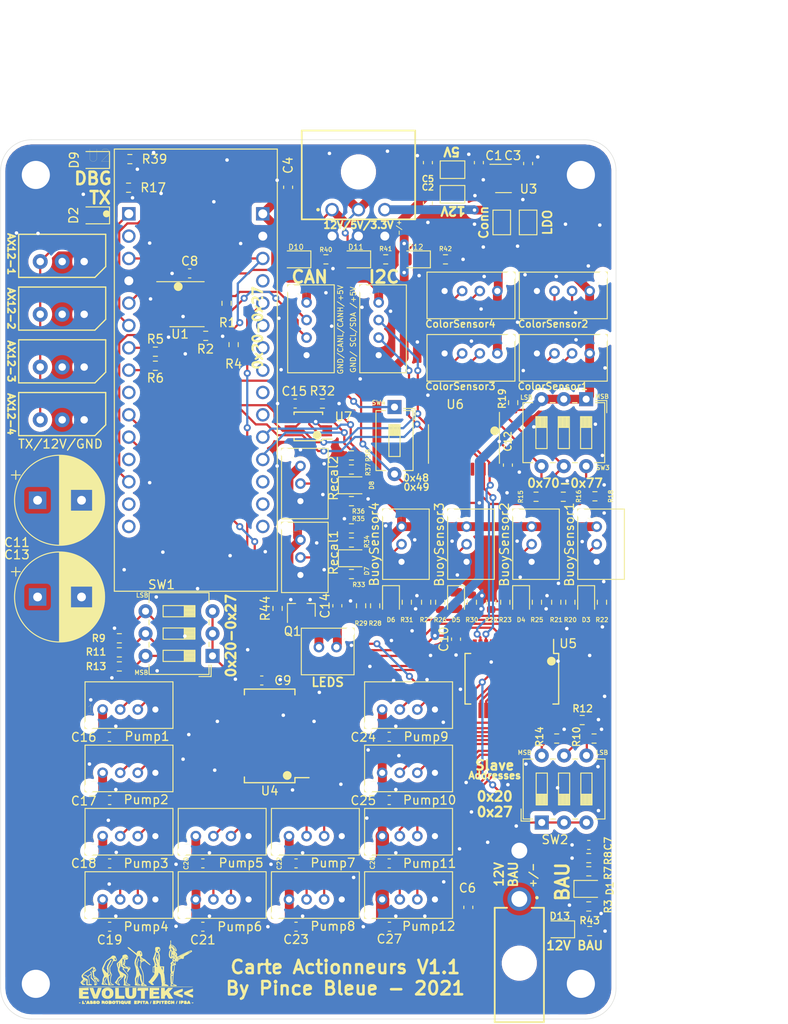
<source format=kicad_pcb>
(kicad_pcb (version 20171130) (host pcbnew "(5.1.8)-1")
  (layers (0 F.Cu signal) (31 B.Cu signal) (34 B.Paste user) (35 F.Paste user) (36 B.SilkS user) (37 F.SilkS user) (38 B.Mask user) (39 F.Mask user) (44 Edge.Cuts user))
  (net 0 "")
  (net 1 /TX)
  (net 2 12V_BAU)
  (net 3 GND)
  (net 4 "Net-(BuoySensor1-Pad2)")
  (net 5 +12V)
  (net 6 "Net-(BuoySensor2-Pad2)")
  (net 7 "Net-(BuoySensor3-Pad2)")
  (net 8 "Net-(BuoySensor4-Pad2)")
  (net 9 "Net-(C1-Pad1)")
  (net 10 +3V3)
  (net 11 +5V)
  (net 12 /BAU)
  (net 13 /Actuators/SCL0)
  (net 14 /Actuators/SDA0)
  (net 15 /Actuators/SCL1)
  (net 16 /Actuators/SDA1)
  (net 17 /Actuators/SDA2)
  (net 18 /Actuators/SCL2)
  (net 19 /Actuators/SDA3)
  (net 20 /Actuators/SCL3)
  (net 21 "Net-(D1-Pad1)")
  (net 22 "Net-(D2-Pad1)")
  (net 23 "Net-(D3-Pad1)")
  (net 24 /Actuators/B8)
  (net 25 "Net-(D4-Pad1)")
  (net 26 /Actuators/B9)
  (net 27 /Actuators/B10)
  (net 28 "Net-(D5-Pad1)")
  (net 29 "Net-(D6-Pad1)")
  (net 30 /Actuators/B11)
  (net 31 RECAL1)
  (net 32 "Net-(D7-Pad1)")
  (net 33 RECAL2)
  (net 34 "Net-(D8-Pad1)")
  (net 35 "Net-(D9-Pad1)")
  (net 36 /LED)
  (net 37 /CANH)
  (net 38 /CANL)
  (net 39 /SCL)
  (net 40 /SDA)
  (net 41 /Actuators/A0)
  (net 42 /Actuators/A1)
  (net 43 /Actuators/A3)
  (net 44 /Actuators/A2)
  (net 45 /Actuators/A4)
  (net 46 /Actuators/A5)
  (net 47 /Actuators/A7)
  (net 48 /Actuators/A6)
  (net 49 /Actuators/B0)
  (net 50 /Actuators/B1)
  (net 51 /Actuators/B3)
  (net 52 /Actuators/B2)
  (net 53 /Actuators/B4)
  (net 54 /Actuators/B5)
  (net 55 /Actuators/B7)
  (net 56 /Actuators/B6)
  (net 57 /Actuators/A8)
  (net 58 /Actuators/A9)
  (net 59 /Actuators/A11)
  (net 60 /Actuators/A10)
  (net 61 /Actuators/A12)
  (net 62 /Actuators/A13)
  (net 63 /Actuators/A15)
  (net 64 /Actuators/A14)
  (net 65 "Net-(R2-Pad1)")
  (net 66 /RST)
  (net 67 "Net-(R9-Pad1)")
  (net 68 "Net-(R10-Pad1)")
  (net 69 "Net-(R11-Pad1)")
  (net 70 "Net-(R12-Pad1)")
  (net 71 "Net-(R13-Pad1)")
  (net 72 "Net-(R14-Pad1)")
  (net 73 "Net-(R15-Pad1)")
  (net 74 "Net-(R16-Pad1)")
  (net 75 "Net-(R18-Pad1)")
  (net 76 "Net-(R19-Pad2)")
  (net 77 "Net-(R32-Pad1)")
  (net 78 "Net-(R34-Pad1)")
  (net 79 "Net-(R37-Pad1)")
  (net 80 /CAN_TX)
  (net 81 /CAN_RX)
  (net 82 "Net-(U1-Pad5)")
  (net 83 "Net-(U2-Pad2.15)")
  (net 84 "Net-(U2-Pad1.15)")
  (net 85 "Net-(U2-Pad1.14)")
  (net 86 "Net-(U2-Pad2.13)")
  (net 87 "Net-(U2-Pad1.12)")
  (net 88 "Net-(U2-Pad2.9)")
  (net 89 "Net-(U2-Pad1.9)")
  (net 90 "Net-(U2-Pad2.8)")
  (net 91 "Net-(U2-Pad2.7)")
  (net 92 "Net-(U2-Pad2.6)")
  (net 93 /INT)
  (net 94 "Net-(U2-Pad1.2)")
  (net 95 "Net-(U3-Pad4)")
  (net 96 "Net-(U4-Pad11)")
  (net 97 "Net-(U4-Pad14)")
  (net 98 "Net-(U4-Pad19)")
  (net 99 "Net-(U4-Pad20)")
  (net 100 "Net-(U5-Pad20)")
  (net 101 "Net-(U5-Pad14)")
  (net 102 "Net-(U5-Pad11)")
  (net 103 "Net-(U5-Pad8)")
  (net 104 "Net-(U5-Pad7)")
  (net 105 "Net-(U5-Pad6)")
  (net 106 "Net-(U6-Pad13)")
  (net 107 "Net-(U6-Pad14)")
  (net 108 "Net-(U6-Pad15)")
  (net 109 "Net-(U6-Pad16)")
  (net 110 "Net-(U6-Pad17)")
  (net 111 "Net-(U6-Pad18)")
  (net 112 "Net-(U6-Pad19)")
  (net 113 "Net-(U6-Pad20)")
  (net 114 "Net-(U7-Pad2)")
  (net 115 "Net-(U7-Pad6)")
  (net 116 "Net-(U7-Pad7)")
  (net 117 "Net-(U2-Pad2.14)")
  (net 118 "Net-(C3-Pad1)")
  (net 119 "Net-(J2-Pad3)")
  (net 120 "Net-(U2-Pad2.10)")
  (net 121 "Net-(D10-Pad1)")
  (net 122 "Net-(D11-Pad1)")
  (net 123 "Net-(D12-Pad1)")
  (net 124 "Net-(D13-Pad1)")
  (net 125 "Net-(Led_Strip1-Pad2)")
  (net 126 "Net-(Q1-Pad1)")
  (net 127 /LEDS)
  (net 128 "Net-(U2-Pad2.4)")
  (module Package_SO:SOIC-8_3.9x4.9mm_P1.27mm (layer F.Cu) (at 41.2 38.7)
    (fp_text reference U1 (at -0.8 3.4) (layer F.SilkS))
    (fp_text value MCP2551-I-SN)
    (pad 1 smd roundrect (at -2.475 -1.905) (size 1.95 0.6) (layers F.Cu F.Paste F.Mask) (net 80 /CAN_TX))
    (pad 2 smd roundrect (at -2.475 -0.635) (size 1.95 0.6) (layers F.Cu F.Paste F.Mask) (net 3 GND))
    (pad 3 smd roundrect (at -2.475 0.635) (size 1.95 0.6) (layers F.Cu F.Paste F.Mask) (net 11 +5V))
    (pad 4 smd roundrect (at -2.475 1.905) (size 1.95 0.6) (layers F.Cu F.Paste F.Mask) (net 81 /CAN_RX))
    (pad 5 smd roundrect (at 2.475 1.905) (size 1.95 0.6) (layers F.Cu F.Paste F.Mask) (net 82 "Net-(U1-Pad5)"))
    (pad 6 smd roundrect (at 2.475 0.635) (size 1.95 0.6) (layers F.Cu F.Paste F.Mask) (net 38 /CANL))
    (pad 7 smd roundrect (at 2.475 -0.635) (size 1.95 0.6) (layers F.Cu F.Paste F.Mask) (net 37 /CANH))
    (pad 8 smd roundrect (at 2.475 -1.905) (size 1.95 0.6) (layers F.Cu F.Paste F.Mask) (net 65 "Net-(R2-Pad1)"))
  )
  (module Package_SO:TSSOP-10_3x3mm_P0.5mm (layer F.Cu) (at 55 52.6 180)
    (fp_text reference U7 (at -4 1.1) (layer F.SilkS))
    (fp_text value ADS1114IDGS)
    (pad 10 smd rect (at 2.15 -1 180) (size 1.1 0.25) (layers F.Cu F.Paste F.Mask) (net 39 /SCL))
    (pad 9 smd rect (at 2.15 -0.5 180) (size 1.1 0.25) (layers F.Cu F.Paste F.Mask) (net 40 /SDA))
    (pad 8 smd rect (at 2.15 0 180) (size 1.1 0.25) (layers F.Cu F.Paste F.Mask) (net 10 +3V3))
    (pad 7 smd rect (at 2.15 0.5 180) (size 1.1 0.25) (layers F.Cu F.Paste F.Mask) (net 116 "Net-(U7-Pad7)"))
    (pad 6 smd rect (at 2.15 1 180) (size 1.1 0.25) (layers F.Cu F.Paste F.Mask) (net 115 "Net-(U7-Pad6)"))
    (pad 5 smd rect (at -2.15 1 180) (size 1.1 0.25) (layers F.Cu F.Paste F.Mask) (net 33 RECAL2))
    (pad 4 smd rect (at -2.15 0.5 180) (size 1.1 0.25) (layers F.Cu F.Paste F.Mask) (net 31 RECAL1))
    (pad 3 smd rect (at -2.15 0 180) (size 1.1 0.25) (layers F.Cu F.Paste F.Mask) (net 3 GND))
    (pad 2 smd rect (at -2.15 -0.5 180) (size 1.1 0.25) (layers F.Cu F.Paste F.Mask) (net 114 "Net-(U7-Pad2)"))
    (pad 1 smd rect (at -2.15 -1 180) (size 1.1 0.25) (layers F.Cu F.Paste F.Mask) (net 77 "Net-(R32-Pad1)"))
  )
  (module Package_SO:SSOP-28_5.3x10.2mm_P0.65mm (layer F.Cu) (at 50.6 87.8 180)
    (fp_text reference U4 (at 0 -6.25 180) (layer F.SilkS))
    (fp_text value MCP23017_SS)
    (pad 1 smd rect (at -3.6 -4.225 180) (size 1.75 0.45) (layers F.Cu F.Paste F.Mask) (net 49 /Actuators/B0))
    (pad 2 smd rect (at -3.6 -3.575 180) (size 1.75 0.45) (layers F.Cu F.Paste F.Mask) (net 50 /Actuators/B1))
    (pad 3 smd rect (at -3.6 -2.925 180) (size 1.75 0.45) (layers F.Cu F.Paste F.Mask) (net 52 /Actuators/B2))
    (pad 4 smd rect (at -3.6 -2.275 180) (size 1.75 0.45) (layers F.Cu F.Paste F.Mask) (net 51 /Actuators/B3))
    (pad 5 smd rect (at -3.6 -1.625 180) (size 1.75 0.45) (layers F.Cu F.Paste F.Mask) (net 53 /Actuators/B4))
    (pad 6 smd rect (at -3.6 -0.975 180) (size 1.75 0.45) (layers F.Cu F.Paste F.Mask) (net 54 /Actuators/B5))
    (pad 7 smd rect (at -3.6 -0.325 180) (size 1.75 0.45) (layers F.Cu F.Paste F.Mask) (net 56 /Actuators/B6))
    (pad 8 smd rect (at -3.6 0.325 180) (size 1.75 0.45) (layers F.Cu F.Paste F.Mask) (net 55 /Actuators/B7))
    (pad 9 smd rect (at -3.6 0.975 180) (size 1.75 0.45) (layers F.Cu F.Paste F.Mask) (net 10 +3V3))
    (pad 10 smd rect (at -3.6 1.625 180) (size 1.75 0.45) (layers F.Cu F.Paste F.Mask) (net 3 GND))
    (pad 11 smd rect (at -3.6 2.275 180) (size 1.75 0.45) (layers F.Cu F.Paste F.Mask) (net 96 "Net-(U4-Pad11)"))
    (pad 12 smd rect (at -3.6 2.925 180) (size 1.75 0.45) (layers F.Cu F.Paste F.Mask) (net 39 /SCL))
    (pad 13 smd rect (at -3.6 3.575 180) (size 1.75 0.45) (layers F.Cu F.Paste F.Mask) (net 40 /SDA))
    (pad 14 smd rect (at -3.6 4.225 180) (size 1.75 0.45) (layers F.Cu F.Paste F.Mask) (net 97 "Net-(U4-Pad14)"))
    (pad 15 smd rect (at 3.6 4.225 180) (size 1.75 0.45) (layers F.Cu F.Paste F.Mask) (net 67 "Net-(R9-Pad1)"))
    (pad 16 smd rect (at 3.6 3.575 180) (size 1.75 0.45) (layers F.Cu F.Paste F.Mask) (net 69 "Net-(R11-Pad1)"))
    (pad 17 smd rect (at 3.6 2.925 180) (size 1.75 0.45) (layers F.Cu F.Paste F.Mask) (net 71 "Net-(R13-Pad1)"))
    (pad 18 smd rect (at 3.6 2.275 180) (size 1.75 0.45) (layers F.Cu F.Paste F.Mask) (net 10 +3V3))
    (pad 19 smd rect (at 3.6 1.625 180) (size 1.75 0.45) (layers F.Cu F.Paste F.Mask) (net 98 "Net-(U4-Pad19)"))
    (pad 20 smd rect (at 3.6 0.975 180) (size 1.75 0.45) (layers F.Cu F.Paste F.Mask) (net 99 "Net-(U4-Pad20)"))
    (pad 21 smd rect (at 3.6 0.325 180) (size 1.75 0.45) (layers F.Cu F.Paste F.Mask) (net 41 /Actuators/A0))
    (pad 22 smd rect (at 3.6 -0.325 180) (size 1.75 0.45) (layers F.Cu F.Paste F.Mask) (net 42 /Actuators/A1))
    (pad 23 smd rect (at 3.6 -0.975 180) (size 1.75 0.45) (layers F.Cu F.Paste F.Mask) (net 44 /Actuators/A2))
    (pad 24 smd rect (at 3.6 -1.625 180) (size 1.75 0.45) (layers F.Cu F.Paste F.Mask) (net 43 /Actuators/A3))
    (pad 25 smd rect (at 3.6 -2.275 180) (size 1.75 0.45) (layers F.Cu F.Paste F.Mask) (net 45 /Actuators/A4))
    (pad 26 smd rect (at 3.6 -2.925 180) (size 1.75 0.45) (layers F.Cu F.Paste F.Mask) (net 46 /Actuators/A5))
    (pad 27 smd rect (at 3.6 -3.575 180) (size 1.75 0.45) (layers F.Cu F.Paste F.Mask) (net 48 /Actuators/A6))
    (pad 28 smd rect (at 3.6 -4.225 180) (size 1.75 0.45) (layers F.Cu F.Paste F.Mask) (net 47 /Actuators/A7))
  )
  (module Package_SO:TSSOP-24_4.4x7.8mm_P0.65mm (layer F.Cu) (at 72.7 54.6 270)
    (fp_text reference U6 (at -4.5 1 180) (layer F.SilkS))
    (fp_text value TCA9548APWR)
    (pad 1 smd roundrect (at -2.8625 -3.575 270) (size 1.475 0.4) (layers F.Cu F.Paste F.Mask) (net 73 "Net-(R15-Pad1)"))
    (pad 2 smd roundrect (at -2.8625 -2.925 270) (size 1.475 0.4) (layers F.Cu F.Paste F.Mask) (net 74 "Net-(R16-Pad1)"))
    (pad 3 smd roundrect (at -2.8625 -2.275 270) (size 1.475 0.4) (layers F.Cu F.Paste F.Mask) (net 76 "Net-(R19-Pad2)"))
    (pad 4 smd roundrect (at -2.8625 -1.625 270) (size 1.475 0.4) (layers F.Cu F.Paste F.Mask) (net 14 /Actuators/SDA0))
    (pad 5 smd roundrect (at -2.8625 -0.975 270) (size 1.475 0.4) (layers F.Cu F.Paste F.Mask) (net 13 /Actuators/SCL0))
    (pad 6 smd roundrect (at -2.8625 -0.325 270) (size 1.475 0.4) (layers F.Cu F.Paste F.Mask) (net 16 /Actuators/SDA1))
    (pad 7 smd roundrect (at -2.8625 0.325 270) (size 1.475 0.4) (layers F.Cu F.Paste F.Mask) (net 15 /Actuators/SCL1))
    (pad 8 smd roundrect (at -2.8625 0.975 270) (size 1.475 0.4) (layers F.Cu F.Paste F.Mask) (net 17 /Actuators/SDA2))
    (pad 9 smd roundrect (at -2.8625 1.625 270) (size 1.475 0.4) (layers F.Cu F.Paste F.Mask) (net 18 /Actuators/SCL2))
    (pad 10 smd roundrect (at -2.8625 2.275 270) (size 1.475 0.4) (layers F.Cu F.Paste F.Mask) (net 19 /Actuators/SDA3))
    (pad 11 smd roundrect (at -2.8625 2.925 270) (size 1.475 0.4) (layers F.Cu F.Paste F.Mask) (net 20 /Actuators/SCL3))
    (pad 12 smd roundrect (at -2.8625 3.575 270) (size 1.475 0.4) (layers F.Cu F.Paste F.Mask) (net 3 GND))
    (pad 13 smd roundrect (at 2.8625 3.575 270) (size 1.475 0.4) (layers F.Cu F.Paste F.Mask) (net 106 "Net-(U6-Pad13)"))
    (pad 14 smd roundrect (at 2.8625 2.925 270) (size 1.475 0.4) (layers F.Cu F.Paste F.Mask) (net 107 "Net-(U6-Pad14)"))
    (pad 15 smd roundrect (at 2.8625 2.275 270) (size 1.475 0.4) (layers F.Cu F.Paste F.Mask) (net 108 "Net-(U6-Pad15)"))
    (pad 16 smd roundrect (at 2.8625 1.625 270) (size 1.475 0.4) (layers F.Cu F.Paste F.Mask) (net 109 "Net-(U6-Pad16)"))
    (pad 17 smd roundrect (at 2.8625 0.975 270) (size 1.475 0.4) (layers F.Cu F.Paste F.Mask) (net 110 "Net-(U6-Pad17)"))
    (pad 18 smd roundrect (at 2.8625 0.325 270) (size 1.475 0.4) (layers F.Cu F.Paste F.Mask) (net 111 "Net-(U6-Pad18)"))
    (pad 19 smd roundrect (at 2.8625 -0.325 270) (size 1.475 0.4) (layers F.Cu F.Paste F.Mask) (net 112 "Net-(U6-Pad19)"))
    (pad 20 smd roundrect (at 2.8625 -0.975 270) (size 1.475 0.4) (layers F.Cu F.Paste F.Mask) (net 113 "Net-(U6-Pad20)"))
    (pad 21 smd roundrect (at 2.8625 -1.625 270) (size 1.475 0.4) (layers F.Cu F.Paste F.Mask) (net 75 "Net-(R18-Pad1)"))
    (pad 22 smd roundrect (at 2.8625 -2.275 270) (size 1.475 0.4) (layers F.Cu F.Paste F.Mask) (net 39 /SCL))
    (pad 23 smd roundrect (at 2.8625 -2.925 270) (size 1.475 0.4) (layers F.Cu F.Paste F.Mask) (net 40 /SDA))
    (pad 24 smd roundrect (at 2.8625 -3.575 270) (size 1.475 0.4) (layers F.Cu F.Paste F.Mask) (net 10 +3V3))
  )
  (module Package_SO:SSOP-28_5.3x10.2mm_P0.65mm (layer F.Cu) (at 78.15 81.3 270)
    (fp_text reference U5 (at -4 -6.4 180) (layer F.SilkS))
    (fp_text value MCP23017_SS)
    (pad 28 smd rect (at 3.6 -4.225 270) (size 1.75 0.45) (layers F.Cu F.Paste F.Mask) (net 63 /Actuators/A15))
    (pad 27 smd rect (at 3.6 -3.575 270) (size 1.75 0.45) (layers F.Cu F.Paste F.Mask) (net 64 /Actuators/A14))
    (pad 26 smd rect (at 3.6 -2.925 270) (size 1.75 0.45) (layers F.Cu F.Paste F.Mask) (net 62 /Actuators/A13))
    (pad 25 smd rect (at 3.6 -2.275 270) (size 1.75 0.45) (layers F.Cu F.Paste F.Mask) (net 61 /Actuators/A12))
    (pad 24 smd rect (at 3.6 -1.625 270) (size 1.75 0.45) (layers F.Cu F.Paste F.Mask) (net 59 /Actuators/A11))
    (pad 23 smd rect (at 3.6 -0.975 270) (size 1.75 0.45) (layers F.Cu F.Paste F.Mask) (net 60 /Actuators/A10))
    (pad 22 smd rect (at 3.6 -0.325 270) (size 1.75 0.45) (layers F.Cu F.Paste F.Mask) (net 58 /Actuators/A9))
    (pad 21 smd rect (at 3.6 0.325 270) (size 1.75 0.45) (layers F.Cu F.Paste F.Mask) (net 57 /Actuators/A8))
    (pad 20 smd rect (at 3.6 0.975 270) (size 1.75 0.45) (layers F.Cu F.Paste F.Mask) (net 100 "Net-(U5-Pad20)"))
    (pad 19 smd rect (at 3.6 1.625 270) (size 1.75 0.45) (layers F.Cu F.Paste F.Mask) (net 93 /INT))
    (pad 18 smd rect (at 3.6 2.275 270) (size 1.75 0.45) (layers F.Cu F.Paste F.Mask) (net 10 +3V3))
    (pad 17 smd rect (at 3.6 2.925 270) (size 1.75 0.45) (layers F.Cu F.Paste F.Mask) (net 72 "Net-(R14-Pad1)"))
    (pad 16 smd rect (at 3.6 3.575 270) (size 1.75 0.45) (layers F.Cu F.Paste F.Mask) (net 70 "Net-(R12-Pad1)"))
    (pad 15 smd rect (at 3.6 4.225 270) (size 1.75 0.45) (layers F.Cu F.Paste F.Mask) (net 68 "Net-(R10-Pad1)"))
    (pad 14 smd rect (at -3.6 4.225 270) (size 1.75 0.45) (layers F.Cu F.Paste F.Mask) (net 101 "Net-(U5-Pad14)"))
    (pad 13 smd rect (at -3.6 3.575 270) (size 1.75 0.45) (layers F.Cu F.Paste F.Mask) (net 40 /SDA))
    (pad 12 smd rect (at -3.6 2.925 270) (size 1.75 0.45) (layers F.Cu F.Paste F.Mask) (net 39 /SCL))
    (pad 11 smd rect (at -3.6 2.275 270) (size 1.75 0.45) (layers F.Cu F.Paste F.Mask) (net 102 "Net-(U5-Pad11)"))
    (pad 10 smd rect (at -3.6 1.625 270) (size 1.75 0.45) (layers F.Cu F.Paste F.Mask) (net 3 GND))
    (pad 9 smd rect (at -3.6 0.975 270) (size 1.75 0.45) (layers F.Cu F.Paste F.Mask) (net 10 +3V3))
    (pad 8 smd rect (at -3.6 0.325 270) (size 1.75 0.45) (layers F.Cu F.Paste F.Mask) (net 103 "Net-(U5-Pad8)"))
    (pad 7 smd rect (at -3.6 -0.325 270) (size 1.75 0.45) (layers F.Cu F.Paste F.Mask) (net 104 "Net-(U5-Pad7)"))
    (pad 6 smd rect (at -3.6 -0.975 270) (size 1.75 0.45) (layers F.Cu F.Paste F.Mask) (net 105 "Net-(U5-Pad6)"))
    (pad 5 smd rect (at -3.6 -1.625 270) (size 1.75 0.45) (layers F.Cu F.Paste F.Mask) (net 12 /BAU))
    (pad 4 smd rect (at -3.6 -2.275 270) (size 1.75 0.45) (layers F.Cu F.Paste F.Mask) (net 30 /Actuators/B11))
    (pad 3 smd rect (at -3.6 -2.925 270) (size 1.75 0.45) (layers F.Cu F.Paste F.Mask) (net 27 /Actuators/B10))
    (pad 2 smd rect (at -3.6 -3.575 270) (size 1.75 0.45) (layers F.Cu F.Paste F.Mask) (net 26 /Actuators/B9))
    (pad 1 smd rect (at -3.6 -4.225 270) (size 1.75 0.45) (layers F.Cu F.Paste F.Mask) (net 24 /Actuators/B8))
  )
  (module ComponentsEvo:logo-evo-min (layer F.Cu) (at 35.5 114.55)
    (fp_text reference G*** hide)
    (fp_text value LOGO hide)
  )
  (module Resistor_SMD:R_0603_1608Metric (layer F.Cu) (at 75.8 72.6 270)
    (fp_text reference R24 (at 2 0 180) (layer F.SilkS) (effects (font (size 0.5 0.5) (thickness 0.1))))
    (fp_text value 150)
    (pad 2 smd roundrect (at 0.825 0 270) (size 0.8 0.95) (layers F.Cu F.Paste F.Mask) (net 26 /Actuators/B9))
    (pad 1 smd roundrect (at -0.825 0 270) (size 0.8 0.95) (layers F.Cu F.Paste F.Mask) (net 3 GND))
  )
  (module Button_Switch_THT:SW_DIP_SPSTx01_Slide_6.7x4.1mm_W7.62mm_P2.54mm_LowProfile (layer F.Cu) (at 64.8 50.4 270)
    (fp_text reference SW4 (at -0.5 1.8) (layer F.SilkS) (effects (font (size 0.5 0.5) (thickness 0.1))))
    (fp_text value SW_DIP_x01)
    (pad 2 thru_hole oval (at 7.62 0 270) (size 1.6 1.6) (drill 0.8) (layers *.Cu *.Mask) (net 10 +3V3))
    (pad 1 thru_hole rect (at 0 0 270) (size 1.6 1.6) (drill 0.8) (layers *.Cu *.Mask) (net 77 "Net-(R32-Pad1)"))
  )
  (module ConnectorsEvo:B02B-PASK (layer F.Cu) (at 57.2 77.7)
    (fp_text reference Led_Strip1 hide)
    (fp_text value Conn_01x02_Male)
    (fp_text user 1 (at 1.968 -0.5) (layer F.SilkS) (effects (font (thickness 0.015))))
    (pad None np_thru_hole circle (at 2.5 -1.7) (size 1.1 1.1) (drill 1.1) (layers *.Cu *.Mask))
    (pad 2 thru_hole circle (at -1 0) (size 1.208 1.208) (drill 0.7) (layers *.Cu *.Mask) (net 125 "Net-(Led_Strip1-Pad2)"))
    (pad 1 thru_hole circle (at 1 0) (size 1.208 1.208) (drill 0.7) (layers *.Cu *.Mask B.Adhes) (net 5 +12V))
  )
  (module Resistor_SMD:R_0603_1608Metric (layer F.Cu) (at 87.6 60.55)
    (fp_text reference R18 (at 1.8 0 90) (layer F.SilkS) (effects (font (size 0.5 0.5) (thickness 0.1))))
    (fp_text value 10K)
    (pad 2 smd roundrect (at 0.825 0) (size 0.8 0.95) (layers F.Cu F.Paste F.Mask) (net 3 GND))
    (pad 1 smd roundrect (at -0.825 0) (size 0.8 0.95) (layers F.Cu F.Paste F.Mask) (net 75 "Net-(R18-Pad1)"))
  )
  (module Button_Switch_THT:SW_DIP_SPSTx03_Slide_6.7x9.18mm_W7.62mm_P2.54mm_LowProfile (layer F.Cu) (at 86.6 49.5 270)
    (fp_text reference SW3 (at 7.8 -1.9 180) (layer F.SilkS) (effects (font (size 0.5 0.5) (thickness 0.1))))
    (fp_text value SW_DIP_x03)
    (pad 6 thru_hole oval (at 7.62 0 270) (size 1.6 1.6) (drill 0.8) (layers *.Cu *.Mask) (net 75 "Net-(R18-Pad1)"))
    (pad 3 thru_hole oval (at 0 5.08 270) (size 1.6 1.6) (drill 0.8) (layers *.Cu *.Mask) (net 10 +3V3))
    (pad 5 thru_hole oval (at 7.62 2.54 270) (size 1.6 1.6) (drill 0.8) (layers *.Cu *.Mask) (net 74 "Net-(R16-Pad1)"))
    (pad 2 thru_hole oval (at 0 2.54 270) (size 1.6 1.6) (drill 0.8) (layers *.Cu *.Mask) (net 10 +3V3))
    (pad 4 thru_hole oval (at 7.62 5.08 270) (size 1.6 1.6) (drill 0.8) (layers *.Cu *.Mask) (net 73 "Net-(R15-Pad1)"))
    (pad 1 thru_hole rect (at 0 0 270) (size 1.6 1.6) (drill 0.8) (layers *.Cu *.Mask) (net 10 +3V3))
  )
  (module Resistor_SMD:R_0603_1608Metric (layer F.Cu) (at 80.9 60.6 180)
    (fp_text reference R15 (at 1.75 0 90) (layer F.SilkS) (effects (font (size 0.5 0.5) (thickness 0.1))))
    (fp_text value 10K)
    (pad 2 smd roundrect (at 0.825 0 180) (size 0.8 0.95) (layers F.Cu F.Paste F.Mask) (net 3 GND))
    (pad 1 smd roundrect (at -0.825 0 180) (size 0.8 0.95) (layers F.Cu F.Paste F.Mask) (net 73 "Net-(R15-Pad1)"))
  )
  (module Resistor_SMD:R_0603_1608Metric (layer F.Cu) (at 46.5 43.3 90)
    (fp_text reference R4 (at -2.2 0 180) (layer F.SilkS))
    (fp_text value 10K)
    (pad 2 smd roundrect (at 0.825 0 90) (size 0.8 0.95) (layers F.Cu F.Paste F.Mask) (net 66 /RST))
    (pad 1 smd roundrect (at -0.825 0 90) (size 0.8 0.95) (layers F.Cu F.Paste F.Mask) (net 10 +3V3))
  )
  (module MountingHole:MountingHole_3.2mm_M3_DIN965_Pad (layer F.Cu) (at 24 116)
    (fp_text reference REF** hide)
    (fp_text value MountingHole_3.2mm_M3_DIN965_Pad)
    (pad 1 thru_hole circle (at 0 0) (size 5.6 5.6) (drill 3.2) (layers *.Cu *.Mask) (net 3 GND))
  )
  (module MountingHole:MountingHole_3.2mm_M3_DIN965_Pad (layer F.Cu) (at 86 24)
    (fp_text reference REF** hide)
    (fp_text value MountingHole_3.2mm_M3_DIN965_Pad)
    (pad 1 thru_hole circle (at 0 0) (size 5.6 5.6) (drill 3.2) (layers *.Cu *.Mask) (net 3 GND))
  )
  (module MountingHole:MountingHole_3.2mm_M3_DIN965_Pad (layer F.Cu) (at 24 24)
    (fp_text reference REF** hide)
    (fp_text value MountingHole_3.2mm_M3_DIN965_Pad)
    (pad 1 thru_hole circle (at 0 0) (size 5.6 5.6) (drill 3.2) (layers *.Cu *.Mask) (net 3 GND))
  )
  (module MountingHole:MountingHole_3.2mm_M3_DIN965_Pad (layer F.Cu) (at 86 116)
    (fp_text reference REF** hide)
    (fp_text value MountingHole_3.2mm_M3_DIN965_Pad)
    (pad 1 thru_hole circle (at 0 0) (size 5.6 5.6) (drill 3.2) (layers *.Cu *.Mask) (net 3 GND))
  )
  (module Resistor_SMD:R_0603_1608Metric (layer F.Cu) (at 61 73 270)
    (fp_text reference R29 (at 2 0 180) (layer F.SilkS) (effects (font (size 0.5 0.5) (thickness 0.1))))
    (fp_text value 150)
    (pad 1 smd roundrect (at -0.825 0 270) (size 0.8 0.95) (layers F.Cu F.Paste F.Mask) (net 3 GND))
    (pad 2 smd roundrect (at 0.825 0 270) (size 0.8 0.95) (layers F.Cu F.Paste F.Mask) (net 30 /Actuators/B11))
  )
  (module Resistor_SMD:R_0603_1608Metric (layer F.Cu) (at 73.6 72.6 90)
    (fp_text reference R30 (at -2 0 180) (layer F.SilkS) (effects (font (size 0.5 0.5) (thickness 0.1))))
    (fp_text value 68)
    (pad 2 smd roundrect (at 0.825 0 90) (size 0.8 0.95) (layers F.Cu F.Paste F.Mask) (net 28 "Net-(D5-Pad1)"))
    (pad 1 smd roundrect (at -0.825 0 90) (size 0.8 0.95) (layers F.Cu F.Paste F.Mask) (net 3 GND))
  )
  (module Resistor_SMD:R_0603_1608Metric (layer F.Cu) (at 84.8 72.6 90)
    (fp_text reference R20 (at -2 0 180) (layer F.SilkS) (effects (font (size 0.5 0.5) (thickness 0.1))))
    (fp_text value 510)
    (pad 1 smd roundrect (at -0.825 0 90) (size 0.8 0.95) (layers F.Cu F.Paste F.Mask) (net 24 /Actuators/B8))
    (pad 2 smd roundrect (at 0.825 0 90) (size 0.8 0.95) (layers F.Cu F.Paste F.Mask) (net 4 "Net-(BuoySensor1-Pad2)"))
  )
  (module Resistor_SMD:R_0603_1608Metric (layer F.Cu) (at 88.4 72.6 90)
    (fp_text reference R22 (at -2 0 180) (layer F.SilkS) (effects (font (size 0.5 0.5) (thickness 0.1))))
    (fp_text value 68)
    (pad 2 smd roundrect (at 0.825 0 90) (size 0.8 0.95) (layers F.Cu F.Paste F.Mask) (net 23 "Net-(D3-Pad1)"))
    (pad 1 smd roundrect (at -0.825 0 90) (size 0.8 0.95) (layers F.Cu F.Paste F.Mask) (net 3 GND))
  )
  (module Capacitor_SMD:C_0603_1608Metric (layer F.Cu) (at 49.7 81.5 180)
    (fp_text reference C9 (at -2.4 0) (layer F.SilkS))
    (fp_text value 100nF)
    (pad 1 smd roundrect (at -0.775 0 180) (size 0.9 0.95) (layers F.Cu F.Paste F.Mask) (net 3 GND))
    (pad 2 smd roundrect (at 0.775 0 180) (size 0.9 0.95) (layers F.Cu F.Paste F.Mask) (net 10 +3V3))
  )
  (module Resistor_SMD:R_0603_1608Metric (layer F.Cu) (at 83.2 72.6 270)
    (fp_text reference R21 (at 2 0 180) (layer F.SilkS) (effects (font (size 0.5 0.5) (thickness 0.1))))
    (fp_text value 150)
    (pad 1 smd roundrect (at -0.825 0 270) (size 0.8 0.95) (layers F.Cu F.Paste F.Mask) (net 3 GND))
    (pad 2 smd roundrect (at 0.825 0 270) (size 0.8 0.95) (layers F.Cu F.Paste F.Mask) (net 24 /Actuators/B8))
  )
  (module Resistor_SMD:R_0603_1608Metric (layer F.Cu) (at 81 72.6 90)
    (fp_text reference R25 (at -2 0 180) (layer F.SilkS) (effects (font (size 0.5 0.5) (thickness 0.1))))
    (fp_text value 68)
    (pad 1 smd roundrect (at -0.825 0 90) (size 0.8 0.95) (layers F.Cu F.Paste F.Mask) (net 3 GND))
    (pad 2 smd roundrect (at 0.825 0 90) (size 0.8 0.95) (layers F.Cu F.Paste F.Mask) (net 25 "Net-(D4-Pad1)"))
  )
  (module Resistor_SMD:R_0603_1608Metric (layer F.Cu) (at 70 72.6 90)
    (fp_text reference R26 (at -2 0 180) (layer F.SilkS) (effects (font (size 0.5 0.5) (thickness 0.1))))
    (fp_text value 510)
    (pad 1 smd roundrect (at -0.825 0 90) (size 0.8 0.95) (layers F.Cu F.Paste F.Mask) (net 27 /Actuators/B10))
    (pad 2 smd roundrect (at 0.825 0 90) (size 0.8 0.95) (layers F.Cu F.Paste F.Mask) (net 7 "Net-(BuoySensor3-Pad2)"))
  )
  (module Resistor_SMD:R_0603_1608Metric (layer F.Cu) (at 62.6 73 90)
    (fp_text reference R28 (at -2 0 180) (layer F.SilkS) (effects (font (size 0.5 0.5) (thickness 0.1))))
    (fp_text value 510)
    (pad 1 smd roundrect (at -0.825 0 90) (size 0.8 0.95) (layers F.Cu F.Paste F.Mask) (net 30 /Actuators/B11))
    (pad 2 smd roundrect (at 0.825 0 90) (size 0.8 0.95) (layers F.Cu F.Paste F.Mask) (net 8 "Net-(BuoySensor4-Pad2)"))
  )
  (module LED_SMD:LED_0805_2012Metric (layer F.Cu) (at 64.4 72.4 270)
    (fp_text reference D6 (at 2.2 0 180) (layer F.SilkS) (effects (font (size 0.5 0.5) (thickness 0.1))))
    (fp_text value GREEN)
    (pad 1 smd roundrect (at -0.9375 0 270) (size 0.975 1.4) (layers F.Cu F.Paste F.Mask) (net 29 "Net-(D6-Pad1)"))
    (pad 2 smd roundrect (at 0.9375 0 270) (size 0.975 1.4) (layers F.Cu F.Paste F.Mask) (net 30 /Actuators/B11))
  )
  (module LED_SMD:LED_0805_2012Metric (layer F.Cu) (at 86.6 72.4 270)
    (fp_text reference D3 (at 2.2 0 180) (layer F.SilkS) (effects (font (size 0.5 0.5) (thickness 0.1))))
    (fp_text value GREEN)
    (pad 1 smd roundrect (at -0.9375 0 270) (size 0.975 1.4) (layers F.Cu F.Paste F.Mask) (net 23 "Net-(D3-Pad1)"))
    (pad 2 smd roundrect (at 0.9375 0 270) (size 0.975 1.4) (layers F.Cu F.Paste F.Mask) (net 24 /Actuators/B8))
  )
  (module LED_SMD:LED_0805_2012Metric (layer F.Cu) (at 79.2 72.4 270)
    (fp_text reference D4 (at 2.2 0 180) (layer F.SilkS) (effects (font (size 0.5 0.5) (thickness 0.1))))
    (fp_text value GREEN)
    (pad 1 smd roundrect (at -0.9375 0 270) (size 0.975 1.4) (layers F.Cu F.Paste F.Mask) (net 25 "Net-(D4-Pad1)"))
    (pad 2 smd roundrect (at 0.9375 0 270) (size 0.975 1.4) (layers F.Cu F.Paste F.Mask) (net 26 /Actuators/B9))
  )
  (module Resistor_SMD:R_0603_1608Metric (layer F.Cu) (at 77.4 72.6 90)
    (fp_text reference R23 (at -2 0 180) (layer F.SilkS) (effects (font (size 0.5 0.5) (thickness 0.1))))
    (fp_text value 510)
    (pad 2 smd roundrect (at 0.825 0 90) (size 0.8 0.95) (layers F.Cu F.Paste F.Mask) (net 6 "Net-(BuoySensor2-Pad2)"))
    (pad 1 smd roundrect (at -0.825 0 90) (size 0.8 0.95) (layers F.Cu F.Paste F.Mask) (net 26 /Actuators/B9))
  )
  (module ConnectorsEvo:B04B-PASK (layer F.Cu) (at 34.6 84.8 180)
    (fp_text reference Pump1 (at -2.05 -3.05) (layer F.SilkS))
    (fp_text value Conn_01x04_Male)
    (fp_text user 1 (at 4.35 0.05) (layer F.SilkS) (effects (font (thickness 0.015))))
    (pad None np_thru_hole circle (at 4.5 -1.7 180) (size 1.1 1.1) (drill 1.1) (layers *.Cu *.Mask))
    (pad 4 thru_hole circle (at -3 0 180) (size 1.208 1.208) (drill 0.7) (layers *.Cu *.Mask) (net 3 GND))
    (pad 3 thru_hole circle (at -1 0 180) (size 1.208 1.208) (drill 0.7) (layers *.Cu *.Mask) (net 42 /Actuators/A1))
    (pad 2 thru_hole circle (at 1 0 180) (size 1.208 1.208) (drill 0.7) (layers *.Cu *.Mask) (net 41 /Actuators/A0))
    (pad 1 thru_hole circle (at 3 0 180) (size 1.208 1.208) (drill 0.7) (layers *.Cu *.Mask) (net 2 12V_BAU))
  )
  (module Resistor_SMD:R_0603_1608Metric (layer F.Cu) (at 66.2 72.6 90)
    (fp_text reference R31 (at -2 0 180) (layer F.SilkS) (effects (font (size 0.5 0.5) (thickness 0.1))))
    (fp_text value 68)
    (pad 2 smd roundrect (at 0.825 0 90) (size 0.8 0.95) (layers F.Cu F.Paste F.Mask) (net 29 "Net-(D6-Pad1)"))
    (pad 1 smd roundrect (at -0.825 0 90) (size 0.8 0.95) (layers F.Cu F.Paste F.Mask) (net 3 GND))
  )
  (module Resistor_SMD:R_0603_1608Metric (layer F.Cu) (at 68.4 72.6 270)
    (fp_text reference R27 (at 2 0 180) (layer F.SilkS) (effects (font (size 0.5 0.5) (thickness 0.1))))
    (fp_text value 150)
    (pad 1 smd roundrect (at -0.825 0 270) (size 0.8 0.95) (layers F.Cu F.Paste F.Mask) (net 3 GND))
    (pad 2 smd roundrect (at 0.825 0 270) (size 0.8 0.95) (layers F.Cu F.Paste F.Mask) (net 27 /Actuators/B10))
  )
  (module Button_Switch_THT:SW_DIP_SPSTx03_Slide_6.7x9.18mm_W7.62mm_P2.54mm_LowProfile (layer F.Cu) (at 81.55 97.65 90)
    (fp_text reference SW2 (at -1.95 1.5 180) (layer F.SilkS))
    (fp_text value SW_DIP_x03)
    (pad 1 thru_hole rect (at 0 0 90) (size 1.6 1.6) (drill 0.8) (layers *.Cu *.Mask) (net 10 +3V3))
    (pad 4 thru_hole oval (at 7.62 5.08 90) (size 1.6 1.6) (drill 0.8) (layers *.Cu *.Mask) (net 68 "Net-(R10-Pad1)"))
    (pad 2 thru_hole oval (at 0 2.54 90) (size 1.6 1.6) (drill 0.8) (layers *.Cu *.Mask) (net 10 +3V3))
    (pad 5 thru_hole oval (at 7.62 2.54 90) (size 1.6 1.6) (drill 0.8) (layers *.Cu *.Mask) (net 70 "Net-(R12-Pad1)"))
    (pad 3 thru_hole oval (at 0 5.08 90) (size 1.6 1.6) (drill 0.8) (layers *.Cu *.Mask) (net 10 +3V3))
    (pad 6 thru_hole oval (at 7.62 0 90) (size 1.6 1.6) (drill 0.8) (layers *.Cu *.Mask) (net 72 "Net-(R14-Pad1)"))
  )
  (module ComponentsEvo:MODULE_NUCLEO-F303K8 (layer F.Cu) (at 42.2 46.2)
    (fp_text reference U2 (at -11 -24.4) (layer F.SilkS) (effects (font (size 1.402378 1.402378) (thickness 0.015))))
    (fp_text value NUCLEO-F303K8)
    (pad 2.15 thru_hole circle (at 7.62 17.78) (size 1.53 1.53) (drill 1.02) (layers *.Cu *.Mask) (net 83 "Net-(U2-Pad2.15)"))
    (pad 1.15 thru_hole circle (at -7.62 17.78) (size 1.53 1.53) (drill 1.02) (layers *.Cu *.Mask) (net 84 "Net-(U2-Pad1.15)"))
    (pad 2.14 thru_hole circle (at 7.62 15.24) (size 1.53 1.53) (drill 1.02) (layers *.Cu *.Mask) (net 117 "Net-(U2-Pad2.14)"))
    (pad 1.14 thru_hole circle (at -7.62 15.24) (size 1.53 1.53) (drill 1.02) (layers *.Cu *.Mask) (net 85 "Net-(U2-Pad1.14)"))
    (pad 2.13 thru_hole circle (at 7.62 12.7) (size 1.53 1.53) (drill 1.02) (layers *.Cu *.Mask) (net 86 "Net-(U2-Pad2.13)"))
    (pad 1.13 thru_hole circle (at -7.62 12.7) (size 1.53 1.53) (drill 1.02) (layers *.Cu *.Mask) (net 81 /CAN_RX))
    (pad 2.12 thru_hole circle (at 7.62 10.16) (size 1.53 1.53) (drill 1.02) (layers *.Cu *.Mask) (net 31 RECAL1))
    (pad 1.12 thru_hole circle (at -7.62 10.16) (size 1.53 1.53) (drill 1.02) (layers *.Cu *.Mask) (net 87 "Net-(U2-Pad1.12)"))
    (pad 2.11 thru_hole circle (at 7.62 7.62) (size 1.53 1.53) (drill 1.02) (layers *.Cu *.Mask) (net 33 RECAL2))
    (pad 1.11 thru_hole circle (at -7.62 7.62) (size 1.53 1.53) (drill 1.02) (layers *.Cu *.Mask) (net 12 /BAU))
    (pad 2.10 thru_hole circle (at 7.62 5.08) (size 1.53 1.53) (drill 1.02) (layers *.Cu *.Mask) (net 120 "Net-(U2-Pad2.10)"))
    (pad 1.10 thru_hole circle (at -7.62 5.08) (size 1.53 1.53) (drill 1.02) (layers *.Cu *.Mask) (net 127 /LEDS))
    (pad 2.9 thru_hole circle (at 7.62 2.54) (size 1.53 1.53) (drill 1.02) (layers *.Cu *.Mask) (net 88 "Net-(U2-Pad2.9)"))
    (pad 1.9 thru_hole circle (at -7.62 2.54) (size 1.53 1.53) (drill 1.02) (layers *.Cu *.Mask) (net 89 "Net-(U2-Pad1.9)"))
    (pad 2.8 thru_hole circle (at 7.62 0) (size 1.53 1.53) (drill 1.02) (layers *.Cu *.Mask) (net 90 "Net-(U2-Pad2.8)"))
    (pad 1.8 thru_hole circle (at -7.62 0) (size 1.53 1.53) (drill 1.02) (layers *.Cu *.Mask) (net 39 /SCL))
    (pad 2.7 thru_hole circle (at 7.62 -2.54) (size 1.53 1.53) (drill 1.02) (layers *.Cu *.Mask) (net 91 "Net-(U2-Pad2.7)"))
    (pad 1.7 thru_hole circle (at -7.62 -2.54) (size 1.53 1.53) (drill 1.02) (layers *.Cu *.Mask) (net 40 /SDA))
    (pad 2.6 thru_hole circle (at 7.62 -5.08) (size 1.53 1.53) (drill 1.02) (layers *.Cu *.Mask) (net 92 "Net-(U2-Pad2.6)"))
    (pad 1.6 thru_hole circle (at -7.62 -5.08) (size 1.53 1.53) (drill 1.02) (layers *.Cu *.Mask) (net 36 /LED))
    (pad 2.5 thru_hole circle (at 7.62 -7.62) (size 1.53 1.53) (drill 1.02) (layers *.Cu *.Mask) (net 93 /INT))
    (pad 1.5 thru_hole circle (at -7.62 -7.62) (size 1.53 1.53) (drill 1.02) (layers *.Cu *.Mask) (net 80 /CAN_TX))
    (pad 2.4 thru_hole circle (at 7.62 -10.16) (size 1.53 1.53) (drill 1.02) (layers *.Cu *.Mask) (net 128 "Net-(U2-Pad2.4)"))
    (pad 1.4 thru_hole circle (at -7.62 -10.16) (size 1.53 1.53) (drill 1.02) (layers *.Cu *.Mask) (net 3 GND))
    (pad 2.3 thru_hole circle (at 7.62 -12.7) (size 1.53 1.53) (drill 1.02) (layers *.Cu *.Mask) (net 66 /RST))
    (pad 1.3 thru_hole circle (at -7.62 -12.7) (size 1.53 1.53) (drill 1.02) (layers *.Cu *.Mask) (net 66 /RST))
    (pad 2.2 thru_hole circle (at 7.62 -15.24) (size 1.53 1.53) (drill 1.02) (layers *.Cu *.Mask) (net 3 GND))
    (pad 1.2 thru_hole circle (at -7.62 -15.24) (size 1.53 1.53) (drill 1.02) (layers *.Cu *.Mask) (net 94 "Net-(U2-Pad1.2)"))
    (pad 2.1 thru_hole rect (at 7.62 -17.78) (size 1.53 1.53) (drill 1.02) (layers *.Cu *.Mask) (net 11 +5V))
    (pad 1.1 thru_hole rect (at -7.62 -17.78) (size 1.53 1.53) (drill 1.02) (layers *.Cu *.Mask) (net 1 /TX))
  )
  (module Capacitor_SMD:C_0603_1608Metric (layer F.Cu) (at 68.6 27.2 270)
    (fp_text reference C2 (at -1.8 0 180) (layer F.SilkS) (effects (font (size 0.7 0.7))))
    (fp_text value 4.7uF)
    (pad 2 smd roundrect (at 0.775 0 270) (size 0.9 0.95) (layers F.Cu F.Paste F.Mask) (net 3 GND))
    (pad 1 smd roundrect (at -0.775 0 270) (size 0.9 0.95) (layers F.Cu F.Paste F.Mask) (net 5 +12V))
  )
  (module Capacitor_SMD:C_0603_1608Metric (layer F.Cu) (at 80 22.7 90)
    (fp_text reference C3 (at 0.9 -1.75) (layer F.SilkS))
    (fp_text value 1uF)
    (pad 1 smd roundrect (at -0.775 0 90) (size 0.9 0.95) (layers F.Cu F.Paste F.Mask) (net 118 "Net-(C3-Pad1)"))
    (pad 2 smd roundrect (at 0.775 0 90) (size 0.9 0.95) (layers F.Cu F.Paste F.Mask) (net 3 GND))
  )
  (module Capacitor_SMD:C_0603_1608Metric (layer F.Cu) (at 74.4 22.6 90)
    (fp_text reference C1 (at 0.8 1.7 180) (layer F.SilkS))
    (fp_text value 1uF)
    (pad 1 smd roundrect (at -0.775 0 90) (size 0.9 0.95) (layers F.Cu F.Paste F.Mask) (net 9 "Net-(C1-Pad1)"))
    (pad 2 smd roundrect (at 0.775 0 90) (size 0.9 0.95) (layers F.Cu F.Paste F.Mask) (net 3 GND))
  )
  (module ConnectorsEvo:22-03-5035 (layer F.Cu) (at 27 33.2 270)
    (fp_text reference AX12-1 (at -0.2 5.8 270 unlocked) (layer F.SilkS) (effects (font (size 0.8 0.8) (thickness 0.2))))
    (fp_text value Conn_01x03_Male)
    (pad 1 thru_hole circle (at 0.65 2.5 270) (size 1.7 1.7) (drill 0.85) (layers *.Cu *.Mask) (net 1 /TX))
    (pad 2 thru_hole circle (at 0.65 0 270) (size 1.7 1.7) (drill 0.85) (layers *.Cu *.Mask) (net 2 12V_BAU))
    (pad 3 thru_hole circle (at 0.65 -2.5 270) (size 1.7 1.7) (drill 0.85) (layers *.Cu *.Mask) (net 3 GND))
  )
  (module ConnectorsEvo:B03B-PASK (layer F.Cu) (at 87.8 66 90)
    (fp_text reference BuoySensor1 (at -0.035 -3.1 90) (layer F.SilkS))
    (fp_text value Conn_01x03_Male)
    (fp_text user 1 (at 2.968 -0.5 90) (layer F.SilkS) (effects (font (thickness 0.015))))
    (pad 1 thru_hole circle (at 2 0 90) (size 1.208 1.208) (drill 0.7) (layers *.Cu *.Mask) (net 5 +12V))
    (pad 2 thru_hole circle (at 0 0 90) (size 1.208 1.208) (drill 0.7) (layers *.Cu *.Mask) (net 4 "Net-(BuoySensor1-Pad2)"))
    (pad 3 thru_hole circle (at -2 0 90) (size 1.208 1.208) (drill 0.7) (layers *.Cu *.Mask) (net 3 GND))
    (pad None np_thru_hole circle (at 3.5 -1.7 90) (size 1.1 1.1) (drill 1.1) (layers *.Cu *.Mask))
  )
  (module Capacitor_SMD:C_0603_1608Metric (layer F.Cu) (at 52.7 25.4 90)
    (fp_text reference C4 (at 2.5 0 90) (layer F.SilkS))
    (fp_text value 100nF)
    (pad 1 smd roundrect (at -0.775 0 90) (size 0.9 0.95) (layers F.Cu F.Paste F.Mask) (net 11 +5V))
    (pad 2 smd roundrect (at 0.775 0 90) (size 0.9 0.95) (layers F.Cu F.Paste F.Mask) (net 3 GND))
  )
  (module ConnectorsEvo:22-03-5035 (layer F.Cu) (at 27 39.2 270)
    (fp_text reference AX12-2 (at 0 5.8 270 unlocked) (layer F.SilkS) (effects (font (size 0.8 0.8) (thickness 0.2))))
    (fp_text value Conn_01x03_Male)
    (pad 3 thru_hole circle (at 0.65 -2.5 270) (size 1.7 1.7) (drill 0.85) (layers *.Cu *.Mask) (net 3 GND))
    (pad 2 thru_hole circle (at 0.65 0 270) (size 1.7 1.7) (drill 0.85) (layers *.Cu *.Mask) (net 2 12V_BAU))
    (pad 1 thru_hole circle (at 0.65 2.5 270) (size 1.7 1.7) (drill 0.85) (layers *.Cu *.Mask) (net 1 /TX))
  )
  (module ConnectorsEvo:22-03-5035 (layer F.Cu) (at 27 45.2 270)
    (fp_text reference AX12-3 (at 0 5.8 270 unlocked) (layer F.SilkS) (effects (font (size 0.8 0.8) (thickness 0.2))))
    (fp_text value Conn_01x03_Male)
    (pad 1 thru_hole circle (at 0.65 2.5 270) (size 1.7 1.7) (drill 0.85) (layers *.Cu *.Mask) (net 1 /TX))
    (pad 2 thru_hole circle (at 0.65 0 270) (size 1.7 1.7) (drill 0.85) (layers *.Cu *.Mask) (net 2 12V_BAU))
    (pad 3 thru_hole circle (at 0.65 -2.5 270) (size 1.7 1.7) (drill 0.85) (layers *.Cu *.Mask) (net 3 GND))
  )
  (module Capacitor_SMD:C_0603_1608Metric (layer F.Cu) (at 53.6 102.3)
    (fp_text reference C22 (at -1.9 0 90) (layer F.SilkS) (effects (font (size 0.5 0.5) (thickness 0.1))))
    (fp_text value 4.7uF)
    (pad 2 smd roundrect (at 0.775 0) (size 0.9 0.95) (layers F.Cu F.Paste F.Mask) (net 3 GND))
    (pad 1 smd roundrect (at -0.775 0) (size 0.9 0.95) (layers F.Cu F.Paste F.Mask) (net 2 12V_BAU))
  )
  (module ConnectorsEvo:B04B-PASK (layer F.Cu) (at 45.2 99.2 180)
    (fp_text reference Pump5 (at -2.15 -3.05) (layer F.SilkS))
    (fp_text value Conn_01x04_Male)
    (fp_text user 1 (at 4 -0.5) (layer F.SilkS) (effects (font (thickness 0.015))))
    (pad 1 thru_hole circle (at 3 0 180) (size 1.208 1.208) (drill 0.7) (layers *.Cu *.Mask) (net 2 12V_BAU))
    (pad 2 thru_hole circle (at 1 0 180) (size 1.208 1.208) (drill 0.7) (layers *.Cu *.Mask) (net 49 /Actuators/B0))
    (pad 3 thru_hole circle (at -1 0 180) (size 1.208 1.208) (drill 0.7) (layers *.Cu *.Mask) (net 50 /Actuators/B1))
    (pad 4 thru_hole circle (at -3 0 180) (size 1.208 1.208) (drill 0.7) (layers *.Cu *.Mask) (net 3 GND))
    (pad None np_thru_hole circle (at 4.5 -1.7 180) (size 1.1 1.1) (drill 1.1) (layers *.Cu *.Mask))
  )
  (module ConnectorsEvo:22-03-5035 (layer F.Cu) (at 27 51.2 270)
    (fp_text reference AX12-4 (at 0 5.8 270 unlocked) (layer F.SilkS) (effects (font (size 0.8 0.8) (thickness 0.2))))
    (fp_text value Conn_01x03_Male)
    (pad 3 thru_hole circle (at 0.65 -2.5 270) (size 1.7 1.7) (drill 0.85) (layers *.Cu *.Mask) (net 3 GND))
    (pad 2 thru_hole circle (at 0.65 0 270) (size 1.7 1.7) (drill 0.85) (layers *.Cu *.Mask) (net 2 12V_BAU))
    (pad 1 thru_hole circle (at 0.65 2.5 270) (size 1.7 1.7) (drill 0.85) (layers *.Cu *.Mask) (net 1 /TX))
  )
  (module ConnectorsEvo:B03B-PASK (layer F.Cu) (at 73 66 90)
    (fp_text reference BuoySensor3 (at -0.035 -3.1 90) (layer F.SilkS))
    (fp_text value Conn_01x03_Male)
    (fp_text user 1 (at 2.968 -0.5 90) (layer F.SilkS) (effects (font (thickness 0.015))))
    (pad None np_thru_hole circle (at 3.5 -1.7 90) (size 1.1 1.1) (drill 1.1) (layers *.Cu *.Mask))
    (pad 3 thru_hole circle (at -2 0 90) (size 1.208 1.208) (drill 0.7) (layers *.Cu *.Mask) (net 3 GND))
    (pad 2 thru_hole circle (at 0 0 90) (size 1.208 1.208) (drill 0.7) (layers *.Cu *.Mask) (net 7 "Net-(BuoySensor3-Pad2)"))
    (pad 1 thru_hole circle (at 2 0 90) (size 1.208 1.208) (drill 0.7) (layers *.Cu *.Mask) (net 5 +12V))
  )
  (module ConnectorsEvo:B03B-PASK (layer F.Cu) (at 65.6 66 90)
    (fp_text reference BuoySensor4 (at 0 -3.1 270) (layer F.SilkS))
    (fp_text value Conn_01x03_Male)
    (fp_text user 1 (at 2.968 -0.5 90) (layer F.SilkS) (effects (font (thickness 0.015))))
    (pad 1 thru_hole circle (at 2 0 90) (size 1.208 1.208) (drill 0.7) (layers *.Cu *.Mask) (net 5 +12V))
    (pad 2 thru_hole circle (at 0 0 90) (size 1.208 1.208) (drill 0.7) (layers *.Cu *.Mask) (net 8 "Net-(BuoySensor4-Pad2)"))
    (pad 3 thru_hole circle (at -2 0 90) (size 1.208 1.208) (drill 0.7) (layers *.Cu *.Mask) (net 3 GND))
    (pad None np_thru_hole circle (at 3.5 -1.7 90) (size 1.1 1.1) (drill 1.1) (layers *.Cu *.Mask))
  )
  (module ConnectorsEvo:B03B-PASK (layer F.Cu) (at 80.4 66 90)
    (fp_text reference BuoySensor2 (at -0.035 -3.1 90) (layer F.SilkS))
    (fp_text value Conn_01x03_Male)
    (fp_text user 1 (at 2.968 -0.5 90) (layer F.SilkS) (effects (font (thickness 0.015))))
    (pad None np_thru_hole circle (at 3.5 -1.7 90) (size 1.1 1.1) (drill 1.1) (layers *.Cu *.Mask))
    (pad 3 thru_hole circle (at -2 0 90) (size 1.208 1.208) (drill 0.7) (layers *.Cu *.Mask) (net 3 GND))
    (pad 2 thru_hole circle (at 0 0 90) (size 1.208 1.208) (drill 0.7) (layers *.Cu *.Mask) (net 6 "Net-(BuoySensor2-Pad2)"))
    (pad 1 thru_hole circle (at 2 0 90) (size 1.208 1.208) (drill 0.7) (layers *.Cu *.Mask) (net 5 +12V))
  )
  (module LED_SMD:LED_0805_2012Metric (layer F.Cu) (at 60.1 67.6)
    (fp_text reference D7 (at 1.55 1.45 90) (layer F.SilkS) (effects (font (size 0.5 0.5) (thickness 0.1))))
    (fp_text value GREEN)
    (pad 2 smd roundrect (at 0.9375 0) (size 0.975 1.4) (layers F.Cu F.Paste F.Mask) (net 31 RECAL1))
    (pad 1 smd roundrect (at -0.9375 0) (size 0.975 1.4) (layers F.Cu F.Paste F.Mask) (net 32 "Net-(D7-Pad1)"))
  )
  (module Jumper:SolderJumper-2_P1.3mm_Open_TrianglePad1.0x1.5mm (layer F.Cu) (at 71.4 23.4)
    (fp_text reference JP1 hide)
    (fp_text value SolderJumper_2_Open)
    (pad 2 smd custom (at 0.725 0) (size 0.3 0.3) (layers F.Cu F.Mask) (net 9 "Net-(C1-Pad1)") (options (clearance outline) (anchor rect)) (primitives (gr_poly (pts (xy -0.65 -0.75) (xy 0.5 -0.75) (xy 0.5 0.75) (xy -0.65 0.75) (xy -0.15 0)) (width 0))))
    (pad 1 smd custom (at -0.725 0) (size 0.3 0.3) (layers F.Cu F.Mask) (net 11 +5V) (options (clearance outline) (anchor rect)) (primitives (gr_poly (pts (xy -0.5 -0.75) (xy 0.5 -0.75) (xy 1 0) (xy 0.5 0.75) (xy -0.5 0.75)) (width 0))))
  )
  (module Jumper:SolderJumper-2_P1.3mm_Open_TrianglePad1.0x1.5mm (layer F.Cu) (at 71.4 26.2)
    (fp_text reference JP2 hide)
    (fp_text value SolderJumper_2_Open)
    (pad 1 smd custom (at -0.725 0) (size 0.3 0.3) (layers F.Cu F.Mask) (net 5 +12V) (options (clearance outline) (anchor rect)) (primitives (gr_poly (pts (xy -0.5 -0.75) (xy 0.5 -0.75) (xy 1 0) (xy 0.5 0.75) (xy -0.5 0.75)) (width 0))))
    (pad 2 smd custom (at 0.725 0) (size 0.3 0.3) (layers F.Cu F.Mask) (net 9 "Net-(C1-Pad1)") (options (clearance outline) (anchor rect)) (primitives (gr_poly (pts (xy -0.65 -0.75) (xy 0.5 -0.75) (xy 0.5 0.75) (xy -0.65 0.75) (xy -0.15 0)) (width 0))))
  )
  (module ConnectorsEvo:B04B-PASK (layer F.Cu) (at 73.5 44.3)
    (fp_text reference ColorSensor3 (at -1.2 3.75) (layer F.SilkS) (effects (font (size 0.8 0.8))))
    (fp_text value Conn_01x04_Male)
    (fp_text user 1 (at 4 -0.5) (layer F.SilkS) (effects (font (thickness 0.015))))
    (pad 1 thru_hole circle (at 3 0) (size 1.208 1.208) (drill 0.7) (layers *.Cu *.Mask) (net 10 +3V3))
    (pad 2 thru_hole circle (at 1 0) (size 1.208 1.208) (drill 0.7) (layers *.Cu *.Mask) (net 17 /Actuators/SDA2))
    (pad 3 thru_hole circle (at -1 0) (size 1.208 1.208) (drill 0.7) (layers *.Cu *.Mask) (net 18 /Actuators/SCL2))
    (pad 4 thru_hole circle (at -3 0) (size 1.208 1.208) (drill 0.7) (layers *.Cu *.Mask) (net 3 GND))
    (pad None np_thru_hole circle (at 4.5 -1.7) (size 1.1 1.1) (drill 1.1) (layers *.Cu *.Mask))
  )
  (module LED_SMD:LED_0805_2012Metric (layer F.Cu) (at 60.1 59.3)
    (fp_text reference D8 (at 2.1 0 90) (layer F.SilkS) (effects (font (size 0.5 0.5) (thickness 0.1))))
    (fp_text value GREEN)
    (pad 2 smd roundrect (at 0.9375 0) (size 0.975 1.4) (layers F.Cu F.Paste F.Mask) (net 33 RECAL2))
    (pad 1 smd roundrect (at -0.9375 0) (size 0.975 1.4) (layers F.Cu F.Paste F.Mask) (net 34 "Net-(D8-Pad1)"))
  )
  (module ConnectorsEvo:B04B-PASK (layer F.Cu) (at 54.8 41.5 90)
    (fp_text reference J1 hide)
    (fp_text value CAN)
    (fp_text user 1 (at 4 -0.5 90) (layer F.SilkS) (effects (font (thickness 0.015))))
    (pad 1 thru_hole circle (at 3 0 90) (size 1.208 1.208) (drill 0.7) (layers *.Cu *.Mask) (net 11 +5V))
    (pad 2 thru_hole circle (at 1 0 90) (size 1.208 1.208) (drill 0.7) (layers *.Cu *.Mask) (net 37 /CANH))
    (pad 3 thru_hole circle (at -1 0 90) (size 1.208 1.208) (drill 0.7) (layers *.Cu *.Mask) (net 38 /CANL))
    (pad 4 thru_hole circle (at -3 0 90) (size 1.208 1.208) (drill 0.7) (layers *.Cu *.Mask) (net 3 GND))
    (pad None np_thru_hole circle (at 4.5 -1.7 90) (size 1.1 1.1) (drill 1.1) (layers *.Cu *.Mask))
  )
  (module ConnectorsEvo:B04B-PASK (layer F.Cu) (at 84 37.2)
    (fp_text reference ColorSensor2 (at -1.15 3.75) (layer F.SilkS) (effects (font (size 0.8 0.8))))
    (fp_text value Conn_01x04_Male)
    (fp_text user 1 (at 4 -0.5) (layer F.SilkS) (effects (font (thickness 0.015))))
    (pad None np_thru_hole circle (at 4.5 -1.7) (size 1.1 1.1) (drill 1.1) (layers *.Cu *.Mask))
    (pad 4 thru_hole circle (at -3 0) (size 1.208 1.208) (drill 0.7) (layers *.Cu *.Mask) (net 3 GND))
    (pad 3 thru_hole circle (at -1 0) (size 1.208 1.208) (drill 0.7) (layers *.Cu *.Mask) (net 15 /Actuators/SCL1))
    (pad 2 thru_hole circle (at 1 0) (size 1.208 1.208) (drill 0.7) (layers *.Cu *.Mask) (net 16 /Actuators/SDA1))
    (pad 1 thru_hole circle (at 3 0) (size 1.208 1.208) (drill 0.7) (layers *.Cu *.Mask) (net 10 +3V3))
  )
  (module ConnectorsEvo:B04B-PASK (layer F.Cu) (at 34.6 92 180)
    (fp_text reference Pump2 (at -1.95 -3.05) (layer F.SilkS))
    (fp_text value Conn_01x04_Male)
    (fp_text user 1 (at 4 -0.5) (layer F.SilkS) (effects (font (thickness 0.015))))
    (pad None np_thru_hole circle (at 4.5 -1.7 180) (size 1.1 1.1) (drill 1.1) (layers *.Cu *.Mask))
    (pad 4 thru_hole circle (at -3 0 180) (size 1.208 1.208) (drill 0.7) (layers *.Cu *.Mask) (net 3 GND))
    (pad 3 thru_hole circle (at -1 0 180) (size 1.208 1.208) (drill 0.7) (layers *.Cu *.Mask) (net 43 /Actuators/A3))
    (pad 2 thru_hole circle (at 1 0 180) (size 1.208 1.208) (drill 0.7) (layers *.Cu *.Mask) (net 44 /Actuators/A2))
    (pad 1 thru_hole circle (at 3 0 180) (size 1.208 1.208) (drill 0.7) (layers *.Cu *.Mask) (net 2 12V_BAU))
  )
  (module ConnectorsEvo:B04B-PASK (layer F.Cu) (at 34.6 99.2 180)
    (fp_text reference Pump3 (at -1.95 -3.1) (layer F.SilkS))
    (fp_text value Conn_01x04_Male)
    (fp_text user 1 (at 4 -0.5) (layer F.SilkS) (effects (font (thickness 0.015))))
    (pad 1 thru_hole circle (at 3 0 180) (size 1.208 1.208) (drill 0.7) (layers *.Cu *.Mask) (net 2 12V_BAU))
    (pad 2 thru_hole circle (at 1 0 180) (size 1.208 1.208) (drill 0.7) (layers *.Cu *.Mask) (net 45 /Actuators/A4))
    (pad 3 thru_hole circle (at -1 0 180) (size 1.208 1.208) (drill 0.7) (layers *.Cu *.Mask) (net 46 /Actuators/A5))
    (pad 4 thru_hole circle (at -3 0 180) (size 1.208 1.208) (drill 0.7) (layers *.Cu *.Mask) (net 3 GND))
    (pad None np_thru_hole circle (at 4.5 -1.7 180) (size 1.1 1.1) (drill 1.1) (layers *.Cu *.Mask))
  )
  (module ConnectorsEvo:B04B-PASK (layer F.Cu) (at 34.6 106.4 180)
    (fp_text reference Pump4 (at -1.95 -3.1) (layer F.SilkS))
    (fp_text value Conn_01x04_Male)
    (fp_text user 1 (at 4 -0.5) (layer F.SilkS) (effects (font (thickness 0.015))))
    (pad None np_thru_hole circle (at 4.5 -1.7 180) (size 1.1 1.1) (drill 1.1) (layers *.Cu *.Mask))
    (pad 4 thru_hole circle (at -3 0 180) (size 1.208 1.208) (drill 0.7) (layers *.Cu *.Mask) (net 3 GND))
    (pad 3 thru_hole circle (at -1 0 180) (size 1.208 1.208) (drill 0.7) (layers *.Cu *.Mask) (net 47 /Actuators/A7))
    (pad 2 thru_hole circle (at 1 0 180) (size 1.208 1.208) (drill 0.7) (layers *.Cu *.Mask) (net 48 /Actuators/A6))
    (pad 1 thru_hole circle (at 3 0 180) (size 1.208 1.208) (drill 0.7) (layers *.Cu *.Mask) (net 2 12V_BAU))
  )
  (module LED_SMD:LED_0805_2012Metric (layer F.Cu) (at 30.7 22.3 180)
    (fp_text reference D9 (at 2.3375 0 270) (layer F.SilkS))
    (fp_text value GREEN)
    (pad 1 smd roundrect (at -0.9375 0 180) (size 0.975 1.4) (layers F.Cu F.Paste F.Mask) (net 35 "Net-(D9-Pad1)"))
    (pad 2 smd roundrect (at 0.9375 0 180) (size 0.975 1.4) (layers F.Cu F.Paste F.Mask) (net 36 /LED))
  )
  (module ConnectorsEvo:B04B-PASK (layer F.Cu) (at 84 44.3)
    (fp_text reference ColorSensor1 (at -1.2 3.75) (layer F.SilkS) (effects (font (size 0.8 0.8))))
    (fp_text value Conn_01x04_Male)
    (fp_text user 1 (at 4 -0.5) (layer F.SilkS) (effects (font (thickness 0.015))))
    (pad None np_thru_hole circle (at 4.5 -1.7) (size 1.1 1.1) (drill 1.1) (layers *.Cu *.Mask))
    (pad 4 thru_hole circle (at -3 0) (size 1.208 1.208) (drill 0.7) (layers *.Cu *.Mask) (net 3 GND))
    (pad 3 thru_hole circle (at -1 0) (size 1.208 1.208) (drill 0.7) (layers *.Cu *.Mask) (net 13 /Actuators/SCL0))
    (pad 2 thru_hole circle (at 1 0) (size 1.208 1.208) (drill 0.7) (layers *.Cu *.Mask) (net 14 /Actuators/SDA0))
    (pad 1 thru_hole circle (at 3 0) (size 1.208 1.208) (drill 0.7) (layers *.Cu *.Mask) (net 10 +3V3))
  )
  (module LED_SMD:LED_0805_2012Metric (layer F.Cu) (at 86.9 105.2)
    (fp_text reference D1 (at 2.4 -0.05 90) (layer F.SilkS) (effects (font (size 0.8 0.8))))
    (fp_text value YELLOW)
    (pad 1 smd roundrect (at -0.9375 0) (size 0.975 1.4) (layers F.Cu F.Paste F.Mask) (net 21 "Net-(D1-Pad1)"))
    (pad 2 smd roundrect (at 0.9375 0) (size 0.975 1.4) (layers F.Cu F.Paste F.Mask) (net 12 /BAU))
  )
  (module LED_SMD:LED_0805_2012Metric (layer F.Cu) (at 30.7 28.6 180)
    (fp_text reference D2 (at 2.4 0 90) (layer F.SilkS))
    (fp_text value YELLOW)
    (pad 2 smd roundrect (at 0.9375 0 180) (size 0.975 1.4) (layers F.Cu F.Paste F.Mask) (net 1 /TX))
    (pad 1 smd roundrect (at -0.9375 0 180) (size 0.975 1.4) (layers F.Cu F.Paste F.Mask) (net 22 "Net-(D2-Pad1)"))
  )
  (module ConnectorsEvo:66200621022 (layer F.Cu) (at 60.7 24 180)
    (fp_text reference J2 hide)
    (fp_text value POWER)
    (pad None np_thru_hole circle (at 0 0.35 180) (size 3 3) (drill 3) (layers *.Cu *.Mask))
    (pad 6 thru_hole circle (at -3 -6.95 180) (size 1.53 1.53) (drill 1.02) (layers *.Cu *.Mask) (net 3 GND))
    (pad 3 thru_hole circle (at -3 -3.95 180) (size 1.53 1.53) (drill 1.02) (layers *.Cu *.Mask) (net 119 "Net-(J2-Pad3)"))
    (pad 5 thru_hole circle (at 0 -6.95 180) (size 1.53 1.53) (drill 1.02) (layers *.Cu *.Mask) (net 3 GND))
    (pad 2 thru_hole circle (at 0 -3.95 180) (size 1.53 1.53) (drill 1.02) (layers *.Cu *.Mask) (net 11 +5V))
    (pad 4 thru_hole circle (at 3 -6.95 180) (size 1.53 1.53) (drill 1.02) (layers *.Cu *.Mask) (net 3 GND))
    (pad 1 thru_hole circle (at 3 -3.95 180) (size 1.53 1.53) (drill 1.02) (layers *.Cu *.Mask) (net 5 +12V))
  )
  (module ConnectorsEvo:B04B-PASK (layer F.Cu) (at 63 41.5 90)
    (fp_text reference J3 hide)
    (fp_text value I2C)
    (fp_text user 1 (at 4 -0.5 90) (layer F.SilkS) (effects (font (thickness 0.015))))
    (pad None np_thru_hole circle (at 4.5 -1.7 90) (size 1.1 1.1) (drill 1.1) (layers *.Cu *.Mask))
    (pad 4 thru_hole circle (at -3 0 90) (size 1.208 1.208) (drill 0.7) (layers *.Cu *.Mask) (net 3 GND))
    (pad 3 thru_hole circle (at -1 0 90) (size 1.208 1.208) (drill 0.7) (layers *.Cu *.Mask) (net 39 /SCL))
    (pad 2 thru_hole circle (at 1 0 90) (size 1.208 1.208) (drill 0.7) (layers *.Cu *.Mask) (net 40 /SDA))
    (pad 1 thru_hole circle (at 3 0 90) (size 1.208 1.208) (drill 0.7) (layers *.Cu *.Mask) (net 11 +5V))
  )
  (module ConnectorsEvo:B04B-PASK (layer F.Cu) (at 73.5 37.2)
    (fp_text reference ColorSensor4 (at -1.2 3.75) (layer F.SilkS) (effects (font (size 0.8 0.8))))
    (fp_text value Conn_01x04_Male)
    (fp_text user 1 (at 4 -0.5) (layer F.SilkS) (effects (font (thickness 0.015))))
    (pad 1 thru_hole circle (at 3 0) (size 1.208 1.208) (drill 0.7) (layers *.Cu *.Mask) (net 10 +3V3))
    (pad 2 thru_hole circle (at 1 0) (size 1.208 1.208) (drill 0.7) (layers *.Cu *.Mask) (net 19 /Actuators/SDA3))
    (pad 3 thru_hole circle (at -1 0) (size 1.208 1.208) (drill 0.7) (layers *.Cu *.Mask) (net 20 /Actuators/SCL3))
    (pad 4 thru_hole circle (at -3 0) (size 1.208 1.208) (drill 0.7) (layers *.Cu *.Mask) (net 3 GND))
    (pad None np_thru_hole circle (at 4.5 -1.7) (size 1.1 1.1) (drill 1.1) (layers *.Cu *.Mask))
  )
  (module Capacitor_SMD:C_0603_1608Metric (layer F.Cu) (at 32.375 87.9)
    (fp_text reference C16 (at -2.925 0.05) (layer F.SilkS))
    (fp_text value 4.7uF)
    (pad 2 smd roundrect (at 0.775 0) (size 0.9 0.95) (layers F.Cu F.Paste F.Mask) (net 3 GND))
    (pad 1 smd roundrect (at -0.775 0) (size 0.9 0.95) (layers F.Cu F.Paste F.Mask) (net 2 12V_BAU))
  )
  (module Capacitor_SMD:C_0603_1608Metric (layer F.Cu) (at 64.2 87.9)
    (fp_text reference C24 (at -2.95 0.05) (layer F.SilkS))
    (fp_text value 4.7uF)
    (pad 1 smd roundrect (at -0.775 0) (size 0.9 0.95) (layers F.Cu F.Paste F.Mask) (net 2 12V_BAU))
    (pad 2 smd roundrect (at 0.775 0) (size 0.9 0.95) (layers F.Cu F.Paste F.Mask) (net 3 GND))
  )
  (module Capacitor_SMD:C_0603_1608Metric (layer F.Cu) (at 64.2 95.1)
    (fp_text reference C25 (at -2.95 0.05 180) (layer F.SilkS))
    (fp_text value 4.7uF)
    (pad 2 smd roundrect (at 0.775 0) (size 0.9 0.95) (layers F.Cu F.Paste F.Mask) (net 3 GND))
    (pad 1 smd roundrect (at -0.775 0) (size 0.9 0.95) (layers F.Cu F.Paste F.Mask) (net 2 12V_BAU))
  )
  (module Capacitor_SMD:C_0603_1608Metric (layer F.Cu) (at 53.6 109.5)
    (fp_text reference C23 (at 0 1.45 180) (layer F.SilkS))
    (fp_text value 4.7uF)
    (pad 1 smd roundrect (at -0.775 0) (size 0.9 0.95) (layers F.Cu F.Paste F.Mask) (net 2 12V_BAU))
    (pad 2 smd roundrect (at 0.775 0) (size 0.9 0.95) (layers F.Cu F.Paste F.Mask) (net 3 GND))
  )
  (module Capacitor_SMD:C_0603_1608Metric (layer F.Cu) (at 64.2 102.3)
    (fp_text reference C26 (at -1.9 -0.05 90) (layer F.SilkS) (effects (font (size 0.5 0.5) (thickness 0.1))))
    (fp_text value 4.7uF)
    (pad 2 smd roundrect (at 0.775 0) (size 0.9 0.95) (layers F.Cu F.Paste F.Mask) (net 3 GND))
    (pad 1 smd roundrect (at -0.775 0) (size 0.9 0.95) (layers F.Cu F.Paste F.Mask) (net 2 12V_BAU))
  )
  (module Capacitor_SMD:C_0603_1608Metric (layer F.Cu) (at 64.225 109.5)
    (fp_text reference C27 (at 0 1.4) (layer F.SilkS))
    (fp_text value 4.7uF)
    (pad 2 smd roundrect (at 0.775 0) (size 0.9 0.95) (layers F.Cu F.Paste F.Mask) (net 3 GND))
    (pad 1 smd roundrect (at -0.775 0) (size 0.9 0.95) (layers F.Cu F.Paste F.Mask) (net 2 12V_BAU))
  )
  (module Capacitor_SMD:C_0603_1608Metric (layer F.Cu) (at 71.8 76.8 90)
    (fp_text reference C10 (at 0 -1.4 90) (layer F.SilkS))
    (fp_text value 100nF)
    (pad 1 smd roundrect (at -0.775 0 90) (size 0.9 0.95) (layers F.Cu F.Paste F.Mask) (net 3 GND))
    (pad 2 smd roundrect (at 0.775 0 90) (size 0.9 0.95) (layers F.Cu F.Paste F.Mask) (net 10 +3V3))
  )
  (module Capacitor_SMD:C_0603_1608Metric (layer F.Cu) (at 73.2 107.3 90)
    (fp_text reference C6 (at 2.2 -0.1 180) (layer F.SilkS))
    (fp_text value 4.7uF)
    (pad 1 smd roundrect (at -0.775 0 90) (size 0.9 0.95) (layers F.Cu F.Paste F.Mask) (net 2 12V_BAU))
    (pad 2 smd roundrect (at 0.775 0 90) (size 0.9 0.95) (layers F.Cu F.Paste F.Mask) (net 3 GND))
  )
  (module Capacitor_SMD:C_0603_1608Metric (layer F.Cu) (at 43 109.5)
    (fp_text reference C21 (at 0 1.5 180) (layer F.SilkS))
    (fp_text value 4.7uF)
    (pad 2 smd roundrect (at 0.775 0) (size 0.9 0.95) (layers F.Cu F.Paste F.Mask) (net 3 GND))
    (pad 1 smd roundrect (at -0.775 0) (size 0.9 0.95) (layers F.Cu F.Paste F.Mask) (net 2 12V_BAU))
  )
  (module Capacitor_SMD:C_0603_1608Metric (layer F.Cu) (at 32.4 102.3)
    (fp_text reference C18 (at -2.95 0) (layer F.SilkS))
    (fp_text value 4.7uF)
    (pad 2 smd roundrect (at 0.775 0) (size 0.9 0.95) (layers F.Cu F.Paste F.Mask) (net 3 GND))
    (pad 1 smd roundrect (at -0.775 0) (size 0.9 0.95) (layers F.Cu F.Paste F.Mask) (net 2 12V_BAU))
  )
  (module Capacitor_SMD:C_0603_1608Metric (layer F.Cu) (at 86.9 100.2 180)
    (fp_text reference C7 (at -2.2 0.15 90) (layer F.SilkS) (effects (font (size 0.8 0.8))))
    (fp_text value 100nF)
    (pad 2 smd roundrect (at 0.775 0 180) (size 0.9 0.95) (layers F.Cu F.Paste F.Mask) (net 3 GND))
    (pad 1 smd roundrect (at -0.775 0 180) (size 0.9 0.95) (layers F.Cu F.Paste F.Mask) (net 12 /BAU))
  )
  (module Capacitor_SMD:C_0603_1608Metric (layer F.Cu) (at 77.7 57 270)
    (fp_text reference C12 (at -2.7 0 90) (layer F.SilkS) (effects (font (size 0.8 0.8))))
    (fp_text value 100nF)
    (pad 2 smd roundrect (at 0.775 0 270) (size 0.9 0.95) (layers F.Cu F.Paste F.Mask) (net 3 GND))
    (pad 1 smd roundrect (at -0.775 0 270) (size 0.9 0.95) (layers F.Cu F.Paste F.Mask) (net 10 +3V3))
  )
  (module Capacitor_SMD:C_0603_1608Metric (layer F.Cu) (at 41.5 35.2 180)
    (fp_text reference C8 (at 0 1.4) (layer F.SilkS))
    (fp_text value 100nF)
    (pad 2 smd roundrect (at 0.775 0 180) (size 0.9 0.95) (layers F.Cu F.Paste F.Mask) (net 3 GND))
    (pad 1 smd roundrect (at -0.775 0 180) (size 0.9 0.95) (layers F.Cu F.Paste F.Mask) (net 11 +5V))
  )
  (module Capacitor_SMD:C_0603_1608Metric (layer F.Cu) (at 32.4 95.1)
    (fp_text reference C17 (at -2.95 0.1 180) (layer F.SilkS))
    (fp_text value 4.7uF)
    (pad 2 smd roundrect (at 0.775 0) (size 0.9 0.95) (layers F.Cu F.Paste F.Mask) (net 3 GND))
    (pad 1 smd roundrect (at -0.775 0) (size 0.9 0.95) (layers F.Cu F.Paste F.Mask) (net 2 12V_BAU))
  )
  (module Capacitor_SMD:C_0603_1608Metric (layer F.Cu) (at 32.4 109.5)
    (fp_text reference C19 (at 0 1.5) (layer F.SilkS))
    (fp_text value 4.7uF)
    (pad 1 smd roundrect (at -0.775 0) (size 0.9 0.95) (layers F.Cu F.Paste F.Mask) (net 2 12V_BAU))
    (pad 2 smd roundrect (at 0.775 0) (size 0.9 0.95) (layers F.Cu F.Paste F.Mask) (net 3 GND))
  )
  (module Capacitor_SMD:C_0603_1608Metric (layer F.Cu) (at 68.6 22.6 90)
    (fp_text reference C5 (at -1.85 0 180) (layer F.SilkS) (effects (font (size 0.7 0.7))))
    (fp_text value 4.7uF)
    (pad 1 smd roundrect (at -0.775 0 90) (size 0.9 0.95) (layers F.Cu F.Paste F.Mask) (net 11 +5V))
    (pad 2 smd roundrect (at 0.775 0 90) (size 0.9 0.95) (layers F.Cu F.Paste F.Mask) (net 3 GND))
  )
  (module Capacitor_SMD:C_0603_1608Metric (layer F.Cu) (at 43 102.3)
    (fp_text reference C20 (at -1.9 0 90) (layer F.SilkS) (effects (font (size 0.5 0.5) (thickness 0.1))))
    (fp_text value 4.7uF)
    (pad 1 smd roundrect (at -0.775 0) (size 0.9 0.95) (layers F.Cu F.Paste F.Mask) (net 2 12V_BAU))
    (pad 2 smd roundrect (at 0.775 0) (size 0.9 0.95) (layers F.Cu F.Paste F.Mask) (net 3 GND))
  )
  (module Capacitor_SMD:C_0603_1608Metric (layer F.Cu) (at 53.5 50)
    (fp_text reference C15 (at -0.1 -1.4) (layer F.SilkS))
    (fp_text value 100nF)
    (pad 1 smd roundrect (at -0.775 0) (size 0.9 0.95) (layers F.Cu F.Paste F.Mask) (net 3 GND))
    (pad 2 smd roundrect (at 0.775 0) (size 0.9 0.95) (layers F.Cu F.Paste F.Mask) (net 10 +3V3))
  )
  (module Button_Switch_THT:SW_DIP_SPSTx03_Slide_6.7x9.18mm_W7.62mm_P2.54mm_LowProfile (layer F.Cu) (at 44.1 78.7 180)
    (fp_text reference SW1 (at 5.8 8.1) (layer F.SilkS))
    (fp_text value SW_DIP_x03)
    (pad 1 thru_hole rect (at 0 0 180) (size 1.6 1.6) (drill 0.8) (layers *.Cu *.Mask) (net 10 +3V3))
    (pad 4 thru_hole oval (at 7.62 5.08 180) (size 1.6 1.6) (drill 0.8) (layers *.Cu *.Mask) (net 67 "Net-(R9-Pad1)"))
    (pad 2 thru_hole oval (at 0 2.54 180) (size 1.6 1.6) (drill 0.8) (layers *.Cu *.Mask) (net 10 +3V3))
    (pad 5 thru_hole oval (at 7.62 2.54 180) (size 1.6 1.6) (drill 0.8) (layers *.Cu *.Mask) (net 69 "Net-(R11-Pad1)"))
    (pad 3 thru_hole oval (at 0 5.08 180) (size 1.6 1.6) (drill 0.8) (layers *.Cu *.Mask) (net 10 +3V3))
    (pad 6 thru_hole oval (at 7.62 0 180) (size 1.6 1.6) (drill 0.8) (layers *.Cu *.Mask) (net 71 "Net-(R13-Pad1)"))
  )
  (module Resistor_SMD:R_0603_1608Metric (layer F.Cu) (at 78.3 49.9 90)
    (fp_text reference R19 (at 0.45 -1.25 90) (layer F.SilkS) (effects (font (size 0.8 0.8))))
    (fp_text value 10K)
    (pad 1 smd roundrect (at -0.825 0 90) (size 0.8 0.95) (layers F.Cu F.Paste F.Mask) (net 10 +3V3))
    (pad 2 smd roundrect (at 0.825 0 90) (size 0.8 0.95) (layers F.Cu F.Paste F.Mask) (net 76 "Net-(R19-Pad2)"))
  )
  (module Resistor_SMD:R_0603_1608Metric (layer F.Cu) (at 33.5 79.9 180)
    (fp_text reference R13 (at 2.65 0 180) (layer F.SilkS) (effects (font (size 0.8 0.8))))
    (fp_text value 10K)
    (pad 1 smd roundrect (at -0.825 0 180) (size 0.8 0.95) (layers F.Cu F.Paste F.Mask) (net 71 "Net-(R13-Pad1)"))
    (pad 2 smd roundrect (at 0.825 0 180) (size 0.8 0.95) (layers F.Cu F.Paste F.Mask) (net 3 GND))
  )
  (module Resistor_SMD:R_0603_1608Metric (layer F.Cu) (at 84 60.6)
    (fp_text reference R16 (at 1.75 -0.05 90) (layer F.SilkS) (effects (font (size 0.5 0.5) (thickness 0.1))))
    (fp_text value 10K)
    (pad 2 smd roundrect (at 0.825 0) (size 0.8 0.95) (layers F.Cu F.Paste F.Mask) (net 3 GND))
    (pad 1 smd roundrect (at -0.825 0) (size 0.8 0.95) (layers F.Cu F.Paste F.Mask) (net 74 "Net-(R16-Pad1)"))
  )
  (module Resistor_SMD:R_0603_1608Metric (layer F.Cu) (at 59.9 64.2 180)
    (fp_text reference R35 (at -0.8 1.1 180) (layer F.SilkS) (effects (font (size 0.5 0.5) (thickness 0.1))))
    (fp_text value 150)
    (pad 1 smd roundrect (at -0.825 0 180) (size 0.8 0.95) (layers F.Cu F.Paste F.Mask) (net 31 RECAL1))
    (pad 2 smd roundrect (at 0.825 0 180) (size 0.8 0.95) (layers F.Cu F.Paste F.Mask) (net 3 GND))
  )
  (module Resistor_SMD:R_0603_1608Metric (layer F.Cu) (at 59.9 65.8)
    (fp_text reference R34 (at 1.75 -0.1 90) (layer F.SilkS) (effects (font (size 0.5 0.5) (thickness 0.1))))
    (fp_text value 510)
    (pad 1 smd roundrect (at -0.825 0) (size 0.8 0.95) (layers F.Cu F.Paste F.Mask) (net 78 "Net-(R34-Pad1)"))
    (pad 2 smd roundrect (at 0.825 0) (size 0.8 0.95) (layers F.Cu F.Paste F.Mask) (net 31 RECAL1))
  )
  (module Resistor_SMD:R_0603_1608Metric (layer F.Cu) (at 59.9 61.1)
    (fp_text reference R36 (at 0.8 1.15 180) (layer F.SilkS) (effects (font (size 0.5 0.5) (thickness 0.1))))
    (fp_text value 68)
    (pad 2 smd roundrect (at 0.825 0) (size 0.8 0.95) (layers F.Cu F.Paste F.Mask) (net 3 GND))
    (pad 1 smd roundrect (at -0.825 0) (size 0.8 0.95) (layers F.Cu F.Paste F.Mask) (net 34 "Net-(D8-Pad1)"))
  )
  (module Resistor_SMD:R_0603_1608Metric (layer F.Cu) (at 59.9 57.5)
    (fp_text reference R37 (at 1.9 0 90) (layer F.SilkS) (effects (font (size 0.5 0.5) (thickness 0.1))))
    (fp_text value 510)
    (pad 1 smd roundrect (at -0.825 0) (size 0.8 0.95) (layers F.Cu F.Paste F.Mask) (net 79 "Net-(R37-Pad1)"))
    (pad 2 smd roundrect (at 0.825 0) (size 0.8 0.95) (layers F.Cu F.Paste F.Mask) (net 33 RECAL2))
  )
  (module Resistor_SMD:R_0603_1608Metric (layer F.Cu) (at 83.25 88.1)
    (fp_text reference R14 (at -1.95 -0.2 270) (layer F.SilkS) (effects (font (size 0.8 0.8))))
    (fp_text value 10K)
    (pad 2 smd roundrect (at 0.825 0) (size 0.8 0.95) (layers F.Cu F.Paste F.Mask) (net 3 GND))
    (pad 1 smd roundrect (at -0.825 0) (size 0.8 0.95) (layers F.Cu F.Paste F.Mask) (net 72 "Net-(R14-Pad1)"))
  )
  (module Resistor_SMD:R_0603_1608Metric (layer F.Cu) (at 59.9 55.9 180)
    (fp_text reference R38 (at -1.9 0 90) (layer F.SilkS) (effects (font (size 0.5 0.5) (thickness 0.1))))
    (fp_text value 150)
    (pad 2 smd roundrect (at 0.825 0 180) (size 0.8 0.95) (layers F.Cu F.Paste F.Mask) (net 3 GND))
    (pad 1 smd roundrect (at -0.825 0 180) (size 0.8 0.95) (layers F.Cu F.Paste F.Mask) (net 33 RECAL2))
  )
  (module Resistor_SMD:R_0603_1608Metric (layer F.Cu) (at 34.7 22.2 180)
    (fp_text reference R39 (at -2.8 0) (layer F.SilkS))
    (fp_text value 68)
    (pad 1 smd roundrect (at -0.825 0 180) (size 0.8 0.95) (layers F.Cu F.Paste F.Mask) (net 3 GND))
    (pad 2 smd roundrect (at 0.825 0 180) (size 0.8 0.95) (layers F.Cu F.Paste F.Mask) (net 35 "Net-(D9-Pad1)"))
  )
  (module ConnectorsEvo:B03B-PASK (layer F.Cu) (at 54.1 67.5 90)
    (fp_text reference RecalSensor1 hide)
    (fp_text value Conn_01x03_Male)
    (fp_text user 1 (at 2.968 -0.5 90) (layer F.SilkS) (effects (font (thickness 0.015))))
    (pad None np_thru_hole circle (at 3.5 -1.7 90) (size 1.1 1.1) (drill 1.1) (layers *.Cu *.Mask))
    (pad 3 thru_hole circle (at -2 0 90) (size 1.208 1.208) (drill 0.7) (layers *.Cu *.Mask) (net 3 GND))
    (pad 2 thru_hole circle (at 0 0 90) (size 1.208 1.208) (drill 0.7) (layers *.Cu *.Mask) (net 78 "Net-(R34-Pad1)"))
    (pad 1 thru_hole circle (at 2 0 90) (size 1.208 1.208) (drill 0.7) (layers *.Cu *.Mask) (net 5 +12V))
  )
  (module Resistor_SMD:R_0603_1608Metric (layer F.Cu) (at 34.55 25.45 180)
    (fp_text reference R17 (at -2.8 0) (layer F.SilkS))
    (fp_text value 68)
    (pad 2 smd roundrect (at 0.825 0 180) (size 0.8 0.95) (layers F.Cu F.Paste F.Mask) (net 22 "Net-(D2-Pad1)"))
    (pad 1 smd roundrect (at -0.825 0 180) (size 0.8 0.95) (layers F.Cu F.Paste F.Mask) (net 3 GND))
  )
  (module ConnectorsEvo:B03B-PASK (layer F.Cu) (at 54.1 59.1 90)
    (fp_text reference RecalSensor2 hide)
    (fp_text value Conn_01x03_Male)
    (fp_text user 1 (at 2.968 -0.5 90) (layer F.SilkS) (effects (font (thickness 0.015))))
    (pad 1 thru_hole circle (at 2 0 90) (size 1.208 1.208) (drill 0.7) (layers *.Cu *.Mask) (net 5 +12V))
    (pad 2 thru_hole circle (at 0 0 90) (size 1.208 1.208) (drill 0.7) (layers *.Cu *.Mask) (net 79 "Net-(R37-Pad1)"))
    (pad 3 thru_hole circle (at -2 0 90) (size 1.208 1.208) (drill 0.7) (layers *.Cu *.Mask) (net 3 GND))
    (pad None np_thru_hole circle (at 3.5 -1.7 90) (size 1.1 1.1) (drill 1.1) (layers *.Cu *.Mask))
  )
  (module Resistor_SMD:R_0603_1608Metric (layer F.Cu) (at 59.9 69.4)
    (fp_text reference R33 (at 0.85 1.2 180) (layer F.SilkS) (effects (font (size 0.5 0.5) (thickness 0.1))))
    (fp_text value 68)
    (pad 1 smd roundrect (at -0.825 0) (size 0.8 0.95) (layers F.Cu F.Paste F.Mask) (net 32 "Net-(D7-Pad1)"))
    (pad 2 smd roundrect (at 0.825 0) (size 0.8 0.95) (layers F.Cu F.Paste F.Mask) (net 3 GND))
  )
  (module Resistor_SMD:R_0603_1608Metric (layer F.Cu) (at 56.6 50)
    (fp_text reference R32 (at 0 -1.43) (layer F.SilkS))
    (fp_text value 10k)
    (pad 2 smd roundrect (at 0.825 0) (size 0.8 0.95) (layers F.Cu F.Paste F.Mask) (net 3 GND))
    (pad 1 smd roundrect (at -0.825 0) (size 0.8 0.95) (layers F.Cu F.Paste F.Mask) (net 77 "Net-(R32-Pad1)"))
  )
  (module Resistor_SMD:R_0603_1608Metric (layer F.Cu) (at 86.9 101.7 180)
    (fp_text reference R8 (at -2.2 0 270) (layer F.SilkS) (effects (font (size 0.8 0.8))))
    (fp_text value 150)
    (pad 2 smd roundrect (at 0.825 0 180) (size 0.8 0.95) (layers F.Cu F.Paste F.Mask) (net 3 GND))
    (pad 1 smd roundrect (at -0.825 0 180) (size 0.8 0.95) (layers F.Cu F.Paste F.Mask) (net 12 /BAU))
  )
  (module ConnectorsEvo:B04B-PASK (layer F.Cu) (at 55.8 99.2 180)
    (fp_text reference Pump7 (at -2 -3.05) (layer F.SilkS))
    (fp_text value Conn_01x04_Male)
    (fp_text user 1 (at 4 -0.5) (layer F.SilkS) (effects (font (thickness 0.015))))
    (pad 1 thru_hole circle (at 3 0 180) (size 1.208 1.208) (drill 0.7) (layers *.Cu *.Mask) (net 2 12V_BAU))
    (pad 2 thru_hole circle (at 1 0 180) (size 1.208 1.208) (drill 0.7) (layers *.Cu *.Mask) (net 53 /Actuators/B4))
    (pad 3 thru_hole circle (at -1 0 180) (size 1.208 1.208) (drill 0.7) (layers *.Cu *.Mask) (net 54 /Actuators/B5))
    (pad 4 thru_hole circle (at -3 0 180) (size 1.208 1.208) (drill 0.7) (layers *.Cu *.Mask) (net 3 GND))
    (pad None np_thru_hole circle (at 4.5 -1.7 180) (size 1.1 1.1) (drill 1.1) (layers *.Cu *.Mask))
  )
  (module Resistor_SMD:R_0603_1608Metric (layer F.Cu) (at 37.6 44.1)
    (fp_text reference R5 (at 0 -1.43) (layer F.SilkS))
    (fp_text value 4.7K)
    (pad 1 smd roundrect (at -0.825 0) (size 0.8 0.95) (layers F.Cu F.Paste F.Mask) (net 40 /SDA))
    (pad 2 smd roundrect (at 0.825 0) (size 0.8 0.95) (layers F.Cu F.Paste F.Mask) (net 10 +3V3))
  )
  (module ConnectorsEvo:B04B-PASK (layer F.Cu) (at 66.4 106.4 180)
    (fp_text reference Pump12 (at -2.3 -3.05) (layer F.SilkS))
    (fp_text value Conn_01x04_Male)
    (fp_text user 1 (at 4 -0.5) (layer F.SilkS) (effects (font (thickness 0.015))))
    (pad None np_thru_hole circle (at 4.5 -1.7 180) (size 1.1 1.1) (drill 1.1) (layers *.Cu *.Mask))
    (pad 4 thru_hole circle (at -3 0 180) (size 1.208 1.208) (drill 0.7) (layers *.Cu *.Mask) (net 3 GND))
    (pad 3 thru_hole circle (at -1 0 180) (size 1.208 1.208) (drill 0.7) (layers *.Cu *.Mask) (net 63 /Actuators/A15))
    (pad 2 thru_hole circle (at 1 0 180) (size 1.208 1.208) (drill 0.7) (layers *.Cu *.Mask) (net 64 /Actuators/A14))
    (pad 1 thru_hole circle (at 3 0 180) (size 1.208 1.208) (drill 0.7) (layers *.Cu *.Mask) (net 2 12V_BAU))
  )
  (module ConnectorsEvo:B04B-PASK (layer F.Cu) (at 66.4 84.8 180)
    (fp_text reference Pump9 (at -2 -3.1) (layer F.SilkS))
    (fp_text value Conn_01x04_Male)
    (fp_text user 1 (at 4 -0.5) (layer F.SilkS) (effects (font (thickness 0.015))))
    (pad 1 thru_hole circle (at 3 0 180) (size 1.208 1.208) (drill 0.7) (layers *.Cu *.Mask) (net 2 12V_BAU))
    (pad 2 thru_hole circle (at 1 0 180) (size 1.208 1.208) (drill 0.7) (layers *.Cu *.Mask) (net 57 /Actuators/A8))
    (pad 3 thru_hole circle (at -1 0 180) (size 1.208 1.208) (drill 0.7) (layers *.Cu *.Mask) (net 58 /Actuators/A9))
    (pad 4 thru_hole circle (at -3 0 180) (size 1.208 1.208) (drill 0.7) (layers *.Cu *.Mask) (net 3 GND))
    (pad None np_thru_hole circle (at 4.5 -1.7 180) (size 1.1 1.1) (drill 1.1) (layers *.Cu *.Mask))
  )
  (module Resistor_SMD:R_0603_1608Metric (layer F.Cu) (at 37.6 45.7)
    (fp_text reference R6 (at 0 1.4) (layer F.SilkS))
    (fp_text value 4.7K)
    (pad 2 smd roundrect (at 0.825 0) (size 0.8 0.95) (layers F.Cu F.Paste F.Mask) (net 10 +3V3))
    (pad 1 smd roundrect (at -0.825 0) (size 0.8 0.95) (layers F.Cu F.Paste F.Mask) (net 39 /SCL))
  )
  (module Resistor_SMD:R_0603_1608Metric (layer F.Cu) (at 86.9 103.2)
    (fp_text reference R7 (at 2.2 0.2 90) (layer F.SilkS) (effects (font (size 0.8 0.8))))
    (fp_text value 510)
    (pad 1 smd roundrect (at -0.825 0) (size 0.8 0.95) (layers F.Cu F.Paste F.Mask) (net 2 12V_BAU))
    (pad 2 smd roundrect (at 0.825 0) (size 0.8 0.95) (layers F.Cu F.Paste F.Mask) (net 12 /BAU))
  )
  (module Resistor_SMD:R_0603_1608Metric (layer F.Cu) (at 45.7 38.6 270)
    (fp_text reference R1 (at 2.2 -0.1 180) (layer F.SilkS))
    (fp_text value 120)
    (pad 1 smd roundrect (at -0.825 0 270) (size 0.8 0.95) (layers F.Cu F.Paste F.Mask) (net 37 /CANH))
    (pad 2 smd roundrect (at 0.825 0 270) (size 0.8 0.95) (layers F.Cu F.Paste F.Mask) (net 38 /CANL))
  )
  (module ConnectorsEvo:B04B-PASK (layer F.Cu) (at 66.4 92 180)
    (fp_text reference Pump10 (at -2.4 -3.1) (layer F.SilkS))
    (fp_text value Conn_01x04_Male)
    (fp_text user 1 (at 4 -0.5) (layer F.SilkS) (effects (font (thickness 0.015))))
    (pad None np_thru_hole circle (at 4.5 -1.7 180) (size 1.1 1.1) (drill 1.1) (layers *.Cu *.Mask))
    (pad 4 thru_hole circle (at -3 0 180) (size 1.208 1.208) (drill 0.7) (layers *.Cu *.Mask) (net 3 GND))
    (pad 3 thru_hole circle (at -1 0 180) (size 1.208 1.208) (drill 0.7) (layers *.Cu *.Mask) (net 59 /Actuators/A11))
    (pad 2 thru_hole circle (at 1 0 180) (size 1.208 1.208) (drill 0.7) (layers *.Cu *.Mask) (net 60 /Actuators/A10))
    (pad 1 thru_hole circle (at 3 0 180) (size 1.208 1.208) (drill 0.7) (layers *.Cu *.Mask) (net 2 12V_BAU))
  )
  (module Resistor_SMD:R_0603_1608Metric (layer F.Cu) (at 87.5 88.1)
    (fp_text reference R10 (at -2 -0.2 270) (layer F.SilkS) (effects (font (size 0.8 0.8))))
    (fp_text value 10K)
    (pad 2 smd roundrect (at 0.825 0) (size 0.8 0.95) (layers F.Cu F.Paste F.Mask) (net 3 GND))
    (pad 1 smd roundrect (at -0.825 0) (size 0.8 0.95) (layers F.Cu F.Paste F.Mask) (net 68 "Net-(R10-Pad1)"))
  )
  (module Resistor_SMD:R_0603_1608Metric (layer F.Cu) (at 33.5 76.7 180)
    (fp_text reference R9 (at 2.35 0) (layer F.SilkS) (effects (font (size 0.8 0.8))))
    (fp_text value 10K)
    (pad 1 smd roundrect (at -0.825 0 180) (size 0.8 0.95) (layers F.Cu F.Paste F.Mask) (net 67 "Net-(R9-Pad1)"))
    (pad 2 smd roundrect (at 0.825 0 180) (size 0.8 0.95) (layers F.Cu F.Paste F.Mask) (net 3 GND))
  )
  (module ConnectorsEvo:B04B-PASK (layer F.Cu) (at 45.2 106.4 180)
    (fp_text reference Pump6 (at -2 -3.1) (layer F.SilkS))
    (fp_text value Conn_01x04_Male)
    (fp_text user 1 (at 4 -0.5) (layer F.SilkS) (effects (font (thickness 0.015))))
    (pad None np_thru_hole circle (at 4.5 -1.7 180) (size 1.1 1.1) (drill 1.1) (layers *.Cu *.Mask))
    (pad 4 thru_hole circle (at -3 0 180) (size 1.208 1.208) (drill 0.7) (layers *.Cu *.Mask) (net 3 GND))
    (pad 3 thru_hole circle (at -1 0 180) (size 1.208 1.208) (drill 0.7) (layers *.Cu *.Mask) (net 51 /Actuators/B3))
    (pad 2 thru_hole circle (at 1 0 180) (size 1.208 1.208) (drill 0.7) (layers *.Cu *.Mask) (net 52 /Actuators/B2))
    (pad 1 thru_hole circle (at 3 0 180) (size 1.208 1.208) (drill 0.7) (layers *.Cu *.Mask) (net 2 12V_BAU))
  )
  (module Resistor_SMD:R_0603_1608Metric (layer F.Cu) (at 33.5 78.3 180)
    (fp_text reference R11 (at 2.65 0.05) (layer F.SilkS) (effects (font (size 0.8 0.8))))
    (fp_text value 10K)
    (pad 2 smd roundrect (at 0.825 0 180) (size 0.8 0.95) (layers F.Cu F.Paste F.Mask) (net 3 GND))
    (pad 1 smd roundrect (at -0.825 0 180) (size 0.8 0.95) (layers F.Cu F.Paste F.Mask) (net 69 "Net-(R11-Pad1)"))
  )
  (module Resistor_SMD:R_0603_1608Metric (layer F.Cu) (at 86.15 86)
    (fp_text reference R12 (at 0.05 -1.3) (layer F.SilkS) (effects (font (size 0.8 0.8))))
    (fp_text value 10K)
    (pad 1 smd roundrect (at -0.825 0) (size 0.8 0.95) (layers F.Cu F.Paste F.Mask) (net 70 "Net-(R12-Pad1)"))
    (pad 2 smd roundrect (at 0.825 0) (size 0.8 0.95) (layers F.Cu F.Paste F.Mask) (net 3 GND))
  )
  (module ConnectorsEvo:B04B-PASK (layer F.Cu) (at 66.4 99.2 180)
    (fp_text reference Pump11 (at -2.4 -3.1) (layer F.SilkS))
    (fp_text value Conn_01x04_Male)
    (fp_text user 1 (at 4 -0.5) (layer F.SilkS) (effects (font (thickness 0.015))))
    (pad 1 thru_hole circle (at 3 0 180) (size 1.208 1.208) (drill 0.7) (layers *.Cu *.Mask) (net 2 12V_BAU))
    (pad 2 thru_hole circle (at 1 0 180) (size 1.208 1.208) (drill 0.7) (layers *.Cu *.Mask) (net 61 /Actuators/A12))
    (pad 3 thru_hole circle (at -1 0 180) (size 1.208 1.208) (drill 0.7) (layers *.Cu *.Mask) (net 62 /Actuators/A13))
    (pad 4 thru_hole circle (at -3 0 180) (size 1.208 1.208) (drill 0.7) (layers *.Cu *.Mask) (net 3 GND))
    (pad None np_thru_hole circle (at 4.5 -1.7 180) (size 1.1 1.1) (drill 1.1) (layers *.Cu *.Mask))
  )
  (module ConnectorsEvo:B04B-PASK (layer F.Cu) (at 55.8 106.4 180)
    (fp_text reference Pump8 (at -2 -3.05) (layer F.SilkS))
    (fp_text value Conn_01x04_Male)
    (fp_text user 1 (at 4 -0.5) (layer F.SilkS) (effects (font (thickness 0.015))))
    (pad None np_thru_hole circle (at 4.5 -1.7 180) (size 1.1 1.1) (drill 1.1) (layers *.Cu *.Mask))
    (pad 4 thru_hole circle (at -3 0 180) (size 1.208 1.208) (drill 0.7) (layers *.Cu *.Mask) (net 3 GND))
    (pad 3 thru_hole circle (at -1 0 180) (size 1.208 1.208) (drill 0.7) (layers *.Cu *.Mask) (net 55 /Actuators/B7))
    (pad 2 thru_hole circle (at 1 0 180) (size 1.208 1.208) (drill 0.7) (layers *.Cu *.Mask) (net 56 /Actuators/B6))
    (pad 1 thru_hole circle (at 3 0 180) (size 1.208 1.208) (drill 0.7) (layers *.Cu *.Mask) (net 2 12V_BAU))
  )
  (module Resistor_SMD:R_0603_1608Metric (layer F.Cu) (at 43.325 42.3)
    (fp_text reference R2 (at -0.025 1.5) (layer F.SilkS))
    (fp_text value 4.7K)
    (pad 2 smd roundrect (at 0.825 0) (size 0.8 0.95) (layers F.Cu F.Paste F.Mask) (net 3 GND))
    (pad 1 smd roundrect (at -0.825 0) (size 0.8 0.95) (layers F.Cu F.Paste F.Mask) (net 65 "Net-(R2-Pad1)"))
  )
  (module Resistor_SMD:R_0603_1608Metric (layer F.Cu) (at 86.9 107.2)
    (fp_text reference R3 (at 2.2 0 90) (layer F.SilkS) (effects (font (size 0.8 0.8))))
    (fp_text value 68)
    (pad 1 smd roundrect (at -0.825 0) (size 0.8 0.95) (layers F.Cu F.Paste F.Mask) (net 21 "Net-(D1-Pad1)"))
    (pad 2 smd roundrect (at 0.825 0) (size 0.8 0.95) (layers F.Cu F.Paste F.Mask) (net 3 GND))
  )
  (module Package_TO_SOT_SMD:SOT-23-5 (layer F.Cu) (at 77.2 24.4)
    (fp_text reference U3 (at 2.85 1.2) (layer F.SilkS))
    (fp_text value NCP718xSN330)
    (pad 1 smd rect (at -1.1 -0.95) (size 1.06 0.65) (layers F.Cu F.Paste F.Mask) (net 9 "Net-(C1-Pad1)"))
    (pad 2 smd rect (at -1.1 0) (size 1.06 0.65) (layers F.Cu F.Paste F.Mask) (net 3 GND))
    (pad 3 smd rect (at -1.1 0.95) (size 1.06 0.65) (layers F.Cu F.Paste F.Mask) (net 9 "Net-(C1-Pad1)"))
    (pad 4 smd rect (at 1.1 0.95) (size 1.06 0.65) (layers F.Cu F.Paste F.Mask) (net 95 "Net-(U3-Pad4)"))
    (pad 5 smd rect (at 1.1 -0.95) (size 1.06 0.65) (layers F.Cu F.Paste F.Mask) (net 118 "Net-(C3-Pad1)"))
  )
  (module Capacitor_THT:CP_Radial_D10.0mm_P5.00mm (layer F.Cu) (at 24.2 72)
    (fp_text reference C13 (at -2.35 -4.8) (layer F.SilkS))
    (fp_text value 470uF)
    (pad 1 thru_hole rect (at 0 0) (size 2 2) (drill 1) (layers *.Cu *.Mask) (net 2 12V_BAU))
    (pad 2 thru_hole circle (at 5 0) (size 2 2) (drill 1) (layers *.Cu *.Mask) (net 3 GND))
  )
  (module Capacitor_SMD:C_0603_1608Metric (layer F.Cu) (at 58.3 73 90)
    (fp_text reference C14 (at 0 -1.4 90) (layer F.SilkS))
    (fp_text value 4.7uF)
    (pad 1 smd roundrect (at -0.775 0 90) (size 0.9 0.95) (layers F.Cu F.Paste F.Mask) (net 5 +12V))
    (pad 2 smd roundrect (at 0.775 0 90) (size 0.9 0.95) (layers F.Cu F.Paste F.Mask) (net 3 GND))
  )
  (module Capacitor_THT:CP_Radial_D10.0mm_P5.00mm (layer F.Cu) (at 24.2 61)
    (fp_text reference C11 (at -2.35 4.8) (layer F.SilkS))
    (fp_text value 470uF)
    (pad 2 thru_hole circle (at 5 0) (size 2 2) (drill 1) (layers *.Cu *.Mask) (net 3 GND))
    (pad 1 thru_hole rect (at 0 0) (size 2 2) (drill 1) (layers *.Cu *.Mask) (net 2 12V_BAU))
  )
  (module Jumper:SolderJumper-2_P1.3mm_Open_TrianglePad1.0x1.5mm (layer F.Cu) (at 80 29.4 270)
    (fp_text reference JP3 hide)
    (fp_text value SolderJumper_2_Open)
    (pad 2 smd custom (at 0.725 0 270) (size 0.3 0.3) (layers F.Cu F.Mask) (net 10 +3V3) (options (clearance outline) (anchor rect)) (primitives (gr_poly (pts (xy -0.65 -0.75) (xy 0.5 -0.75) (xy 0.5 0.75) (xy -0.65 0.75) (xy -0.15 0)) (width 0))))
    (pad 1 smd custom (at -0.725 0 270) (size 0.3 0.3) (layers F.Cu F.Mask) (net 118 "Net-(C3-Pad1)") (options (clearance outline) (anchor rect)) (primitives (gr_poly (pts (xy -0.5 -0.75) (xy 0.5 -0.75) (xy 1 0) (xy 0.5 0.75) (xy -0.5 0.75)) (width 0))))
  )
  (module LED_SMD:LED_0805_2012Metric (layer F.Cu) (at 71.8 72.4 270)
    (fp_text reference D5 (at 2.2 0 180) (layer F.SilkS) (effects (font (size 0.5 0.5) (thickness 0.1))))
    (fp_text value GREEN)
    (pad 2 smd roundrect (at 0.9375 0 270) (size 0.975 1.4) (layers F.Cu F.Paste F.Mask) (net 27 /Actuators/B10))
    (pad 1 smd roundrect (at -0.9375 0 270) (size 0.975 1.4) (layers F.Cu F.Paste F.Mask) (net 28 "Net-(D5-Pad1)"))
  )
  (module Jumper:SolderJumper-2_P1.3mm_Open_TrianglePad1.0x1.5mm (layer F.Cu) (at 77 29.4 270)
    (fp_text reference JP4 hide)
    (fp_text value SolderJumper_2_Open)
    (pad 2 smd custom (at 0.725 0 270) (size 0.3 0.3) (layers F.Cu F.Mask) (net 10 +3V3) (options (clearance outline) (anchor rect)) (primitives (gr_poly (pts (xy -0.65 -0.75) (xy 0.5 -0.75) (xy 0.5 0.75) (xy -0.65 0.75) (xy -0.15 0)) (width 0))))
    (pad 1 smd custom (at -0.725 0 270) (size 0.3 0.3) (layers F.Cu F.Mask) (net 119 "Net-(J2-Pad3)") (options (clearance outline) (anchor rect)) (primitives (gr_poly (pts (xy -0.5 -0.75) (xy 0.5 -0.75) (xy 1 0) (xy 0.5 0.75) (xy -0.5 0.75)) (width 0))))
  )
  (module ConnectorsEvo:649002227222 (layer F.Cu) (at 79 113.85)
    (fp_text reference J4 hide)
    (fp_text value "12V BAU")
    (pad None np_thru_hole circle (at 0 -0.2) (size 3 3) (drill 3) (layers *.Cu *.Mask))
    (pad 2 thru_hole circle (at 0 -13) (size 2.7 2.7) (drill 1.8) (layers *.Cu *.Mask) (net 3 GND))
    (pad 1 thru_hole circle (at 0 -7.5) (size 2.7 2.7) (drill 1.8) (layers *.Cu *.Mask) (net 2 12V_BAU))
  )
  (module LED_SMD:LED_0805_2012Metric (layer F.Cu) (at 53.6 33.6 180)
    (fp_text reference D10 (at 0 1.4) (layer F.SilkS) (effects (font (size 0.6 0.6) (thickness 0.1))))
    (fp_text value RED)
    (pad 1 smd roundrect (at -0.9375 0 180) (size 0.975 1.4) (layers F.Cu F.Paste F.Mask) (net 121 "Net-(D10-Pad1)"))
    (pad 2 smd roundrect (at 0.9375 0 180) (size 0.975 1.4) (layers F.Cu F.Paste F.Mask) (net 5 +12V))
  )
  (module LED_SMD:LED_0805_2012Metric (layer F.Cu) (at 60.4 33.6 180)
    (fp_text reference D11 (at 0 1.4) (layer F.SilkS) (effects (font (size 0.6 0.6) (thickness 0.1))))
    (fp_text value RED)
    (pad 2 smd roundrect (at 0.9375 0 180) (size 0.975 1.4) (layers F.Cu F.Paste F.Mask) (net 11 +5V))
    (pad 1 smd roundrect (at -0.9375 0 180) (size 0.975 1.4) (layers F.Cu F.Paste F.Mask) (net 122 "Net-(D11-Pad1)"))
  )
  (module LED_SMD:LED_0805_2012Metric (layer F.Cu) (at 67.2 33.6 180)
    (fp_text reference D12 (at 0 1.4) (layer F.SilkS) (effects (font (size 0.6 0.6) (thickness 0.1))))
    (fp_text value RED)
    (pad 1 smd roundrect (at -0.9375 0 180) (size 0.975 1.4) (layers F.Cu F.Paste F.Mask) (net 123 "Net-(D12-Pad1)"))
    (pad 2 smd roundrect (at 0.9375 0 180) (size 0.975 1.4) (layers F.Cu F.Paste F.Mask) (net 10 +3V3))
  )
  (module LED_SMD:LED_0805_2012Metric (layer F.Cu) (at 83.6 109.8 180)
    (fp_text reference D13 (at 0 1.5) (layer F.SilkS) (effects (font (size 0.8 0.8))))
    (fp_text value RED)
    (pad 2 smd roundrect (at 0.9375 0 180) (size 0.975 1.4) (layers F.Cu F.Paste F.Mask) (net 2 12V_BAU))
    (pad 1 smd roundrect (at -0.9375 0 180) (size 0.975 1.4) (layers F.Cu F.Paste F.Mask) (net 124 "Net-(D13-Pad1)"))
  )
  (module Resistor_SMD:R_0603_1608Metric (layer F.Cu) (at 57 33.6)
    (fp_text reference R40 (at 0 -1.1) (layer F.SilkS) (effects (font (size 0.5 0.5) (thickness 0.1))))
    (fp_text value 510)
    (pad 1 smd roundrect (at -0.825 0) (size 0.8 0.95) (layers F.Cu F.Paste F.Mask) (net 121 "Net-(D10-Pad1)"))
    (pad 2 smd roundrect (at 0.825 0) (size 0.8 0.95) (layers F.Cu F.Paste F.Mask) (net 3 GND))
  )
  (module Resistor_SMD:R_0603_1608Metric (layer F.Cu) (at 63.8 33.6)
    (fp_text reference R41 (at 0 -1.2) (layer F.SilkS) (effects (font (size 0.5 0.5) (thickness 0.1))))
    (fp_text value 150)
    (pad 2 smd roundrect (at 0.825 0) (size 0.8 0.95) (layers F.Cu F.Paste F.Mask) (net 3 GND))
    (pad 1 smd roundrect (at -0.825 0) (size 0.8 0.95) (layers F.Cu F.Paste F.Mask) (net 122 "Net-(D11-Pad1)"))
  )
  (module Resistor_SMD:R_0603_1608Metric (layer F.Cu) (at 70.6 33.6)
    (fp_text reference R42 (at 0 -1.2) (layer F.SilkS) (effects (font (size 0.5 0.5) (thickness 0.1))))
    (fp_text value 68)
    (pad 1 smd roundrect (at -0.825 0) (size 0.8 0.95) (layers F.Cu F.Paste F.Mask) (net 123 "Net-(D12-Pad1)"))
    (pad 2 smd roundrect (at 0.825 0) (size 0.8 0.95) (layers F.Cu F.Paste F.Mask) (net 3 GND))
  )
  (module Resistor_SMD:R_0603_1608Metric (layer F.Cu) (at 87 110)
    (fp_text reference R43 (at 0 -1.2) (layer F.SilkS) (effects (font (size 0.8 0.8))))
    (fp_text value 510)
    (pad 2 smd roundrect (at 0.825 0) (size 0.8 0.95) (layers F.Cu F.Paste F.Mask) (net 3 GND))
    (pad 1 smd roundrect (at -0.825 0) (size 0.8 0.95) (layers F.Cu F.Paste F.Mask) (net 124 "Net-(D13-Pad1)"))
  )
  (module Package_TO_SOT_SMD:SOT-23 (layer F.Cu) (at 54.2 73.5 90)
    (fp_text reference Q1 (at -2.4 -1 180) (layer F.SilkS))
    (fp_text value Q_NMOS_GSD)
    (pad 1 smd rect (at -1 -0.95 90) (size 0.9 0.8) (layers F.Cu F.Paste F.Mask) (net 126 "Net-(Q1-Pad1)"))
    (pad 2 smd rect (at -1 0.95 90) (size 0.9 0.8) (layers F.Cu F.Paste F.Mask) (net 125 "Net-(Led_Strip1-Pad2)"))
    (pad 3 smd rect (at 1 0 90) (size 0.9 0.8) (layers F.Cu F.Paste F.Mask) (net 3 GND))
  )
  (module Resistor_SMD:R_0603_1608Metric (layer F.Cu) (at 51.5 73.3 270)
    (fp_text reference R44 (at 0 1.4 90) (layer F.SilkS))
    (fp_text value 1K)
    (pad 1 smd roundrect (at -0.825 0 270) (size 0.8 0.95) (layers F.Cu F.Paste F.Mask) (net 127 /LEDS))
    (pad 2 smd roundrect (at 0.825 0 270) (size 0.8 0.95) (layers F.Cu F.Paste F.Mask) (net 126 "Net-(Q1-Pad1)"))
  )
  (gr_text "0x70-0x77\n" (at 84.2 59.05) (layer F.SilkS) (effects (font (size 1 1) (thickness 0.2))))
  (gr_text "GND/ SCL/SDA /+5V" (at 60.1 41.6 90) (layer F.SilkS) (effects (font (size 0.6 0.6) (thickness 0.1))))
  (gr_text GND/CANL/CANH/+5V (at 58.65 41.6 90) (layer F.SilkS) (effects (font (size 0.6 0.6) (thickness 0.1))))
  (gr_text "12V\nBAU" (at 77.5 103.55 90) (layer F.SilkS) (effects (font (size 1 1) (thickness 0.2))))
  (gr_text "Recal2\n" (at 57.85 58.5 90) (layer F.SilkS) (effects (font (size 1 1))))
  (gr_text "Recal1\n" (at 57.85 66.95 90) (layer F.SilkS) (effects (font (size 1 1))))
  (gr_text "LSB\n" (at 36.1 71.8) (layer F.SilkS) (effects (font (size 0.5 0.5) (thickness 0.1))))
  (gr_text MSB (at 36 80.6) (layer F.SilkS) (effects (font (size 0.5 0.5) (thickness 0.1))))
  (gr_text Addresses (at 76.2 92.3) (layer F.SilkS) (effects (font (size 0.8 0.8) (thickness 0.2))))
  (gr_text 0x20-0x27 (at 49.25 41.4 90) (layer F.SilkS) (effects (font (size 1.1 1.1) (thickness 0.25))))
  (gr_text "Slave\n\n0x20\n0x27" (at 76.2 93.8) (layer F.SilkS) (effects (font (size 1.1 1.1) (thickness 0.25))))
  (gr_text "LDO\n" (at 82.2 29.4 90) (layer F.SilkS) (effects (font (size 1 1) (thickness 0.2))))
  (gr_text Conn (at 74.95 29.4 90) (layer F.SilkS) (effects (font (size 1 1) (thickness 0.2))))
  (gr_text DBG (at 30.5 24.4) (layer F.SilkS) (effects (font (size 1.4 1.4) (thickness 0.3))))
  (gr_text TX (at 31.3 26.6) (layer F.SilkS) (effects (font (size 1.4 1.4) (thickness 0.3))))
  (gr_text "LSB\n" (at 88.4 89.7) (layer F.SilkS) (effects (font (size 0.5 0.5) (thickness 0.1))))
  (gr_text TX/12V/GND (at 26.8 54.6) (layer F.SilkS) (effects (font (size 1 1))))
  (gr_text "Carte Actionneurs V1.1\nBy Pince Bleue - 2021" (at 59.2 115.3) (layer F.SilkS) (effects (font (size 1.5 1.5) (thickness 0.3))))
  (gr_text MSB (at 79.6 89.7) (layer F.SilkS) (effects (font (size 0.5 0.5) (thickness 0.1))))
  (gr_text "MSB\n" (at 88.4 49.2) (layer F.SilkS) (effects (font (size 0.5 0.5) (thickness 0.1))))
  (gr_text "0x48\n\n" (at 67.25 59.1) (layer F.SilkS) (effects (font (size 0.8 0.8))))
  (gr_text LSB (at 79.8 49.3) (layer F.SilkS) (effects (font (size 0.5 0.5) (thickness 0.1))))
  (gr_text 12V (at 71.45 28.1 180) (layer F.SilkS) (effects (font (size 1 1) (thickness 0.25))))
  (gr_text BAU (at 83.9 104.4 90) (layer F.SilkS) (effects (font (size 1.5 1.5) (thickness 0.3))))
  (gr_text 0x20-0x27 (at 46.2 76.4 90) (layer F.SilkS) (effects (font (size 1.1 1.1) (thickness 0.25))))
  (gr_text -/+ (at 80.65 103.65 270) (layer F.SilkS) (effects (font (size 0.8 0.8))))
  (gr_text 0x49 (at 67.3 59.5) (layer F.SilkS) (effects (font (size 0.8 0.8))))
  (gr_text -/+ (at 65.3 30 90) (layer F.SilkS) (effects (font (size 0.5 0.5) (thickness 0.1))))
  (gr_text I2C (at 63.6 35.6) (layer F.SilkS) (effects (font (size 1.4 1.4) (thickness 0.3))))
  (gr_text CAN (at 55.15 35.6) (layer F.SilkS) (effects (font (size 1.4 1.4) (thickness 0.3))))
  (gr_text 12V/5V/3.3V (at 60.7 29.7) (layer F.SilkS) (effects (font (size 0.8 0.8) (thickness 0.2))))
  (gr_text "12V BAU" (at 85.3 111.65) (layer F.SilkS) (effects (font (size 1 1) (thickness 0.2))))
  (gr_text LEDS (at 57.2 81.7) (layer F.SilkS) (effects (font (size 1 1) (thickness 0.2))))
  (gr_text 5V (at 71.3 21.35 180) (layer F.SilkS) (effects (font (size 1 1) (thickness 0.25))))
  (gr_arc (start 23.5 116.5) (end 20 116.5) (angle -90) (layer Edge.Cuts) (width 0.05))
  (gr_arc (start 86.5 116.5) (end 86.5 120) (angle -90) (layer Edge.Cuts) (width 0.05))
  (gr_arc (start 86.5 23.5) (end 90 23.5) (angle -90) (layer Edge.Cuts) (width 0.05))
  (gr_arc (start 23.5 23.5) (end 23.5 20) (angle -90) (layer Edge.Cuts) (width 0.05))
  (gr_line (start 23.5 20) (end 86.5 20) (layer Edge.Cuts) (width 0.05))
  (gr_line (start 90 23.5) (end 90 116.5) (layer Edge.Cuts) (width 0.05))
  (gr_line (start 23.5 120) (end 86.5 120) (layer Edge.Cuts) (width 0.05))
  (gr_line (start 20 23.5) (end 20 116.5) (layer Edge.Cuts) (width 0.05))
  (segment (start 24.5 51.85) (end 24.5 45.85) (width 0.25) (layer F.Cu) (net 1))
  (segment (start 24.5 39.85) (end 24.5 45.85) (width 0.25) (layer F.Cu) (net 1))
  (segment (start 24.5 39.85) (end 24.5 33.85) (width 0.25) (layer F.Cu) (net 1))
  (segment (start 29.75 28.6) (end 29.7625 28.6) (width 0.25) (layer F.Cu) (net 1))
  (segment (start 24.5 33.85) (end 29.75 28.6) (width 0.25) (layer F.Cu) (net 1))
  (segment (start 33.37499 29.62501) (end 34.58 28.42) (width 0.25) (layer F.Cu) (net 1))
  (segment (start 30.78751 29.62501) (end 33.37499 29.62501) (width 0.25) (layer F.Cu) (net 1))
  (segment (start 29.7625 28.6) (end 30.78751 29.62501) (width 0.25) (layer F.Cu) (net 1))
  (segment (start 63.45 111.85) (end 63.45 109.5) (width 1.5) (layer F.Cu) (net 2))
  (segment (start 63.45 106.45) (end 63.4 106.4) (width 1.5) (layer F.Cu) (net 2))
  (segment (start 63.45 109.5) (end 63.45 106.45) (width 1.5) (layer F.Cu) (net 2))
  (segment (start 63.4 102.325) (end 63.425 102.3) (width 1.5) (layer F.Cu) (net 2))
  (segment (start 63.4 106.4) (end 63.4 102.325) (width 1.5) (layer F.Cu) (net 2))
  (segment (start 63.425 99.225) (end 63.4 99.2) (width 1.5) (layer F.Cu) (net 2))
  (segment (start 63.425 102.3) (end 63.425 99.225) (width 1.5) (layer F.Cu) (net 2))
  (segment (start 63.4 95.125) (end 63.425 95.1) (width 1) (layer F.Cu) (net 2))
  (segment (start 63.4 99.2) (end 63.4 95.125) (width 1) (layer F.Cu) (net 2))
  (segment (start 63.425 92.025) (end 63.4 92) (width 1) (layer F.Cu) (net 2))
  (segment (start 63.425 95.1) (end 63.425 92.025) (width 1) (layer F.Cu) (net 2))
  (segment (start 63.4 87.925) (end 63.425 87.9) (width 1) (layer F.Cu) (net 2))
  (segment (start 63.4 92) (end 63.4 87.925) (width 1) (layer F.Cu) (net 2))
  (segment (start 63.425 84.825) (end 63.4 84.8) (width 1) (layer F.Cu) (net 2))
  (segment (start 63.425 87.9) (end 63.425 84.825) (width 1) (layer F.Cu) (net 2))
  (segment (start 52.825 111.575) (end 52.825 109.5) (width 1) (layer F.Cu) (net 2))
  (segment (start 52.825 106.425) (end 52.8 106.4) (width 1) (layer F.Cu) (net 2))
  (segment (start 52.825 109.5) (end 52.825 106.425) (width 1) (layer F.Cu) (net 2))
  (segment (start 52.825 106.375) (end 52.8 106.4) (width 1) (layer F.Cu) (net 2))
  (segment (start 52.825 102.3) (end 52.825 106.375) (width 1) (layer F.Cu) (net 2))
  (segment (start 52.825 99.225) (end 52.8 99.2) (width 1) (layer F.Cu) (net 2))
  (segment (start 52.825 102.3) (end 52.825 99.225) (width 1) (layer F.Cu) (net 2))
  (segment (start 42.2 102.275) (end 42.225 102.3) (width 1) (layer F.Cu) (net 2))
  (segment (start 42.2 99.2) (end 42.2 102.275) (width 1) (layer F.Cu) (net 2))
  (segment (start 42.225 106.375) (end 42.2 106.4) (width 1) (layer F.Cu) (net 2))
  (segment (start 42.225 102.3) (end 42.225 106.375) (width 1) (layer F.Cu) (net 2))
  (segment (start 42.2 109.475) (end 42.225 109.5) (width 1) (layer F.Cu) (net 2))
  (segment (start 42.2 106.4) (end 42.2 109.475) (width 1) (layer F.Cu) (net 2))
  (segment (start 42.225 109.5) (end 42.225 111.425) (width 1) (layer F.Cu) (net 2))
  (segment (start 31.625 111.225) (end 31.625 109.5) (width 1) (layer F.Cu) (net 2))
  (segment (start 31.625 106.425) (end 31.6 106.4) (width 1) (layer F.Cu) (net 2))
  (segment (start 31.625 109.5) (end 31.625 106.425) (width 1) (layer F.Cu) (net 2))
  (segment (start 31.6 102.325) (end 31.625 102.3) (width 1) (layer F.Cu) (net 2))
  (segment (start 31.625 102.3) (end 31.625 102.825) (width 1) (layer F.Cu) (net 2))
  (segment (start 31.625 102.825) (end 30.6 103.85) (width 1) (layer F.Cu) (net 2))
  (segment (start 30.6 103.85) (end 28.1 103.85) (width 1) (layer F.Cu) (net 2))
  (segment (start 31.625 99.225) (end 31.6 99.2) (width 1) (layer F.Cu) (net 2))
  (segment (start 31.625 102.3) (end 31.625 99.225) (width 1) (layer F.Cu) (net 2))
  (segment (start 31.6 95.075) (end 31.625 95.1) (width 1) (layer F.Cu) (net 2))
  (segment (start 31.6 92) (end 31.6 95.075) (width 1) (layer F.Cu) (net 2))
  (segment (start 31.625 95.1) (end 31.625 95.575) (width 1) (layer F.Cu) (net 2))
  (segment (start 31.625 95.575) (end 30.5 96.7) (width 1) (layer F.Cu) (net 2))
  (segment (start 30.5 96.7) (end 28.3 96.7) (width 1) (layer F.Cu) (net 2))
  (segment (start 31.6 84.8) (end 31.6 87.9) (width 1) (layer F.Cu) (net 2))
  (segment (start 31.6 87.9) (end 31.6 88.4) (width 1) (layer F.Cu) (net 2))
  (segment (start 31.6 88.4) (end 30.6 89.4) (width 1) (layer F.Cu) (net 2))
  (segment (start 30.6 89.4) (end 28.15 89.4) (width 1) (layer F.Cu) (net 2))
  (segment (start 86.075 103.2) (end 83.9 103.2) (width 0.25) (layer F.Cu) (net 2))
  (segment (start 83.9 103.2) (end 82.4 104.7) (width 0.25) (layer F.Cu) (net 2))
  (segment (start 78.975 57.775) (end 79 57.8) (width 0.25) (layer F.Cu) (net 3))
  (segment (start 77.7 57.775) (end 78.975 57.775) (width 0.25) (layer F.Cu) (net 3))
  (via (at 55.837653 52.062347) (size 0.8) (drill 0.4) (layers F.Cu B.Cu) (net 3))
  (segment (start 56.375306 52.6) (end 55.837653 52.062347) (width 0.25) (layer F.Cu) (net 3))
  (segment (start 57.15 52.6) (end 56.375306 52.6) (width 0.25) (layer F.Cu) (net 3))
  (via (at 58.5 50) (size 0.8) (drill 0.4) (layers F.Cu B.Cu) (net 3))
  (segment (start 57.425 50) (end 58.5 50) (width 0.25) (layer F.Cu) (net 3))
  (via (at 51.5 50) (size 0.8) (drill 0.4) (layers F.Cu B.Cu) (net 3))
  (segment (start 52.725 50) (end 51.5 50) (width 0.25) (layer F.Cu) (net 3))
  (via (at 84.1 87.05) (size 0.8) (drill 0.4) (layers F.Cu B.Cu) (net 3))
  (segment (start 84.075 87.075) (end 84.1 87.05) (width 0.25) (layer F.Cu) (net 3))
  (segment (start 84.075 88.1) (end 84.075 87.075) (width 0.25) (layer F.Cu) (net 3))
  (via (at 88 85.95) (size 0.8) (drill 0.4) (layers F.Cu B.Cu) (net 3))
  (segment (start 87.95 86) (end 88 85.95) (width 0.25) (layer F.Cu) (net 3))
  (segment (start 86.975 86) (end 87.95 86) (width 0.25) (layer F.Cu) (net 3))
  (via (at 88.35 87.05) (size 0.8) (drill 0.4) (layers F.Cu B.Cu) (net 3))
  (segment (start 88.325 87.075) (end 88.35 87.05) (width 0.25) (layer F.Cu) (net 3))
  (segment (start 88.325 88.1) (end 88.325 87.075) (width 0.25) (layer F.Cu) (net 3))
  (via (at 85 100.2) (size 0.8) (drill 0.4) (layers F.Cu B.Cu) (net 3))
  (segment (start 86.125 100.2) (end 85 100.2) (width 0.25) (layer F.Cu) (net 3))
  (via (at 85 101.7) (size 0.8) (drill 0.4) (layers F.Cu B.Cu) (net 3))
  (segment (start 86.075 101.7) (end 85 101.7) (width 0.25) (layer F.Cu) (net 3))
  (via (at 88.3 108) (size 0.8) (drill 0.4) (layers F.Cu B.Cu) (net 3))
  (segment (start 87.725 107.425) (end 88.3 108) (width 0.25) (layer F.Cu) (net 3))
  (segment (start 87.725 107.2) (end 87.725 107.425) (width 0.25) (layer F.Cu) (net 3))
  (via (at 88.75 110) (size 0.8) (drill 0.4) (layers F.Cu B.Cu) (net 3))
  (segment (start 87.825 110) (end 88.75 110) (width 0.25) (layer F.Cu) (net 3))
  (via (at 55.65 86.15) (size 0.8) (drill 0.4) (layers F.Cu B.Cu) (net 3))
  (segment (start 55.625 86.175) (end 55.65 86.15) (width 0.25) (layer F.Cu) (net 3))
  (segment (start 54.2 86.175) (end 55.625 86.175) (width 0.25) (layer F.Cu) (net 3))
  (via (at 64.95 86.7) (size 0.8) (drill 0.4) (layers F.Cu B.Cu) (net 3))
  (segment (start 64.975 86.725) (end 64.95 86.7) (width 0.25) (layer F.Cu) (net 3))
  (segment (start 64.975 87.9) (end 64.975 86.725) (width 0.25) (layer F.Cu) (net 3))
  (via (at 64.95 93.9) (size 0.8) (drill 0.4) (layers F.Cu B.Cu) (net 3))
  (segment (start 64.975 93.925) (end 64.95 93.9) (width 0.25) (layer F.Cu) (net 3))
  (segment (start 64.975 95.1) (end 64.975 93.925) (width 0.25) (layer F.Cu) (net 3))
  (segment (start 64.975 101.125) (end 64.95 101.1) (width 0.25) (layer F.Cu) (net 3))
  (via (at 64.95 101.1) (size 0.8) (drill 0.4) (layers F.Cu B.Cu) (net 3))
  (segment (start 64.975 102.3) (end 64.975 101.125) (width 0.25) (layer F.Cu) (net 3))
  (via (at 64.95 108.3) (size 0.8) (drill 0.4) (layers F.Cu B.Cu) (net 3))
  (segment (start 65 108.35) (end 64.95 108.3) (width 0.25) (layer F.Cu) (net 3))
  (segment (start 65 109.5) (end 65 108.35) (width 0.25) (layer F.Cu) (net 3))
  (via (at 54.35 108.3) (size 0.8) (drill 0.4) (layers F.Cu B.Cu) (net 3))
  (segment (start 54.375 108.325) (end 54.35 108.3) (width 0.25) (layer F.Cu) (net 3))
  (segment (start 54.375 109.5) (end 54.375 108.325) (width 0.25) (layer F.Cu) (net 3))
  (via (at 43.75 108.3) (size 0.8) (drill 0.4) (layers F.Cu B.Cu) (net 3))
  (segment (start 43.775 108.325) (end 43.75 108.3) (width 0.25) (layer F.Cu) (net 3))
  (segment (start 43.775 109.5) (end 43.775 108.325) (width 0.25) (layer F.Cu) (net 3))
  (via (at 33.1 108.3) (size 0.8) (drill 0.4) (layers F.Cu B.Cu) (net 3))
  (segment (start 33.175 108.375) (end 33.1 108.3) (width 0.25) (layer F.Cu) (net 3))
  (segment (start 33.175 109.5) (end 33.175 108.375) (width 0.25) (layer F.Cu) (net 3))
  (via (at 33.1 86.7) (size 0.8) (drill 0.4) (layers F.Cu B.Cu) (net 3))
  (segment (start 33.15 86.75) (end 33.1 86.7) (width 0.25) (layer F.Cu) (net 3))
  (segment (start 33.15 87.9) (end 33.15 86.75) (width 0.25) (layer F.Cu) (net 3))
  (via (at 33.1 93.9) (size 0.8) (drill 0.4) (layers F.Cu B.Cu) (net 3))
  (segment (start 33.175 93.975) (end 33.1 93.9) (width 0.25) (layer F.Cu) (net 3))
  (segment (start 33.175 95.1) (end 33.175 93.975) (width 0.25) (layer F.Cu) (net 3))
  (via (at 33.15 101.05) (size 0.8) (drill 0.4) (layers F.Cu B.Cu) (net 3))
  (segment (start 33.175 101.075) (end 33.15 101.05) (width 0.25) (layer F.Cu) (net 3))
  (segment (start 33.175 102.3) (end 33.175 101.075) (width 0.25) (layer F.Cu) (net 3))
  (via (at 43.75 101.1) (size 0.8) (drill 0.4) (layers F.Cu B.Cu) (net 3))
  (segment (start 43.775 101.125) (end 43.75 101.1) (width 0.25) (layer F.Cu) (net 3))
  (segment (start 43.775 102.3) (end 43.775 101.125) (width 0.25) (layer F.Cu) (net 3))
  (via (at 54.35 101.1) (size 0.8) (drill 0.4) (layers F.Cu B.Cu) (net 3))
  (segment (start 54.375 101.125) (end 54.35 101.1) (width 0.25) (layer F.Cu) (net 3))
  (segment (start 54.375 102.3) (end 54.375 101.125) (width 0.25) (layer F.Cu) (net 3))
  (via (at 59.8 72.45) (size 0.8) (drill 0.4) (layers F.Cu B.Cu) (net 3))
  (segment (start 60.075 72.175) (end 59.8 72.45) (width 0.25) (layer F.Cu) (net 3))
  (segment (start 61 72.175) (end 60.075 72.175) (width 0.25) (layer F.Cu) (net 3))
  (via (at 67.2 73.35) (size 0.8) (drill 0.4) (layers F.Cu B.Cu) (net 3))
  (segment (start 67.125 73.425) (end 67.2 73.35) (width 0.25) (layer F.Cu) (net 3))
  (segment (start 66.2 73.425) (end 67.125 73.425) (width 0.25) (layer F.Cu) (net 3))
  (via (at 67.35 71.85) (size 0.8) (drill 0.4) (layers F.Cu B.Cu) (net 3))
  (segment (start 67.425 71.775) (end 67.35 71.85) (width 0.25) (layer F.Cu) (net 3))
  (segment (start 68.4 71.775) (end 67.425 71.775) (width 0.25) (layer F.Cu) (net 3))
  (via (at 74.65 73.35) (size 0.8) (drill 0.4) (layers F.Cu B.Cu) (net 3))
  (segment (start 74.575 73.425) (end 74.65 73.35) (width 0.25) (layer F.Cu) (net 3))
  (segment (start 73.6 73.425) (end 74.575 73.425) (width 0.25) (layer F.Cu) (net 3))
  (via (at 74.75 71.85) (size 0.8) (drill 0.4) (layers F.Cu B.Cu) (net 3))
  (segment (start 74.825 71.775) (end 74.75 71.85) (width 0.25) (layer F.Cu) (net 3))
  (segment (start 75.8 71.775) (end 74.825 71.775) (width 0.25) (layer F.Cu) (net 3))
  (via (at 82.05 73.35) (size 0.8) (drill 0.4) (layers F.Cu B.Cu) (net 3))
  (segment (start 81.975 73.425) (end 82.05 73.35) (width 0.25) (layer F.Cu) (net 3))
  (segment (start 81 73.425) (end 81.975 73.425) (width 0.25) (layer F.Cu) (net 3))
  (via (at 82.15 71.85) (size 0.8) (drill 0.4) (layers F.Cu B.Cu) (net 3))
  (segment (start 82.225 71.775) (end 82.15 71.85) (width 0.25) (layer F.Cu) (net 3))
  (segment (start 83.2 71.775) (end 82.225 71.775) (width 0.25) (layer F.Cu) (net 3))
  (via (at 88.45 75.4) (size 0.8) (drill 0.4) (layers F.Cu B.Cu) (net 3))
  (segment (start 88.4 75.35) (end 88.45 75.4) (width 0.25) (layer F.Cu) (net 3))
  (segment (start 88.4 73.425) (end 88.4 75.35) (width 0.25) (layer F.Cu) (net 3))
  (via (at 32.95 75.55) (size 0.8) (drill 0.4) (layers F.Cu B.Cu) (net 3))
  (segment (start 32.675 75.825) (end 32.95 75.55) (width 0.25) (layer F.Cu) (net 3))
  (segment (start 32.675 76.7) (end 32.675 75.825) (width 0.25) (layer F.Cu) (net 3))
  (via (at 32.65 81.2) (size 0.8) (drill 0.4) (layers F.Cu B.Cu) (net 3))
  (segment (start 32.675 81.175) (end 32.65 81.2) (width 0.25) (layer F.Cu) (net 3))
  (segment (start 32.675 79.9) (end 32.675 81.175) (width 0.25) (layer F.Cu) (net 3))
  (segment (start 30.7 78.3) (end 30.65 78.25) (width 0.25) (layer F.Cu) (net 3))
  (segment (start 70.675 77.575) (end 70.6 77.5) (width 0.25) (layer F.Cu) (net 3))
  (via (at 68.6 49.05) (size 0.8) (drill 0.4) (layers F.Cu B.Cu) (net 3))
  (via (at 45.25 42.35) (size 0.8) (drill 0.4) (layers F.Cu B.Cu) (net 3))
  (segment (start 45.2 42.3) (end 45.25 42.35) (width 0.25) (layer F.Cu) (net 3))
  (segment (start 44.15 42.3) (end 45.2 42.3) (width 0.25) (layer F.Cu) (net 3))
  (via (at 37.05 38.1) (size 0.8) (drill 0.4) (layers F.Cu B.Cu) (net 3))
  (segment (start 37.085 38.065) (end 37.05 38.1) (width 0.25) (layer F.Cu) (net 3))
  (segment (start 38.725 38.065) (end 37.085 38.065) (width 0.25) (layer F.Cu) (net 3))
  (via (at 39.5 35.2) (size 0.8) (drill 0.4) (layers F.Cu B.Cu) (net 3))
  (segment (start 40.725 35.2) (end 39.5 35.2) (width 0.25) (layer F.Cu) (net 3))
  (via (at 35.55 23.35) (size 0.8) (drill 0.4) (layers F.Cu B.Cu) (net 3))
  (segment (start 35.525 23.325) (end 35.55 23.35) (width 0.25) (layer F.Cu) (net 3))
  (segment (start 35.525 22.2) (end 35.525 23.325) (width 0.25) (layer F.Cu) (net 3))
  (via (at 51.45 24.6) (size 0.8) (drill 0.4) (layers F.Cu B.Cu) (net 3))
  (segment (start 51.475 24.625) (end 51.45 24.6) (width 0.25) (layer F.Cu) (net 3))
  (segment (start 52.7 24.625) (end 51.475 24.625) (width 0.25) (layer F.Cu) (net 3))
  (via (at 57.8 34.649999) (size 0.8) (drill 0.4) (layers F.Cu B.Cu) (net 3))
  (segment (start 57.825 34.624999) (end 57.8 34.649999) (width 0.25) (layer F.Cu) (net 3))
  (segment (start 57.825 33.6) (end 57.825 34.624999) (width 0.25) (layer F.Cu) (net 3))
  (via (at 72.6 33.6) (size 0.8) (drill 0.4) (layers F.Cu B.Cu) (net 3))
  (segment (start 71.425 33.6) (end 72.6 33.6) (width 0.25) (layer F.Cu) (net 3))
  (via (at 67.4 21.8) (size 0.8) (drill 0.4) (layers F.Cu B.Cu) (net 3))
  (segment (start 67.425 21.825) (end 67.4 21.8) (width 0.25) (layer F.Cu) (net 3))
  (segment (start 68.6 21.825) (end 67.425 21.825) (width 0.25) (layer F.Cu) (net 3))
  (via (at 73.25 21.65) (size 0.8) (drill 0.4) (layers F.Cu B.Cu) (net 3))
  (segment (start 73.425 21.825) (end 73.25 21.65) (width 0.25) (layer F.Cu) (net 3))
  (segment (start 74.4 21.825) (end 73.425 21.825) (width 0.25) (layer F.Cu) (net 3))
  (via (at 74.9 24.55) (size 0.8) (drill 0.4) (layers F.Cu B.Cu) (net 3))
  (segment (start 75.05 24.4) (end 74.9 24.55) (width 0.25) (layer F.Cu) (net 3))
  (segment (start 76.1 24.4) (end 75.05 24.4) (width 0.25) (layer F.Cu) (net 3))
  (via (at 81.1 21.95) (size 0.8) (drill 0.4) (layers F.Cu B.Cu) (net 3))
  (segment (start 81.075 21.925) (end 81.1 21.95) (width 0.25) (layer F.Cu) (net 3))
  (segment (start 80 21.925) (end 81.075 21.925) (width 0.25) (layer F.Cu) (net 3))
  (via (at 68.6 29.4) (size 0.8) (drill 0.4) (layers F.Cu B.Cu) (net 3))
  (segment (start 68.6 27.975) (end 68.6 29.4) (width 0.25) (layer F.Cu) (net 3))
  (via (at 79 57.8) (size 0.8) (drill 0.4) (layers F.Cu B.Cu) (net 3))
  (segment (start 59.99999 65.12499) (end 59.075 64.2) (width 0.25) (layer F.Cu) (net 3))
  (segment (start 59.99999 68.67499) (end 59.99999 65.12499) (width 0.25) (layer F.Cu) (net 3))
  (segment (start 60.725 69.4) (end 59.99999 68.67499) (width 0.25) (layer F.Cu) (net 3))
  (via (at 59.1 63.1) (size 0.8) (drill 0.4) (layers F.Cu B.Cu) (net 3))
  (segment (start 59.075 63.125) (end 59.1 63.1) (width 0.25) (layer F.Cu) (net 3))
  (segment (start 59.075 64.2) (end 59.075 63.125) (width 0.25) (layer F.Cu) (net 3))
  (via (at 61.8 60.85) (size 0.8) (drill 0.4) (layers F.Cu B.Cu) (net 3))
  (segment (start 61.55 61.1) (end 61.8 60.85) (width 0.25) (layer F.Cu) (net 3))
  (segment (start 60.725 61.1) (end 61.55 61.1) (width 0.25) (layer F.Cu) (net 3))
  (via (at 56.8 56.85) (size 0.8) (drill 0.4) (layers F.Cu B.Cu) (net 3))
  (segment (start 57.75 55.9) (end 56.8 56.85) (width 0.25) (layer F.Cu) (net 3))
  (segment (start 59.075 55.9) (end 57.75 55.9) (width 0.25) (layer F.Cu) (net 3))
  (via (at 71.8 78.6) (size 0.8) (drill 0.4) (layers F.Cu B.Cu) (net 3))
  (segment (start 71.8 77.575) (end 71.8 78.6) (width 0.25) (layer F.Cu) (net 3))
  (via (at 78.8 32.1) (size 0.8) (drill 0.4) (layers F.Cu B.Cu) (net 3))
  (via (at 86.85 34.35) (size 0.8) (drill 0.4) (layers F.Cu B.Cu) (net 3))
  (via (at 73.95 26.35) (size 0.8) (drill 0.4) (layers F.Cu B.Cu) (net 3))
  (via (at 79.4 26.8) (size 0.8) (drill 0.4) (layers F.Cu B.Cu) (net 3))
  (via (at 73.9 29.6) (size 0.8) (drill 0.4) (layers F.Cu B.Cu) (net 3))
  (via (at 67.4 43) (size 0.8) (drill 0.4) (layers F.Cu B.Cu) (net 3))
  (via (at 74.9 32.2) (size 0.8) (drill 0.4) (layers F.Cu B.Cu) (net 3))
  (via (at 57 37.4) (size 0.8) (drill 0.4) (layers F.Cu B.Cu) (net 3))
  (via (at 51.65 40.3) (size 0.8) (drill 0.4) (layers F.Cu B.Cu) (net 3))
  (via (at 51.9 46.15) (size 0.8) (drill 0.4) (layers F.Cu B.Cu) (net 3))
  (via (at 60.9 47.2) (size 0.8) (drill 0.4) (layers F.Cu B.Cu) (net 3))
  (via (at 74.65 39.25) (size 0.8) (drill 0.4) (layers F.Cu B.Cu) (net 3))
  (via (at 78.8 40.75) (size 0.8) (drill 0.4) (layers F.Cu B.Cu) (net 3))
  (via (at 85.4 39.65) (size 0.8) (drill 0.4) (layers F.Cu B.Cu) (net 3))
  (via (at 80.65 52.65) (size 0.8) (drill 0.4) (layers F.Cu B.Cu) (net 3))
  (via (at 88.75 45.95) (size 0.8) (drill 0.4) (layers F.Cu B.Cu) (net 3))
  (via (at 86.15 65.7) (size 0.8) (drill 0.4) (layers F.Cu B.Cu) (net 3))
  (via (at 79.1 69.75) (size 0.8) (drill 0.4) (layers F.Cu B.Cu) (net 3))
  (via (at 83.45 70.45) (size 0.8) (drill 0.4) (layers F.Cu B.Cu) (net 3))
  (via (at 83.4 79.3) (size 0.8) (drill 0.4) (layers F.Cu B.Cu) (net 3))
  (via (at 88.7 83.3) (size 0.8) (drill 0.4) (layers F.Cu B.Cu) (net 3))
  (via (at 84.4 75.6) (size 0.8) (drill 0.4) (layers F.Cu B.Cu) (net 3))
  (via (at 68.9 78.65) (size 0.8) (drill 0.4) (layers F.Cu B.Cu) (net 3))
  (via (at 62 79.9) (size 0.8) (drill 0.4) (layers F.Cu B.Cu) (net 3))
  (via (at 52.15 85.45) (size 0.8) (drill 0.4) (layers F.Cu B.Cu) (net 3))
  (via (at 56.25 82.85) (size 0.8) (drill 0.4) (layers F.Cu B.Cu) (net 3))
  (via (at 61.8 89.4) (size 0.8) (drill 0.4) (layers F.Cu B.Cu) (net 3))
  (via (at 64.7 81.5) (size 0.8) (drill 0.4) (layers F.Cu B.Cu) (net 3))
  (via (at 72.3 82.5) (size 0.8) (drill 0.4) (layers F.Cu B.Cu) (net 3))
  (via (at 77.7 93.35) (size 0.8) (drill 0.4) (layers F.Cu B.Cu) (net 3))
  (via (at 79.75 91) (size 0.8) (drill 0.4) (layers F.Cu B.Cu) (net 3))
  (via (at 88 96.3) (size 0.8) (drill 0.4) (layers F.Cu B.Cu) (net 3))
  (via (at 87.95 91.3) (size 0.8) (drill 0.4) (layers F.Cu B.Cu) (net 3))
  (via (at 83.35 93.7) (size 0.8) (drill 0.4) (layers F.Cu B.Cu) (net 3))
  (via (at 73.55 96.45) (size 0.8) (drill 0.4) (layers F.Cu B.Cu) (net 3))
  (via (at 72.2 100.65) (size 0.8) (drill 0.4) (layers F.Cu B.Cu) (net 3))
  (via (at 68.25 108.3) (size 0.8) (drill 0.4) (layers F.Cu B.Cu) (net 3))
  (via (at 70.4 104.4) (size 0.8) (drill 0.4) (layers F.Cu B.Cu) (net 3))
  (via (at 60.15 103.9) (size 0.8) (drill 0.4) (layers F.Cu B.Cu) (net 3))
  (via (at 61.65 97.15) (size 0.8) (drill 0.4) (layers F.Cu B.Cu) (net 3))
  (via (at 58.7 93.3) (size 0.8) (drill 0.4) (layers F.Cu B.Cu) (net 3))
  (via (at 61.25 109.5) (size 0.8) (drill 0.4) (layers F.Cu B.Cu) (net 3))
  (via (at 50.75 102.4) (size 0.8) (drill 0.4) (layers F.Cu B.Cu) (net 3))
  (via (at 50.4 109.5) (size 0.8) (drill 0.4) (layers F.Cu B.Cu) (net 3))
  (via (at 39.95 102.4) (size 0.8) (drill 0.4) (layers F.Cu B.Cu) (net 3))
  (via (at 39.95 109.45) (size 0.8) (drill 0.4) (layers F.Cu B.Cu) (net 3))
  (via (at 32.35 104.65) (size 0.8) (drill 0.4) (layers F.Cu B.Cu) (net 3))
  (via (at 53.2 93.95) (size 0.8) (drill 0.4) (layers F.Cu B.Cu) (net 3))
  (via (at 78.65 98.05) (size 0.8) (drill 0.4) (layers F.Cu B.Cu) (net 3))
  (via (at 65.3 90.05) (size 0.8) (drill 0.4) (layers F.Cu B.Cu) (net 3))
  (via (at 70.35 86.25) (size 0.8) (drill 0.4) (layers F.Cu B.Cu) (net 3))
  (via (at 32.25 97.4) (size 0.8) (drill 0.4) (layers F.Cu B.Cu) (net 3))
  (via (at 40.75 90.45) (size 0.8) (drill 0.4) (layers F.Cu B.Cu) (net 3))
  (via (at 30.1 91) (size 0.8) (drill 0.4) (layers F.Cu B.Cu) (net 3))
  (via (at 41.4 87.65) (size 0.8) (drill 0.4) (layers F.Cu B.Cu) (net 3))
  (via (at 30.25 83.7) (size 0.8) (drill 0.4) (layers F.Cu B.Cu) (net 3))
  (via (at 44.65 86.15) (size 0.8) (drill 0.4) (layers F.Cu B.Cu) (net 3))
  (via (at 37.8 80.4) (size 0.8) (drill 0.4) (layers F.Cu B.Cu) (net 3))
  (via (at 46.7 81.35) (size 0.8) (drill 0.4) (layers F.Cu B.Cu) (net 3))
  (via (at 40.95 76.45) (size 0.8) (drill 0.4) (layers F.Cu B.Cu) (net 3))
  (via (at 48.1 78) (size 0.8) (drill 0.4) (layers F.Cu B.Cu) (net 3))
  (via (at 42.4 71.05) (size 0.8) (drill 0.4) (layers F.Cu B.Cu) (net 3))
  (via (at 38.45 66.9) (size 0.8) (drill 0.4) (layers F.Cu B.Cu) (net 3))
  (via (at 34.05 68.9) (size 0.8) (drill 0.4) (layers F.Cu B.Cu) (net 3))
  (via (at 36.95 59) (size 0.8) (drill 0.4) (layers F.Cu B.Cu) (net 3))
  (via (at 37.7 72) (size 0.8) (drill 0.4) (layers F.Cu B.Cu) (net 3))
  (via (at 50.1 66.85) (size 0.8) (drill 0.4) (layers F.Cu B.Cu) (net 3))
  (via (at 51.45 57.1) (size 0.8) (drill 0.4) (layers F.Cu B.Cu) (net 3))
  (via (at 54.1 55.25) (size 0.8) (drill 0.4) (layers F.Cu B.Cu) (net 3))
  (via (at 55.95 65.85) (size 0.8) (drill 0.4) (layers F.Cu B.Cu) (net 3))
  (via (at 56.65 60.35) (size 0.8) (drill 0.4) (layers F.Cu B.Cu) (net 3))
  (via (at 63.8 63.9) (size 0.8) (drill 0.4) (layers F.Cu B.Cu) (net 3))
  (via (at 67.1 65.5) (size 0.8) (drill 0.4) (layers F.Cu B.Cu) (net 3))
  (via (at 71.35 65.65) (size 0.8) (drill 0.4) (layers F.Cu B.Cu) (net 3))
  (via (at 71.95 69.5) (size 0.8) (drill 0.4) (layers F.Cu B.Cu) (net 3))
  (via (at 78.75 65.65) (size 0.8) (drill 0.4) (layers F.Cu B.Cu) (net 3))
  (via (at 88.6 70.25) (size 0.8) (drill 0.4) (layers F.Cu B.Cu) (net 3))
  (via (at 87.65 52.35) (size 0.8) (drill 0.4) (layers F.Cu B.Cu) (net 3))
  (via (at 36.95 31.75) (size 0.8) (drill 0.4) (layers F.Cu B.Cu) (net 3))
  (via (at 47.3 31.8) (size 0.8) (drill 0.4) (layers F.Cu B.Cu) (net 3))
  (via (at 38.25 26.1) (size 0.8) (drill 0.4) (layers F.Cu B.Cu) (net 3))
  (via (at 45.75 22.3) (size 0.8) (drill 0.4) (layers F.Cu B.Cu) (net 3))
  (via (at 57.4 21.55) (size 0.8) (drill 0.4) (layers F.Cu B.Cu) (net 3))
  (via (at 64 21.3) (size 0.8) (drill 0.4) (layers F.Cu B.Cu) (net 3))
  (via (at 21.8 30.6) (size 0.8) (drill 0.4) (layers F.Cu B.Cu) (net 3))
  (via (at 24.25 30.65) (size 0.8) (drill 0.4) (layers F.Cu B.Cu) (net 3))
  (via (at 35 26.6) (size 0.8) (drill 0.4) (layers F.Cu B.Cu) (net 3))
  (segment (start 35.375 25.45) (end 35.375 25.825) (width 0.25) (layer F.Cu) (net 3))
  (via (at 29.4 26.2) (size 0.8) (drill 0.4) (layers F.Cu B.Cu) (net 3))
  (via (at 37.4 21.45) (size 0.8) (drill 0.4) (layers F.Cu B.Cu) (net 3))
  (via (at 61.1 39.05) (size 0.8) (drill 0.4) (layers F.Cu B.Cu) (net 3))
  (via (at 67.6 35.45) (size 0.8) (drill 0.4) (layers F.Cu B.Cu) (net 3))
  (via (at 75 35.55) (size 0.8) (drill 0.4) (layers F.Cu B.Cu) (net 3))
  (via (at 79.65 35.35) (size 0.8) (drill 0.4) (layers F.Cu B.Cu) (net 3))
  (via (at 83.2 35.55) (size 0.8) (drill 0.4) (layers F.Cu B.Cu) (net 3))
  (via (at 73.55 42.9) (size 0.8) (drill 0.4) (layers F.Cu B.Cu) (net 3))
  (via (at 79.45 46.25) (size 0.8) (drill 0.4) (layers F.Cu B.Cu) (net 3))
  (via (at 85.45 42.75) (size 0.8) (drill 0.4) (layers F.Cu B.Cu) (net 3))
  (via (at 56.8 68.9) (size 0.8) (drill 0.4) (layers F.Cu B.Cu) (net 3))
  (via (at 66.8 75.85) (size 0.8) (drill 0.4) (layers F.Cu B.Cu) (net 3))
  (via (at 64.45 76.95) (size 0.8) (drill 0.4) (layers F.Cu B.Cu) (net 3))
  (via (at 41 44.35) (size 0.8) (drill 0.4) (layers F.Cu B.Cu) (net 3))
  (via (at 40.75 40.1) (size 0.8) (drill 0.4) (layers F.Cu B.Cu) (net 3))
  (via (at 39.1 42.45) (size 0.8) (drill 0.4) (layers F.Cu B.Cu) (net 3))
  (via (at 64.35 39.5) (size 0.8) (drill 0.4) (layers F.Cu B.Cu) (net 3))
  (via (at 72.95 93.1) (size 0.8) (drill 0.4) (layers F.Cu B.Cu) (net 3))
  (via (at 44.35 91.7) (size 0.8) (drill 0.4) (layers F.Cu B.Cu) (net 3))
  (via (at 87 78.65) (size 0.8) (drill 0.4) (layers F.Cu B.Cu) (net 3))
  (via (at 57.65 41.2) (size 0.8) (drill 0.4) (layers F.Cu B.Cu) (net 3))
  (via (at 44.25 27.05) (size 0.8) (drill 0.4) (layers F.Cu B.Cu) (net 3))
  (via (at 77.6 60.15) (size 0.8) (drill 0.4) (layers F.Cu B.Cu) (net 3))
  (via (at 88.65 62.45) (size 0.8) (drill 0.4) (layers F.Cu B.Cu) (net 3))
  (via (at 88.45 55.9) (size 0.8) (drill 0.4) (layers F.Cu B.Cu) (net 3))
  (via (at 88.65 59.25) (size 0.8) (drill 0.4) (layers F.Cu B.Cu) (net 3))
  (via (at 84.45 58.8) (size 0.8) (drill 0.4) (layers F.Cu B.Cu) (net 3))
  (via (at 84.25 29.6) (size 0.8) (drill 0.4) (layers F.Cu B.Cu) (net 3))
  (via (at 88.15 29.7) (size 0.8) (drill 0.4) (layers F.Cu B.Cu) (net 3))
  (segment (start 69.125 49.575) (end 68.6 49.05) (width 0.25) (layer F.Cu) (net 3))
  (segment (start 69.125 51.7375) (end 69.125 49.575) (width 0.25) (layer F.Cu) (net 3))
  (via (at 84.7 107.05) (size 0.8) (drill 0.4) (layers F.Cu B.Cu) (net 3))
  (via (at 75.4 99.9) (size 0.8) (drill 0.4) (layers F.Cu B.Cu) (net 3))
  (segment (start 73.2 106.525) (end 71.675 106.525) (width 0.25) (layer F.Cu) (net 3))
  (segment (start 59.575 72.225) (end 59.8 72.45) (width 0.25) (layer F.Cu) (net 3))
  (segment (start 58.3 72.225) (end 59.575 72.225) (width 0.25) (layer F.Cu) (net 3))
  (via (at 51.8 81.4) (size 0.8) (drill 0.4) (layers F.Cu B.Cu) (net 3))
  (segment (start 51.7 81.5) (end 51.8 81.4) (width 0.25) (layer F.Cu) (net 3))
  (segment (start 50.475 81.5) (end 51.7 81.5) (width 0.25) (layer F.Cu) (net 3))
  (via (at 59.9 77.5) (size 0.8) (drill 0.4) (layers F.Cu B.Cu) (net 3))
  (via (at 55.2 72.3) (size 0.8) (drill 0.4) (layers F.Cu B.Cu) (net 3))
  (via (at 53 72.3) (size 0.8) (drill 0.4) (layers F.Cu B.Cu) (net 3))
  (segment (start 76.525 77.7) (end 76.525 78.675) (width 0.25) (layer F.Cu) (net 3))
  (segment (start 76.525 78.675) (end 75.8 79.4) (width 0.25) (layer F.Cu) (net 3))
  (segment (start 75.8 79.4) (end 75.7 79.5) (width 0.25) (layer F.Cu) (net 3))
  (via (at 75.8 79.4) (size 0.8) (drill 0.4) (layers F.Cu B.Cu) (net 3))
  (via (at 68.5 81.4) (size 0.8) (drill 0.4) (layers F.Cu B.Cu) (net 3))
  (via (at 46.1 67.3) (size 0.8) (drill 0.4) (layers F.Cu B.Cu) (net 3))
  (segment (start 84.8 69) (end 84.8 71.775) (width 0.25) (layer F.Cu) (net 4))
  (segment (start 87.8 66) (end 84.8 69) (width 0.25) (layer F.Cu) (net 4))
  (segment (start 68.366836 26.425) (end 68.6 26.425) (width 1) (layer F.Cu) (net 5))
  (segment (start 65.306837 29.484999) (end 68.366836 26.425) (width 1) (layer F.Cu) (net 5))
  (segment (start 59.234999 29.484999) (end 65.306837 29.484999) (width 1) (layer F.Cu) (net 5))
  (segment (start 57.7 27.95) (end 59.234999 29.484999) (width 1) (layer F.Cu) (net 5))
  (segment (start 70.45 26.425) (end 70.675 26.2) (width 1) (layer F.Cu) (net 5))
  (segment (start 68.6 26.425) (end 70.45 26.425) (width 1) (layer F.Cu) (net 5))
  (segment (start 52.6625 32.9875) (end 52.6625 33.6) (width 0.25) (layer F.Cu) (net 5))
  (segment (start 57.7 27.95) (end 52.6625 32.9875) (width 0.25) (layer F.Cu) (net 5))
  (segment (start 65.6 64) (end 73 64) (width 1) (layer F.Cu) (net 5))
  (segment (start 73 64) (end 80.4 64) (width 1) (layer F.Cu) (net 5))
  (segment (start 80.4 64) (end 87.8 64) (width 1) (layer F.Cu) (net 5))
  (segment (start 52.795999 58.404001) (end 54.1 57.1) (width 1) (layer F.Cu) (net 5))
  (segment (start 52.795999 61.725921) (end 52.795999 58.404001) (width 1) (layer F.Cu) (net 5))
  (segment (start 53.770078 62.7) (end 52.795999 61.725921) (width 1) (layer F.Cu) (net 5))
  (segment (start 53.770078 65.170078) (end 54.1 65.5) (width 1) (layer F.Cu) (net 5))
  (segment (start 53.770078 62.7) (end 53.770078 65.170078) (width 1) (layer F.Cu) (net 5))
  (segment (start 54.1 65.5) (end 52.795999 66.804001) (width 1) (layer F.Cu) (net 5))
  (segment (start 65.384999 29.484999) (end 65.306837 29.484999) (width 1) (layer F.Cu) (net 5))
  (segment (start 65.9 30) (end 65.384999 29.484999) (width 1) (layer F.Cu) (net 5))
  (segment (start 65.9 31.8) (end 65.9 30) (width 1) (layer F.Cu) (net 5))
  (via (at 65.9 31.8) (size 0.8) (drill 0.4) (layers F.Cu B.Cu) (net 5))
  (segment (start 65.6 62.349998) (end 65.6 64) (width 1) (layer F.Cu) (net 5))
  (segment (start 62.8 59.549998) (end 65.6 62.349998) (width 1) (layer F.Cu) (net 5))
  (segment (start 62.8 47.9) (end 62.8 59.549998) (width 1) (layer F.Cu) (net 5))
  (segment (start 65.9 31.8) (end 65.9 35.1) (width 1) (layer B.Cu) (net 5))
  (segment (start 65.9 44.8) (end 62.8 47.9) (width 1) (layer F.Cu) (net 5))
  (segment (start 65.9 35.1) (end 65.9 44.8) (width 1) (layer F.Cu) (net 5))
  (via (at 65.9 35.1) (size 0.8) (drill 0.4) (layers F.Cu B.Cu) (net 5))
  (segment (start 63.5 66.1) (end 65.6 64) (width 1) (layer F.Cu) (net 5))
  (segment (start 63.5 69.1) (end 63.5 66.1) (width 1) (layer F.Cu) (net 5))
  (segment (start 61.795999 70.804001) (end 63.5 69.1) (width 1) (layer F.Cu) (net 5))
  (segment (start 52.795999 70.125921) (end 52.795999 66.804001) (width 1) (layer F.Cu) (net 5))
  (segment (start 53.474079 70.804001) (end 52.795999 70.125921) (width 1) (layer F.Cu) (net 5))
  (segment (start 57.825 73.775) (end 58.3 73.775) (width 1) (layer F.Cu) (net 5))
  (segment (start 56.695999 72.645999) (end 57.825 73.775) (width 1) (layer F.Cu) (net 5))
  (segment (start 56.695999 70.804001) (end 56.695999 72.645999) (width 1) (layer F.Cu) (net 5))
  (segment (start 61.795999 70.804001) (end 56.695999 70.804001) (width 1) (layer F.Cu) (net 5))
  (segment (start 56.695999 70.804001) (end 53.474079 70.804001) (width 1) (layer F.Cu) (net 5))
  (segment (start 58.3 77.6) (end 58.2 77.7) (width 1) (layer F.Cu) (net 5))
  (segment (start 58.3 73.775) (end 58.3 77.6) (width 1) (layer F.Cu) (net 5))
  (segment (start 77.4 69) (end 77.4 71.775) (width 0.25) (layer F.Cu) (net 6))
  (segment (start 80.4 66) (end 77.4 69) (width 0.25) (layer F.Cu) (net 6))
  (segment (start 70 69) (end 73 66) (width 0.25) (layer F.Cu) (net 7))
  (segment (start 70 71.775) (end 70 69) (width 0.25) (layer F.Cu) (net 7))
  (segment (start 65.6 66) (end 64.4 67.2) (width 0.25) (layer F.Cu) (net 8))
  (segment (start 64.4 67.2) (end 64.4 69.6) (width 0.25) (layer F.Cu) (net 8))
  (segment (start 62.6 71.4) (end 62.6 72.175) (width 0.25) (layer F.Cu) (net 8))
  (segment (start 64.4 69.6) (end 62.6 71.4) (width 0.25) (layer F.Cu) (net 8))
  (segment (start 72.40001 23.375) (end 72.37501 23.4) (width 1) (layer F.Cu) (net 9))
  (segment (start 74.4 23.375) (end 72.40001 23.375) (width 1) (layer F.Cu) (net 9))
  (segment (start 74.4 23.375) (end 74.025 23.375) (width 1) (layer F.Cu) (net 9))
  (segment (start 72.37501 25.02499) (end 72.37501 26.2) (width 1) (layer F.Cu) (net 9))
  (segment (start 74.025 23.375) (end 72.37501 25.02499) (width 1) (layer F.Cu) (net 9))
  (segment (start 75.009999 23.374999) (end 76.1 23.374999) (width 1) (layer F.Cu) (net 9))
  (segment (start 74.4 23.375) (end 75.009999 23.374999) (width 1) (layer F.Cu) (net 9))
  (segment (start 76.1 25.35) (end 76.85 25.35) (width 0.25) (layer F.Cu) (net 9))
  (segment (start 76.85 25.35) (end 77.2 25) (width 0.25) (layer F.Cu) (net 9))
  (segment (start 76.88 23.45) (end 76.1 23.45) (width 0.25) (layer F.Cu) (net 9))
  (segment (start 77.2 23.77) (end 76.88 23.45) (width 0.25) (layer F.Cu) (net 9))
  (segment (start 77.2 25) (end 77.2 23.77) (width 0.25) (layer F.Cu) (net 9))
  (segment (start 66.2625 33.6) (end 66.2625 32.6375) (width 0.25) (layer F.Cu) (net 10))
  (segment (start 66.2625 32.6375) (end 67.92499 30.97501) (width 0.25) (layer F.Cu) (net 10))
  (segment (start 76.74999 30.37501) (end 77 30.37501) (width 1) (layer F.Cu) (net 10))
  (segment (start 76.6 30.525) (end 76.74999 30.37501) (width 1) (layer F.Cu) (net 10))
  (segment (start 76.6 32.3) (end 76.6 31.7) (width 1) (layer F.Cu) (net 10))
  (segment (start 77.92499 30.37501) (end 80 30.37501) (width 1) (layer F.Cu) (net 10))
  (segment (start 76.6 31.7) (end 77.92499 30.37501) (width 1) (layer F.Cu) (net 10))
  (segment (start 76.57501 30.97501) (end 76.6 31) (width 0.25) (layer F.Cu) (net 10))
  (segment (start 67.92499 30.97501) (end 76.57501 30.97501) (width 0.25) (layer F.Cu) (net 10))
  (segment (start 76.6 31) (end 76.6 30.525) (width 1) (layer F.Cu) (net 10))
  (segment (start 76.6 32.3) (end 76.6 31) (width 1) (layer F.Cu) (net 10))
  (segment (start 38.425 45.7) (end 38.425 44.1) (width 0.25) (layer F.Cu) (net 10))
  (segment (start 38.425 45.7) (end 44.4 45.7) (width 0.25) (layer F.Cu) (net 10))
  (segment (start 45.975 44.125) (end 44.4 45.7) (width 0.25) (layer F.Cu) (net 10))
  (segment (start 46.5 44.125) (end 45.975 44.125) (width 0.25) (layer F.Cu) (net 10))
  (segment (start 76.6 37.1) (end 76.5 37.2) (width 1) (layer F.Cu) (net 10))
  (segment (start 76.5 37.2) (end 76.5 44.3) (width 1) (layer F.Cu) (net 10))
  (segment (start 76.6 33.8) (end 83.6 33.8) (width 1) (layer F.Cu) (net 10))
  (segment (start 83.6 33.8) (end 87 37.2) (width 1) (layer F.Cu) (net 10))
  (segment (start 76.6 32.3) (end 76.6 33.8) (width 1) (layer F.Cu) (net 10))
  (segment (start 76.6 33.8) (end 76.6 37.1) (width 1) (layer F.Cu) (net 10))
  (segment (start 87 37.2) (end 87 44.3) (width 1) (layer F.Cu) (net 10))
  (segment (start 87 49.1) (end 86.6 49.5) (width 1) (layer F.Cu) (net 10))
  (segment (start 87 44.3) (end 87 49.1) (width 1) (layer F.Cu) (net 10))
  (segment (start 80.295 50.725) (end 81.52 49.5) (width 0.25) (layer F.Cu) (net 10))
  (segment (start 78.3 50.725) (end 80.295 50.725) (width 0.25) (layer F.Cu) (net 10))
  (via (at 69.4 76.4) (size 0.8) (drill 0.4) (layers F.Cu B.Cu) (net 10))
  (segment (start 81.52 49.5) (end 76.71 54.31) (width 1) (layer B.Cu) (net 10))
  (segment (start 76.4625 57.4625) (end 77.7 56.225) (width 0.25) (layer F.Cu) (net 10))
  (segment (start 76.275 57.4625) (end 76.4625 57.4625) (width 0.25) (layer F.Cu) (net 10))
  (via (at 76.71 54.31) (size 0.8) (drill 0.4) (layers F.Cu B.Cu) (net 10))
  (segment (start 77.7 55.3) (end 76.71 54.31) (width 0.25) (layer F.Cu) (net 10))
  (segment (start 77.7 56.225) (end 77.7 55.3) (width 0.25) (layer F.Cu) (net 10))
  (segment (start 54.275 51.935002) (end 54.275 50) (width 0.25) (layer F.Cu) (net 10))
  (segment (start 53.610002 52.6) (end 54.275 51.935002) (width 0.25) (layer F.Cu) (net 10))
  (segment (start 52.85 52.6) (end 53.610002 52.6) (width 0.25) (layer F.Cu) (net 10))
  (segment (start 44.4 45.7) (end 44.4 46.1) (width 0.25) (layer F.Cu) (net 10))
  (segment (start 44.4 46.1) (end 45.7 47.4) (width 0.25) (layer F.Cu) (net 10))
  (segment (start 55.8 47.4) (end 59 47.4) (width 0.25) (layer F.Cu) (net 10))
  (segment (start 59 47.4) (end 61 49.4) (width 0.25) (layer F.Cu) (net 10))
  (via (at 61.2 54.6) (size 0.8) (drill 0.4) (layers F.Cu B.Cu) (net 10))
  (segment (start 61 54.4) (end 61.2 54.6) (width 0.25) (layer F.Cu) (net 10))
  (segment (start 61 49.4) (end 61 54.4) (width 0.25) (layer F.Cu) (net 10))
  (segment (start 64.62 58.02) (end 64.8 58.02) (width 0.25) (layer B.Cu) (net 10))
  (segment (start 61.2 54.6) (end 64.62 58.02) (width 0.25) (layer B.Cu) (net 10))
  (segment (start 54.275 47.425) (end 54.25 47.4) (width 0.25) (layer F.Cu) (net 10))
  (segment (start 54.275 50) (end 54.275 47.425) (width 0.25) (layer F.Cu) (net 10))
  (segment (start 54.25 47.4) (end 55.8 47.4) (width 0.25) (layer F.Cu) (net 10))
  (segment (start 45.7 47.4) (end 54.25 47.4) (width 0.25) (layer F.Cu) (net 10))
  (segment (start 44.1 73.62) (end 44.1 76.16) (width 0.25) (layer F.Cu) (net 10))
  (segment (start 44.1 76.16) (end 44.1 78.7) (width 0.25) (layer F.Cu) (net 10))
  (segment (start 49 81.425) (end 48.925 81.5) (width 0.25) (layer F.Cu) (net 10))
  (segment (start 48.035002 85.525) (end 47 85.525) (width 0.25) (layer F.Cu) (net 10))
  (segment (start 48.925 84.635002) (end 48.035002 85.525) (width 0.25) (layer F.Cu) (net 10))
  (segment (start 48.925 81.5) (end 48.925 84.635002) (width 0.25) (layer F.Cu) (net 10))
  (segment (start 48.925 84.635002) (end 49.435002 84.635002) (width 0.25) (layer F.Cu) (net 10))
  (segment (start 51.625 86.825) (end 54.2 86.825) (width 0.25) (layer F.Cu) (net 10))
  (segment (start 49.435002 84.635002) (end 51.625 86.825) (width 0.25) (layer F.Cu) (net 10))
  (segment (start 71.425 76.4) (end 71.8 76.025) (width 0.25) (layer F.Cu) (net 10))
  (segment (start 69.4 76.4) (end 71.425 76.4) (width 0.25) (layer F.Cu) (net 10))
  (segment (start 81.55 97.65) (end 84.09 97.65) (width 0.25) (layer F.Cu) (net 10))
  (segment (start 84.09 97.65) (end 86.63 97.65) (width 0.25) (layer F.Cu) (net 10))
  (segment (start 71.8 76.025) (end 72.275 76.025) (width 0.25) (layer F.Cu) (net 10))
  (segment (start 72.275 76.025) (end 72.79996 75.50004) (width 0.25) (layer F.Cu) (net 10))
  (segment (start 77.175 76.664998) (end 77.175 77.7) (width 0.25) (layer F.Cu) (net 10))
  (segment (start 76.010042 75.50004) (end 77.175 76.664998) (width 0.25) (layer F.Cu) (net 10))
  (segment (start 72.79996 75.50004) (end 76.010042 75.50004) (width 0.25) (layer F.Cu) (net 10))
  (via (at 75.967654 93.367654) (size 0.8) (drill 0.4) (layers F.Cu B.Cu) (net 10))
  (segment (start 80.25 97.65) (end 75.967654 93.367654) (width 0.25) (layer F.Cu) (net 10))
  (segment (start 81.55 97.65) (end 80.25 97.65) (width 0.25) (layer F.Cu) (net 10))
  (segment (start 76.71 54.31) (end 74.449989 56.570011) (width 1) (layer B.Cu) (net 10))
  (segment (start 69.4 75) (end 69.4 76.4) (width 1) (layer B.Cu) (net 10))
  (segment (start 74.449989 69.950011) (end 69.4 75) (width 1) (layer B.Cu) (net 10))
  (segment (start 64.8 58.02) (end 66.34 59.56) (width 0.25) (layer F.Cu) (net 10))
  (via (at 74.449989 61.300011) (size 0.8) (drill 0.4) (layers F.Cu B.Cu) (net 10))
  (segment (start 74.449989 61.300011) (end 74.449989 69.950011) (width 1) (layer B.Cu) (net 10))
  (segment (start 74.449989 56.570011) (end 74.449989 61.300011) (width 1) (layer B.Cu) (net 10))
  (segment (start 68.080011 61.300011) (end 66.34 59.56) (width 0.25) (layer F.Cu) (net 10))
  (segment (start 74.449989 61.300011) (end 68.080011 61.300011) (width 0.25) (layer F.Cu) (net 10))
  (segment (start 81.52 49.5) (end 84.06 49.5) (width 1) (layer F.Cu) (net 10))
  (segment (start 84.06 49.5) (end 86.6 49.5) (width 1) (layer F.Cu) (net 10))
  (segment (start 75.875 85.935002) (end 75.510002 86.3) (width 0.25) (layer F.Cu) (net 10))
  (segment (start 75.875 84.9) (end 75.875 85.935002) (width 0.25) (layer F.Cu) (net 10))
  (segment (start 73.45 86.3) (end 73.000018 85.850018) (width 0.25) (layer F.Cu) (net 10))
  (segment (start 75.510002 86.3) (end 73.45 86.3) (width 0.25) (layer F.Cu) (net 10))
  (segment (start 77.175 79.298002) (end 77.175 77.7) (width 0.25) (layer F.Cu) (net 10))
  (segment (start 73.000018 85.850018) (end 73.000018 83.472984) (width 0.25) (layer F.Cu) (net 10))
  (segment (start 74.8 81.7) (end 74.786501 81.686501) (width 0.25) (layer B.Cu) (net 10))
  (segment (start 74.8 92.2) (end 74.8 81.7) (width 0.25) (layer B.Cu) (net 10))
  (via (at 74.786501 81.686501) (size 0.8) (drill 0.4) (layers F.Cu B.Cu) (net 10))
  (segment (start 74.786501 81.686501) (end 77.175 79.298002) (width 0.25) (layer F.Cu) (net 10))
  (segment (start 75.967654 93.367654) (end 74.8 92.2) (width 0.25) (layer B.Cu) (net 10))
  (segment (start 73.000018 83.472984) (end 74.786501 81.686501) (width 0.25) (layer F.Cu) (net 10))
  (segment (start 50.425 80) (end 48.925 81.5) (width 0.25) (layer F.Cu) (net 10))
  (segment (start 60.5 80) (end 50.425 80) (width 0.25) (layer F.Cu) (net 10))
  (segment (start 61.8 78.7) (end 60.5 80) (width 0.25) (layer F.Cu) (net 10))
  (segment (start 67.1 78.7) (end 61.8 78.7) (width 0.25) (layer F.Cu) (net 10))
  (segment (start 69.4 76.4) (end 67.1 78.7) (width 0.25) (layer F.Cu) (net 10))
  (segment (start 45.4 80) (end 44.1 78.7) (width 0.25) (layer F.Cu) (net 10))
  (segment (start 50.425 80) (end 45.4 80) (width 0.25) (layer F.Cu) (net 10))
  (segment (start 58.925 26.175) (end 52.7 26.175) (width 1) (layer F.Cu) (net 11))
  (segment (start 60.7 27.95) (end 58.925 26.175) (width 1) (layer F.Cu) (net 11))
  (segment (start 52.065 26.175) (end 49.82 28.42) (width 1) (layer F.Cu) (net 11))
  (segment (start 52.7 26.175) (end 52.065 26.175) (width 1) (layer F.Cu) (net 11))
  (segment (start 65.275 23.375) (end 68.6 23.375) (width 1) (layer F.Cu) (net 11))
  (segment (start 60.7 27.95) (end 65.275 23.375) (width 1) (layer F.Cu) (net 11))
  (segment (start 70.65 23.375) (end 70.675 23.4) (width 1) (layer F.Cu) (net 11))
  (segment (start 68.6 23.375) (end 70.65 23.375) (width 1) (layer F.Cu) (net 11))
  (via (at 59.2 30.6) (size 0.8) (drill 0.4) (layers F.Cu B.Cu) (net 11))
  (segment (start 59.4625 30.8625) (end 59.2 30.6) (width 0.25) (layer F.Cu) (net 11))
  (segment (start 59.4625 33.6) (end 59.4625 30.8625) (width 0.25) (layer F.Cu) (net 11))
  (segment (start 59.2 29.45) (end 60.7 27.95) (width 0.25) (layer B.Cu) (net 11))
  (segment (start 59.2 30.6) (end 59.2 29.45) (width 0.25) (layer B.Cu) (net 11))
  (segment (start 42.275 35.2) (end 42.2 35.2) (width 0.25) (layer F.Cu) (net 11))
  (segment (start 42.2 35.2) (end 40.9 36.5) (width 0.25) (layer F.Cu) (net 11))
  (segment (start 39.7 39.335) (end 38.725 39.335) (width 0.25) (layer F.Cu) (net 11))
  (segment (start 40.9 38.135) (end 39.7 39.335) (width 0.25) (layer F.Cu) (net 11))
  (segment (start 40.9 36.5) (end 40.9 38.135) (width 0.25) (layer F.Cu) (net 11))
  (segment (start 63 36.849998) (end 63 38.5) (width 1) (layer F.Cu) (net 11))
  (segment (start 61.900001 35.749999) (end 63 36.849998) (width 1) (layer F.Cu) (net 11))
  (segment (start 54.8 38.5) (end 54.8 35.799998) (width 1) (layer F.Cu) (net 11))
  (segment (start 54.750001 35.749999) (end 61.900001 35.749999) (width 1) (layer F.Cu) (net 11))
  (segment (start 54.8 35.799998) (end 54.750001 35.749999) (width 1) (layer F.Cu) (net 11))
  (segment (start 52.749999 35.749999) (end 54.750001 35.749999) (width 1) (layer F.Cu) (net 11))
  (segment (start 51.285001 29.885001) (end 51.285001 34.285001) (width 1) (layer F.Cu) (net 11))
  (segment (start 49.82 28.42) (end 51.285001 29.885001) (width 1) (layer F.Cu) (net 11))
  (segment (start 51.285001 34.285001) (end 52.749999 35.749999) (width 1) (layer F.Cu) (net 11))
  (segment (start 48.6 34.8) (end 50.770002 34.8) (width 0.25) (layer F.Cu) (net 11))
  (segment (start 50.770002 34.8) (end 51.285001 34.285001) (width 0.25) (layer F.Cu) (net 11))
  (segment (start 48.2 35.2) (end 48.6 34.8) (width 0.25) (layer F.Cu) (net 11))
  (segment (start 42.275 35.2) (end 48.2 35.2) (width 0.25) (layer F.Cu) (net 11))
  (segment (start 87.675 101.65) (end 87.725 101.7) (width 0.25) (layer F.Cu) (net 12))
  (segment (start 87.675 100.2) (end 87.675 101.65) (width 0.25) (layer F.Cu) (net 12))
  (segment (start 87.725 101.7) (end 87.725 103.2) (width 0.25) (layer F.Cu) (net 12))
  (segment (start 87.725 105.0875) (end 87.8375 105.2) (width 0.25) (layer F.Cu) (net 12))
  (segment (start 87.725 103.2) (end 87.725 105.0875) (width 0.25) (layer F.Cu) (net 12))
  (segment (start 87.675 100.2) (end 87.675 99.875) (width 0.25) (layer F.Cu) (net 12))
  (segment (start 87.675 99.875) (end 89.2 98.35) (width 0.25) (layer F.Cu) (net 12))
  (segment (start 89.2 98.35) (end 89.2 85.65) (width 0.25) (layer F.Cu) (net 12))
  (segment (start 89.2 85.65) (end 84.05 80.5) (width 0.25) (layer F.Cu) (net 12))
  (segment (start 81.539998 80.5) (end 79.775 78.735002) (width 0.25) (layer F.Cu) (net 12))
  (segment (start 79.775 78.735002) (end 79.775 77.7) (width 0.25) (layer F.Cu) (net 12))
  (segment (start 84.05 80.5) (end 81.539998 80.5) (width 0.25) (layer F.Cu) (net 12))
  (segment (start 38.75 57.99) (end 34.58 53.82) (width 0.25) (layer F.Cu) (net 12))
  (segment (start 51.7 79.5) (end 47.4 75.2) (width 0.25) (layer F.Cu) (net 12))
  (segment (start 47.4 75.2) (end 47.4 66.64) (width 0.25) (layer F.Cu) (net 12))
  (segment (start 60.2 79.5) (end 51.7 79.5) (width 0.25) (layer F.Cu) (net 12))
  (segment (start 47.4 66.64) (end 38.75 57.99) (width 0.25) (layer F.Cu) (net 12))
  (segment (start 61.65 78.05) (end 60.2 79.5) (width 0.25) (layer F.Cu) (net 12))
  (segment (start 66.55 78.05) (end 61.65 78.05) (width 0.25) (layer F.Cu) (net 12))
  (segment (start 78.160032 75.05003) (end 69.54997 75.05003) (width 0.25) (layer F.Cu) (net 12))
  (segment (start 69.54997 75.05003) (end 66.55 78.05) (width 0.25) (layer F.Cu) (net 12))
  (segment (start 79.775 76.664998) (end 78.160032 75.05003) (width 0.25) (layer F.Cu) (net 12))
  (segment (start 79.775 77.7) (end 79.775 76.664998) (width 0.25) (layer F.Cu) (net 12))
  (segment (start 73.675 51.048942) (end 77.223942 47.5) (width 0.25) (layer F.Cu) (net 13))
  (segment (start 73.675 51.7375) (end 73.675 51.048942) (width 0.25) (layer F.Cu) (net 13))
  (segment (start 79.8 47.5) (end 83 44.3) (width 0.25) (layer F.Cu) (net 13))
  (segment (start 77.223942 47.5) (end 79.8 47.5) (width 0.25) (layer F.Cu) (net 13))
  (segment (start 81.34999 47.95001) (end 85 44.3) (width 0.25) (layer F.Cu) (net 14))
  (segment (start 77.423932 47.95001) (end 81.34999 47.95001) (width 0.25) (layer F.Cu) (net 14))
  (segment (start 74.325 51.048942) (end 77.423932 47.95001) (width 0.25) (layer F.Cu) (net 14))
  (segment (start 74.325 51.7375) (end 74.325 51.048942) (width 0.25) (layer F.Cu) (net 14))
  (segment (start 72.375 51) (end 78.2 45.175) (width 0.25) (layer F.Cu) (net 15))
  (segment (start 72.375 51.7375) (end 72.375 51) (width 0.25) (layer F.Cu) (net 15))
  (segment (start 78.2 45.175) (end 78.2 44.3) (width 0.25) (layer F.Cu) (net 15))
  (segment (start 83 39.5) (end 83 37.2) (width 0.25) (layer F.Cu) (net 15))
  (segment (start 78.2 44.3) (end 83 39.5) (width 0.25) (layer F.Cu) (net 15))
  (segment (start 73.025 51.048942) (end 78.9 45.173942) (width 0.25) (layer F.Cu) (net 16))
  (segment (start 73.025 51.7375) (end 73.025 51.048942) (width 0.25) (layer F.Cu) (net 16))
  (segment (start 78.9 45.173942) (end 78.9 44.4) (width 0.25) (layer F.Cu) (net 16))
  (segment (start 85 38.3) (end 85 37.2) (width 0.25) (layer F.Cu) (net 16))
  (segment (start 78.9 44.4) (end 85 38.3) (width 0.25) (layer F.Cu) (net 16))
  (segment (start 71.725 47.075) (end 74.5 44.3) (width 0.25) (layer F.Cu) (net 17))
  (segment (start 71.725 51.7375) (end 71.725 47.075) (width 0.25) (layer F.Cu) (net 17))
  (segment (start 71.075 45.725) (end 72.5 44.3) (width 0.25) (layer F.Cu) (net 18))
  (segment (start 71.075 51.7375) (end 71.075 45.725) (width 0.25) (layer F.Cu) (net 18))
  (segment (start 70.425 51.7375) (end 70.425 46.825) (width 0.25) (layer F.Cu) (net 19))
  (segment (start 70.425 46.825) (end 69.2 45.6) (width 0.25) (layer F.Cu) (net 19))
  (segment (start 69.2 42.5) (end 74.5 37.2) (width 0.25) (layer F.Cu) (net 19))
  (segment (start 69.2 45.6) (end 69.2 42.5) (width 0.25) (layer F.Cu) (net 19))
  (segment (start 69.775 51.7375) (end 69.775 47.175) (width 0.25) (layer F.Cu) (net 20))
  (segment (start 69.775 47.175) (end 68.5 45.9) (width 0.25) (layer F.Cu) (net 20))
  (segment (start 68.5 41.2) (end 72.5 37.2) (width 0.25) (layer F.Cu) (net 20))
  (segment (start 68.5 45.9) (end 68.5 41.2) (width 0.25) (layer F.Cu) (net 20))
  (segment (start 86.075 105.3125) (end 85.9625 105.2) (width 0.25) (layer F.Cu) (net 21))
  (segment (start 86.075 107.2) (end 86.075 105.3125) (width 0.25) (layer F.Cu) (net 21))
  (segment (start 31.6375 27.5375) (end 33.725 25.45) (width 0.25) (layer F.Cu) (net 22))
  (segment (start 31.6375 28.6) (end 31.6375 27.5375) (width 0.25) (layer F.Cu) (net 22))
  (segment (start 86.9125 71.775) (end 86.6 71.4625) (width 0.25) (layer F.Cu) (net 23))
  (segment (start 88.4 71.775) (end 86.9125 71.775) (width 0.25) (layer F.Cu) (net 23))
  (segment (start 83.2 73.425) (end 84.8 73.425) (width 0.25) (layer F.Cu) (net 24))
  (segment (start 86.5125 73.425) (end 86.6 73.3375) (width 0.25) (layer F.Cu) (net 24))
  (segment (start 84.8 73.425) (end 86.5125 73.425) (width 0.25) (layer F.Cu) (net 24))
  (segment (start 83.2 73.425) (end 83.2 75.45) (width 0.25) (layer F.Cu) (net 24))
  (segment (start 82.375 76.275) (end 82.375 77.7) (width 0.25) (layer F.Cu) (net 24))
  (segment (start 83.2 75.45) (end 82.375 76.275) (width 0.25) (layer F.Cu) (net 24))
  (segment (start 80.6875 71.4625) (end 81 71.775) (width 0.25) (layer F.Cu) (net 25))
  (segment (start 79.2 71.4625) (end 80.6875 71.4625) (width 0.25) (layer F.Cu) (net 25))
  (segment (start 75.8 73.425) (end 77.4 73.425) (width 0.25) (layer F.Cu) (net 26))
  (segment (start 79.1125 73.425) (end 79.2 73.3375) (width 0.25) (layer F.Cu) (net 26))
  (segment (start 77.4 73.425) (end 79.1125 73.425) (width 0.25) (layer F.Cu) (net 26))
  (segment (start 81.725 75.8625) (end 81.725 77.7) (width 0.25) (layer F.Cu) (net 26))
  (segment (start 79.2 73.3375) (end 81.725 75.8625) (width 0.25) (layer F.Cu) (net 26))
  (segment (start 70.0875 73.3375) (end 70 73.425) (width 0.25) (layer F.Cu) (net 27))
  (segment (start 71.8 73.3375) (end 70.0875 73.3375) (width 0.25) (layer F.Cu) (net 27))
  (segment (start 70 73.425) (end 68.4 73.425) (width 0.25) (layer F.Cu) (net 27))
  (segment (start 81.075 77.7) (end 81.075 75.84891) (width 0.25) (layer F.Cu) (net 27))
  (segment (start 81.075 75.84891) (end 79.3761 74.15001) (width 0.25) (layer F.Cu) (net 27))
  (segment (start 72.61251 74.15001) (end 71.8 73.3375) (width 0.25) (layer F.Cu) (net 27))
  (segment (start 79.3761 74.15001) (end 72.61251 74.15001) (width 0.25) (layer F.Cu) (net 27))
  (segment (start 73.2875 71.4625) (end 73.6 71.775) (width 0.25) (layer F.Cu) (net 28))
  (segment (start 71.8 71.4625) (end 73.2875 71.4625) (width 0.25) (layer F.Cu) (net 28))
  (segment (start 64.7125 71.775) (end 64.4 71.4625) (width 0.25) (layer F.Cu) (net 29))
  (segment (start 66.2 71.775) (end 64.7125 71.775) (width 0.25) (layer F.Cu) (net 29))
  (segment (start 62.6 73.825) (end 61 73.825) (width 0.25) (layer F.Cu) (net 30))
  (segment (start 64.3125 73.425) (end 64.4 73.3375) (width 0.25) (layer F.Cu) (net 30))
  (segment (start 80.425 76.575) (end 78.45002 74.60002) (width 0.25) (layer F.Cu) (net 30))
  (segment (start 80.425 77.7) (end 80.425 76.575) (width 0.25) (layer F.Cu) (net 30))
  (segment (start 65.66252 74.60002) (end 64.4 73.3375) (width 0.25) (layer F.Cu) (net 30))
  (segment (start 78.45002 74.60002) (end 65.66252 74.60002) (width 0.25) (layer F.Cu) (net 30))
  (segment (start 63.9125 73.825) (end 64.4 73.3375) (width 0.25) (layer F.Cu) (net 30))
  (segment (start 62.6 73.825) (end 63.9125 73.825) (width 0.25) (layer F.Cu) (net 30))
  (segment (start 61.0375 66.1125) (end 60.725 65.8) (width 0.25) (layer F.Cu) (net 31))
  (segment (start 61.0375 67.6) (end 61.0375 66.1125) (width 0.25) (layer F.Cu) (net 31))
  (segment (start 60.725 65.8) (end 60.725 64.2) (width 0.25) (layer F.Cu) (net 31))
  (segment (start 59.1 53.3) (end 59.092892 53.307108) (width 0.25) (layer F.Cu) (net 31))
  (via (at 59.092892 53.307108) (size 0.8) (drill 0.4) (layers F.Cu B.Cu) (net 31))
  (segment (start 59.1 53.289998) (end 59.1 53.3) (width 0.25) (layer F.Cu) (net 31))
  (segment (start 59.092892 53.307108) (end 52.392892 53.307108) (width 0.25) (layer B.Cu) (net 31))
  (segment (start 49.82 55.88) (end 49.82 56.36) (width 0.25) (layer B.Cu) (net 31))
  (segment (start 52.392892 53.307108) (end 49.82 55.88) (width 0.25) (layer B.Cu) (net 31))
  (segment (start 57.885784 52.1) (end 57.15 52.1) (width 0.25) (layer F.Cu) (net 31))
  (segment (start 59.092892 53.307108) (end 57.885784 52.1) (width 0.25) (layer F.Cu) (net 31))
  (segment (start 59.092892 54.542892) (end 59.092892 53.307108) (width 0.25) (layer F.Cu) (net 31))
  (segment (start 59.99999 55.44999) (end 59.092892 54.542892) (width 0.25) (layer F.Cu) (net 31))
  (segment (start 59.99999 62.64999) (end 59.99999 55.44999) (width 0.25) (layer F.Cu) (net 31))
  (segment (start 60.725 63.375) (end 59.99999 62.64999) (width 0.25) (layer F.Cu) (net 31))
  (segment (start 60.725 64.2) (end 60.725 63.375) (width 0.25) (layer F.Cu) (net 31))
  (segment (start 59.1625 69.3125) (end 59.075 69.4) (width 0.25) (layer F.Cu) (net 32))
  (segment (start 59.1625 67.6) (end 59.1625 69.3125) (width 0.25) (layer F.Cu) (net 32))
  (segment (start 60.725 58.9875) (end 61.0375 59.3) (width 0.25) (layer F.Cu) (net 33))
  (segment (start 60.725 57.5) (end 60.725 58.9875) (width 0.25) (layer F.Cu) (net 33))
  (segment (start 60.725 55.9) (end 60.725 57.5) (width 0.25) (layer F.Cu) (net 33))
  (segment (start 50.640001 52.999999) (end 49.82 53.82) (width 0.25) (layer B.Cu) (net 33))
  (segment (start 59.8 52.4) (end 59.825 52.625) (width 0.25) (layer F.Cu) (net 33))
  (via (at 59.8 52.4) (size 0.8) (drill 0.4) (layers F.Cu B.Cu) (net 33))
  (segment (start 59.825 52.425) (end 59.8 52.4) (width 0.25) (layer F.Cu) (net 33))
  (segment (start 58.7 52.4) (end 58.242902 52.857098) (width 0.25) (layer B.Cu) (net 33))
  (segment (start 59.8 52.4) (end 58.7 52.4) (width 0.25) (layer B.Cu) (net 33))
  (segment (start 50.782902 52.857098) (end 50.640001 52.999999) (width 0.25) (layer B.Cu) (net 33))
  (segment (start 58.242902 52.857098) (end 50.782902 52.857098) (width 0.25) (layer B.Cu) (net 33))
  (segment (start 59 51.6) (end 57.15 51.6) (width 0.25) (layer F.Cu) (net 33))
  (segment (start 59.8 52.4) (end 59 51.6) (width 0.25) (layer F.Cu) (net 33))
  (segment (start 60.725 55.425) (end 60.725 55.9) (width 0.25) (layer F.Cu) (net 33))
  (segment (start 59.817893 54.517893) (end 60.725 55.425) (width 0.25) (layer F.Cu) (net 33))
  (segment (start 59.817893 52.417893) (end 59.817893 54.517893) (width 0.25) (layer F.Cu) (net 33))
  (segment (start 59.8 52.4) (end 59.817893 52.417893) (width 0.25) (layer F.Cu) (net 33))
  (segment (start 59.075 59.3875) (end 59.1625 59.3) (width 0.25) (layer F.Cu) (net 34))
  (segment (start 59.075 61.1) (end 59.075 59.3875) (width 0.25) (layer F.Cu) (net 34))
  (segment (start 33.775 22.3) (end 33.875 22.2) (width 0.25) (layer F.Cu) (net 35))
  (segment (start 31.6375 22.3) (end 33.775 22.3) (width 0.25) (layer F.Cu) (net 35))
  (segment (start 31.6625 24.2) (end 29.7625 22.3) (width 0.25) (layer F.Cu) (net 36))
  (segment (start 35.5 24.2) (end 31.6625 24.2) (width 0.25) (layer F.Cu) (net 36))
  (segment (start 36.25001 28.864992) (end 36.25001 24.95001) (width 0.25) (layer F.Cu) (net 36))
  (segment (start 35.605001 29.510001) (end 36.25001 28.864992) (width 0.25) (layer F.Cu) (net 36))
  (segment (start 34.416797 29.510001) (end 35.605001 29.510001) (width 0.25) (layer F.Cu) (net 36))
  (segment (start 33.489999 30.436799) (end 34.416797 29.510001) (width 0.25) (layer F.Cu) (net 36))
  (segment (start 36.25001 24.95001) (end 35.5 24.2) (width 0.25) (layer F.Cu) (net 36))
  (segment (start 33.489999 40.029999) (end 33.489999 30.436799) (width 0.25) (layer F.Cu) (net 36))
  (segment (start 34.58 41.12) (end 33.489999 40.029999) (width 0.25) (layer F.Cu) (net 36))
  (segment (start 51.6 37.3) (end 47.2 37.3) (width 0.25) (layer F.Cu) (net 37))
  (segment (start 54.8 40.5) (end 51.6 37.3) (width 0.25) (layer F.Cu) (net 37))
  (segment (start 45.41 38.065) (end 45.7 37.775) (width 0.25) (layer F.Cu) (net 37))
  (segment (start 43.675 38.065) (end 45.41 38.065) (width 0.25) (layer F.Cu) (net 37))
  (segment (start 46.725 37.775) (end 47.2 37.3) (width 0.25) (layer F.Cu) (net 37))
  (segment (start 45.7 37.775) (end 46.725 37.775) (width 0.25) (layer F.Cu) (net 37))
  (segment (start 54.8 42.5) (end 53.781795 41.481795) (width 0.25) (layer F.Cu) (net 38))
  (segment (start 53.781795 41.481795) (end 53.781795 40.507101) (width 0.25) (layer F.Cu) (net 38))
  (via (at 51.299847 38.025153) (size 0.8) (drill 0.4) (layers F.Cu B.Cu) (net 38))
  (segment (start 53.781795 40.507101) (end 51.299847 38.025153) (width 0.25) (layer F.Cu) (net 38))
  (segment (start 51.299847 38.025153) (end 50.574694 37.3) (width 0.25) (layer B.Cu) (net 38))
  (segment (start 50.574694 37.3) (end 48.473002 37.3) (width 0.25) (layer B.Cu) (net 38))
  (via (at 47.7 38.025) (size 0.8) (drill 0.4) (layers F.Cu B.Cu) (net 38))
  (segment (start 48.425 37.3) (end 47.7 38.025) (width 0.25) (layer B.Cu) (net 38))
  (segment (start 48.473002 37.3) (end 48.425 37.3) (width 0.25) (layer B.Cu) (net 38))
  (segment (start 47.7 38.025) (end 46.59 39.135) (width 0.25) (layer F.Cu) (net 38))
  (segment (start 46.59 39.135) (end 46.565 39.135) (width 0.25) (layer F.Cu) (net 38))
  (segment (start 46.275 39.425) (end 45.7 39.425) (width 0.25) (layer F.Cu) (net 38))
  (segment (start 46.565 39.135) (end 46.275 39.425) (width 0.25) (layer F.Cu) (net 38))
  (segment (start 43.765 39.425) (end 43.675 39.335) (width 0.25) (layer F.Cu) (net 38))
  (segment (start 45.7 39.425) (end 43.765 39.425) (width 0.25) (layer F.Cu) (net 38))
  (segment (start 36.275 46.2) (end 36.775 45.7) (width 0.25) (layer F.Cu) (net 39))
  (segment (start 34.58 46.2) (end 36.275 46.2) (width 0.25) (layer F.Cu) (net 39))
  (segment (start 49.020001 52.370001) (end 47.290009 50.640009) (width 0.25) (layer F.Cu) (net 39))
  (segment (start 50.270001 52.370001) (end 49.020001 52.370001) (width 0.25) (layer F.Cu) (net 39))
  (segment (start 51.5 53.6) (end 50.270001 52.370001) (width 0.25) (layer F.Cu) (net 39))
  (segment (start 52.85 53.6) (end 51.5 53.6) (width 0.25) (layer F.Cu) (net 39))
  (segment (start 36.775 45.903888) (end 36.775 45.7) (width 0.25) (layer F.Cu) (net 39))
  (segment (start 41.51112 50.640008) (end 36.775 45.903888) (width 0.25) (layer F.Cu) (net 39))
  (segment (start 47.290009 50.640009) (end 41.51112 50.640008) (width 0.25) (layer F.Cu) (net 39))
  (segment (start 75.225 78.71141) (end 73.6364 80.30001) (width 0.25) (layer F.Cu) (net 39))
  (segment (start 75.225 77.7) (end 75.225 78.71141) (width 0.25) (layer F.Cu) (net 39))
  (segment (start 73.6364 80.30001) (end 63.9364 80.30001) (width 0.25) (layer F.Cu) (net 39))
  (segment (start 59.36141 84.875) (end 54.2 84.875) (width 0.25) (layer F.Cu) (net 39))
  (segment (start 63.9364 80.30001) (end 59.36141 84.875) (width 0.25) (layer F.Cu) (net 39))
  (via (at 56.75 55.400003) (size 0.8) (drill 0.4) (layers F.Cu B.Cu) (net 39))
  (segment (start 60.309412 53.8) (end 58.709409 55.400003) (width 0.25) (layer B.Cu) (net 39))
  (segment (start 58.709409 55.400003) (end 56.75 55.400003) (width 0.25) (layer B.Cu) (net 39))
  (segment (start 63.9 53.8) (end 60.309412 53.8) (width 0.25) (layer B.Cu) (net 39))
  (segment (start 56.75 55.400003) (end 56.113593 55.400003) (width 0.25) (layer F.Cu) (net 39))
  (segment (start 54.31359 53.6) (end 52.85 53.6) (width 0.25) (layer F.Cu) (net 39))
  (segment (start 56.113593 55.400003) (end 54.31359 53.6) (width 0.25) (layer F.Cu) (net 39))
  (segment (start 66.45 46.25) (end 66.45 51.037468) (width 0.25) (layer F.Cu) (net 39))
  (segment (start 66.45 45.95) (end 63 42.5) (width 0.25) (layer B.Cu) (net 39))
  (segment (start 66.45 46.25) (end 66.45 45.95) (width 0.25) (layer B.Cu) (net 39))
  (via (at 66.45 46.25) (size 0.8) (drill 0.4) (layers F.Cu B.Cu) (net 39))
  (via (at 67.361818 52.338182) (size 0.8) (drill 0.4) (layers F.Cu B.Cu) (net 39))
  (segment (start 65.9 53.8) (end 67.361818 52.338182) (width 0.25) (layer B.Cu) (net 39))
  (segment (start 63.9 53.8) (end 65.9 53.8) (width 0.25) (layer B.Cu) (net 39))
  (segment (start 70.073645 55.050009) (end 67.361818 52.338182) (width 0.25) (layer F.Cu) (net 39))
  (segment (start 73.251068 55.05001) (end 70.073645 55.050009) (width 0.25) (layer F.Cu) (net 39))
  (segment (start 74.975 56.773942) (end 73.251068 55.05001) (width 0.25) (layer F.Cu) (net 39))
  (segment (start 74.975 57.4625) (end 74.975 56.773942) (width 0.25) (layer F.Cu) (net 39))
  (segment (start 66.45 51.426364) (end 66.45 51.037468) (width 0.25) (layer F.Cu) (net 39))
  (segment (start 67.361818 52.338182) (end 66.45 51.426364) (width 0.25) (layer F.Cu) (net 39))
  (segment (start 75.475001 75.950039) (end 75.2 76.22504) (width 0.25) (layer B.Cu) (net 39))
  (via (at 75.2 76.22504) (size 0.8) (drill 0.4) (layers F.Cu B.Cu) (net 39))
  (segment (start 75.2 77.675) (end 75.225 77.7) (width 0.25) (layer F.Cu) (net 39))
  (segment (start 75.2 76.22504) (end 75.2 77.675) (width 0.25) (layer F.Cu) (net 39))
  (segment (start 74.975 59.675) (end 75.7 60.4) (width 0.25) (layer F.Cu) (net 39))
  (segment (start 74.975 57.4625) (end 74.975 59.675) (width 0.25) (layer F.Cu) (net 39))
  (segment (start 75.7 75.72504) (end 75.2 76.22504) (width 0.25) (layer B.Cu) (net 39))
  (via (at 76 60.7) (size 0.8) (drill 0.4) (layers F.Cu B.Cu) (net 39))
  (segment (start 75.7 60.4) (end 76 60.7) (width 0.25) (layer F.Cu) (net 39))
  (segment (start 76 75.42504) (end 75.7 75.72504) (width 0.25) (layer B.Cu) (net 39))
  (segment (start 76 60.7) (end 76 75.42504) (width 0.25) (layer B.Cu) (net 39))
  (segment (start 36.335 43.66) (end 36.775 44.1) (width 0.25) (layer F.Cu) (net 40))
  (segment (start 34.58 43.66) (end 36.335 43.66) (width 0.25) (layer F.Cu) (net 40))
  (segment (start 50.343201 50.189999) (end 51.15 50.996798) (width 0.25) (layer F.Cu) (net 40))
  (segment (start 41.697521 50.189999) (end 50.343201 50.189999) (width 0.25) (layer F.Cu) (net 40))
  (segment (start 37.50001 45.992488) (end 41.697521 50.189999) (width 0.25) (layer F.Cu) (net 40))
  (segment (start 37.50001 44.82501) (end 37.50001 45.992488) (width 0.25) (layer F.Cu) (net 40))
  (segment (start 36.775 44.1) (end 37.50001 44.82501) (width 0.25) (layer F.Cu) (net 40))
  (segment (start 52.089998 53.1) (end 52.85 53.1) (width 0.25) (layer F.Cu) (net 40))
  (segment (start 51.15 52.160002) (end 52.089998 53.1) (width 0.25) (layer F.Cu) (net 40))
  (segment (start 51.15 50.996798) (end 51.15 52.160002) (width 0.25) (layer F.Cu) (net 40))
  (segment (start 54.2 84.225) (end 59.375 84.225) (width 0.25) (layer F.Cu) (net 40))
  (segment (start 59.375 84.225) (end 63.75 79.85) (width 0.25) (layer F.Cu) (net 40))
  (segment (start 74.575 78.725) (end 74.575 77.7) (width 0.25) (layer F.Cu) (net 40))
  (segment (start 73.45 79.85) (end 74.575 78.725) (width 0.25) (layer F.Cu) (net 40))
  (segment (start 63.75 79.85) (end 73.45 79.85) (width 0.25) (layer F.Cu) (net 40))
  (segment (start 52.85 53.1) (end 54.45 53.1) (width 0.25) (layer F.Cu) (net 40))
  (segment (start 55.75 54.4) (end 56.75 54.4) (width 0.25) (layer F.Cu) (net 40))
  (via (at 56.75 54.4) (size 0.8) (drill 0.4) (layers F.Cu B.Cu) (net 40))
  (segment (start 54.45 53.1) (end 55.75 54.4) (width 0.25) (layer F.Cu) (net 40))
  (segment (start 73.5 54.6) (end 75.625 56.725) (width 0.25) (layer F.Cu) (net 40))
  (segment (start 70.648942 54.6) (end 73.5 54.6) (width 0.25) (layer F.Cu) (net 40))
  (segment (start 67.450003 51.401061) (end 70.648942 54.6) (width 0.25) (layer F.Cu) (net 40))
  (segment (start 67.450003 44.950003) (end 63 40.5) (width 0.25) (layer B.Cu) (net 40))
  (segment (start 67.450003 46.25) (end 67.450003 44.950003) (width 0.25) (layer B.Cu) (net 40))
  (segment (start 75.625 56.725) (end 75.625 57.4625) (width 0.25) (layer F.Cu) (net 40))
  (via (at 67.450003 46.25) (size 0.8) (drill 0.4) (layers F.Cu B.Cu) (net 40))
  (segment (start 67.450003 46.399997) (end 67.450003 46.25) (width 0.25) (layer B.Cu) (net 40))
  (via (at 75.7 59.287347) (size 0.8) (drill 0.4) (layers F.Cu B.Cu) (net 40))
  (segment (start 75.625 59.212347) (end 75.7 59.287347) (width 0.25) (layer F.Cu) (net 40))
  (segment (start 75.625 57.4625) (end 75.625 59.212347) (width 0.25) (layer F.Cu) (net 40))
  (via (at 74.199997 76.22504) (size 0.8) (drill 0.4) (layers F.Cu B.Cu) (net 40))
  (segment (start 74.575 76.600043) (end 74.199997 76.22504) (width 0.25) (layer F.Cu) (net 40))
  (segment (start 74.575 77.7) (end 74.575 76.600043) (width 0.25) (layer F.Cu) (net 40))
  (segment (start 74.199997 76.22504) (end 74.199997 75.600003) (width 0.25) (layer B.Cu) (net 40))
  (segment (start 74.199997 75.600003) (end 75.54999 74.25001) (width 0.25) (layer B.Cu) (net 40))
  (segment (start 75.274999 59.712348) (end 75.7 59.287347) (width 0.25) (layer B.Cu) (net 40))
  (segment (start 75.54999 61.322992) (end 75.274999 61.048001) (width 0.25) (layer B.Cu) (net 40))
  (segment (start 75.274999 61.048001) (end 75.274999 59.712348) (width 0.25) (layer B.Cu) (net 40))
  (segment (start 75.54999 74.25001) (end 75.54999 61.322992) (width 0.25) (layer B.Cu) (net 40))
  (segment (start 67.450003 51.149997) (end 67.450003 51.401061) (width 0.25) (layer F.Cu) (net 40))
  (segment (start 67.450003 46.25) (end 67.450003 51.149997) (width 0.25) (layer F.Cu) (net 40))
  (segment (start 60.673002 52.8) (end 65.8 52.8) (width 0.25) (layer B.Cu) (net 40))
  (segment (start 59.073002 54.4) (end 60.673002 52.8) (width 0.25) (layer B.Cu) (net 40))
  (segment (start 65.8 52.8) (end 67.450003 51.149997) (width 0.25) (layer B.Cu) (net 40))
  (segment (start 56.75 54.4) (end 59.073002 54.4) (width 0.25) (layer B.Cu) (net 40))
  (via (at 67.450003 51.149997) (size 0.8) (drill 0.4) (layers F.Cu B.Cu) (net 40))
  (segment (start 47 87.475) (end 43.875 87.475) (width 0.25) (layer F.Cu) (net 41))
  (segment (start 43.875 87.475) (end 39.45 83.05) (width 0.25) (layer F.Cu) (net 41))
  (segment (start 35.35 83.05) (end 33.6 84.8) (width 0.25) (layer F.Cu) (net 41))
  (segment (start 39.45 83.05) (end 35.35 83.05) (width 0.25) (layer F.Cu) (net 41))
  (segment (start 47 88.125) (end 43.575 88.125) (width 0.25) (layer F.Cu) (net 42))
  (segment (start 43.575 88.125) (end 39.1 83.65) (width 0.25) (layer F.Cu) (net 42))
  (segment (start 36.75 83.65) (end 35.6 84.8) (width 0.25) (layer F.Cu) (net 42))
  (segment (start 39.1 83.65) (end 36.75 83.65) (width 0.25) (layer F.Cu) (net 42))
  (segment (start 38.175 89.425) (end 35.6 92) (width 0.25) (layer F.Cu) (net 43))
  (segment (start 47 89.425) (end 38.175 89.425) (width 0.25) (layer F.Cu) (net 43))
  (segment (start 36.825 88.775) (end 33.6 92) (width 0.25) (layer F.Cu) (net 44))
  (segment (start 47 88.775) (end 36.825 88.775) (width 0.25) (layer F.Cu) (net 44))
  (segment (start 42.725 90.075) (end 33.6 99.2) (width 0.25) (layer F.Cu) (net 45))
  (segment (start 47 90.075) (end 42.725 90.075) (width 0.25) (layer F.Cu) (net 45))
  (segment (start 44.075 90.725) (end 47 90.725) (width 0.25) (layer F.Cu) (net 46))
  (segment (start 35.6 99.2) (end 44.075 90.725) (width 0.25) (layer F.Cu) (net 46))
  (segment (start 35.6 106.4) (end 35.6 103.75) (width 0.25) (layer F.Cu) (net 47))
  (segment (start 35.6 103.75) (end 39.5 99.85) (width 0.25) (layer F.Cu) (net 47))
  (segment (start 39.5 99.85) (end 39.5 98.5) (width 0.25) (layer F.Cu) (net 47))
  (segment (start 45.975 92.025) (end 47 92.025) (width 0.25) (layer F.Cu) (net 47))
  (segment (start 39.5 98.5) (end 45.975 92.025) (width 0.25) (layer F.Cu) (net 47))
  (segment (start 45.875 91.375) (end 39 98.25) (width 0.25) (layer F.Cu) (net 48))
  (segment (start 47 91.375) (end 45.875 91.375) (width 0.25) (layer F.Cu) (net 48))
  (segment (start 39 98.25) (end 39 99.6) (width 0.25) (layer F.Cu) (net 48))
  (segment (start 33.6 105) (end 33.6 106.4) (width 0.25) (layer F.Cu) (net 48))
  (segment (start 39 99.6) (end 33.6 105) (width 0.25) (layer F.Cu) (net 48))
  (segment (start 51.375 92.025) (end 54.2 92.025) (width 0.25) (layer F.Cu) (net 49))
  (segment (start 44.2 99.2) (end 51.375 92.025) (width 0.25) (layer F.Cu) (net 49))
  (segment (start 46.2 99.2) (end 52.8 92.6) (width 0.25) (layer F.Cu) (net 50))
  (segment (start 55.310002 92.6) (end 55.7 92.210002) (width 0.25) (layer F.Cu) (net 50))
  (segment (start 52.8 92.6) (end 55.310002 92.6) (width 0.25) (layer F.Cu) (net 50))
  (segment (start 55.7 92.210002) (end 55.7 91.55) (width 0.25) (layer F.Cu) (net 50))
  (segment (start 55.525 91.375) (end 54.2 91.375) (width 0.25) (layer F.Cu) (net 50))
  (segment (start 55.7 91.55) (end 55.525 91.375) (width 0.25) (layer F.Cu) (net 50))
  (segment (start 46.2 106.4) (end 46.2 103.78641) (width 0.25) (layer F.Cu) (net 51))
  (segment (start 50.00001 99.9864) (end 50.00001 99.411322) (width 0.25) (layer F.Cu) (net 51))
  (segment (start 46.2 103.78641) (end 50.00001 99.9864) (width 0.25) (layer F.Cu) (net 51))
  (segment (start 55.49782 90.075) (end 54.2 90.075) (width 0.25) (layer F.Cu) (net 51))
  (segment (start 56.600019 91.177199) (end 55.49782 90.075) (width 0.25) (layer F.Cu) (net 51))
  (segment (start 56.600019 92.811313) (end 56.600019 91.177199) (width 0.25) (layer F.Cu) (net 51))
  (segment (start 50.00001 99.411322) (end 56.600019 92.811313) (width 0.25) (layer F.Cu) (net 51))
  (segment (start 44.2 105.15) (end 44.2 106.4) (width 0.25) (layer F.Cu) (net 52))
  (segment (start 49.55 99.8) (end 44.2 105.15) (width 0.25) (layer F.Cu) (net 52))
  (segment (start 56.150009 92.624913) (end 49.55 99.224922) (width 0.25) (layer F.Cu) (net 52))
  (segment (start 56.15001 91.3636) (end 56.150009 92.624913) (width 0.25) (layer F.Cu) (net 52))
  (segment (start 55.51141 90.725) (end 56.15001 91.3636) (width 0.25) (layer F.Cu) (net 52))
  (segment (start 49.55 99.224922) (end 49.55 99.8) (width 0.25) (layer F.Cu) (net 52))
  (segment (start 54.2 90.725) (end 55.51141 90.725) (width 0.25) (layer F.Cu) (net 52))
  (segment (start 57.050029 90.990799) (end 57.050029 94.649971) (width 0.25) (layer F.Cu) (net 53))
  (segment (start 55.48423 89.425) (end 57.050029 90.990799) (width 0.25) (layer F.Cu) (net 53))
  (segment (start 54.2 89.425) (end 55.48423 89.425) (width 0.25) (layer F.Cu) (net 53))
  (segment (start 54.8 96.9) (end 54.8 99.2) (width 0.25) (layer F.Cu) (net 53))
  (segment (start 57.050029 94.649971) (end 54.8 96.9) (width 0.25) (layer F.Cu) (net 53))
  (segment (start 56.8 99.2) (end 56.8 95.55) (width 0.25) (layer F.Cu) (net 54))
  (segment (start 55.47064 88.775) (end 54.2 88.775) (width 0.25) (layer F.Cu) (net 54))
  (segment (start 57.500038 90.804398) (end 55.47064 88.775) (width 0.25) (layer F.Cu) (net 54))
  (segment (start 57.500039 94.849961) (end 57.500038 90.804398) (width 0.25) (layer F.Cu) (net 54))
  (segment (start 56.8 95.55) (end 57.500039 94.849961) (width 0.25) (layer F.Cu) (net 54))
  (segment (start 56.8 106.4) (end 56.8 103.211332) (width 0.25) (layer F.Cu) (net 55))
  (segment (start 60.25001 99.761322) (end 60.250009 92.281548) (width 0.25) (layer F.Cu) (net 55))
  (segment (start 56.8 103.211332) (end 60.25001 99.761322) (width 0.25) (layer F.Cu) (net 55))
  (segment (start 55.443461 87.475) (end 54.2 87.475) (width 0.25) (layer F.Cu) (net 55))
  (segment (start 60.250009 92.281548) (end 55.443461 87.475) (width 0.25) (layer F.Cu) (net 55))
  (segment (start 55.457051 88.125) (end 59.8 92.467949) (width 0.25) (layer F.Cu) (net 56))
  (segment (start 54.2 88.125) (end 55.457051 88.125) (width 0.25) (layer F.Cu) (net 56))
  (segment (start 54.8 104.574922) (end 54.8 106.4) (width 0.25) (layer F.Cu) (net 56))
  (segment (start 59.8 99.574922) (end 54.8 104.574922) (width 0.25) (layer F.Cu) (net 56))
  (segment (start 59.8 92.467949) (end 59.8 99.574922) (width 0.25) (layer F.Cu) (net 56))
  (segment (start 76.474999 87.375001) (end 73.125001 87.375001) (width 0.25) (layer F.Cu) (net 57))
  (segment (start 77.825 86.025) (end 76.474999 87.375001) (width 0.25) (layer F.Cu) (net 57))
  (segment (start 77.825 84.9) (end 77.825 86.025) (width 0.25) (layer F.Cu) (net 57))
  (segment (start 73.125001 87.375001) (end 72.1 86.35) (width 0.25) (layer F.Cu) (net 57))
  (segment (start 72.1 86.35) (end 72.1 84.55) (width 0.25) (layer F.Cu) (net 57))
  (segment (start 72.1 84.55) (end 70.45 82.9) (width 0.25) (layer F.Cu) (net 57))
  (segment (start 67.3 82.9) (end 65.4 84.8) (width 0.25) (layer F.Cu) (net 57))
  (segment (start 70.45 82.9) (end 67.3 82.9) (width 0.25) (layer F.Cu) (net 57))
  (segment (start 78.475 86.01141) (end 76.661399 87.825011) (width 0.25) (layer F.Cu) (net 58))
  (segment (start 78.475 84.9) (end 78.475 86.01141) (width 0.25) (layer F.Cu) (net 58))
  (segment (start 72.9386 87.82501) (end 71.64999 86.5364) (width 0.25) (layer F.Cu) (net 58))
  (segment (start 76.661399 87.825011) (end 72.9386 87.82501) (width 0.25) (layer F.Cu) (net 58))
  (segment (start 71.65 85.675058) (end 71.65 84.73641) (width 0.25) (layer F.Cu) (net 58))
  (segment (start 71.64999 85.675068) (end 71.65 85.675058) (width 0.25) (layer F.Cu) (net 58))
  (segment (start 71.64999 86.5364) (end 71.64999 85.675068) (width 0.25) (layer F.Cu) (net 58))
  (segment (start 71.65 84.73641) (end 70.2636 83.35001) (width 0.25) (layer F.Cu) (net 58))
  (segment (start 68.84999 83.35001) (end 67.4 84.8) (width 0.25) (layer F.Cu) (net 58))
  (segment (start 70.2636 83.35001) (end 68.84999 83.35001) (width 0.25) (layer F.Cu) (net 58))
  (segment (start 79.775 85.98423) (end 77.034198 88.72503) (width 0.25) (layer F.Cu) (net 59))
  (segment (start 79.775 84.9) (end 79.775 85.98423) (width 0.25) (layer F.Cu) (net 59))
  (segment (start 70.67497 88.72503) (end 67.4 92) (width 0.25) (layer F.Cu) (net 59))
  (segment (start 77.034198 88.72503) (end 70.67497 88.72503) (width 0.25) (layer F.Cu) (net 59))
  (segment (start 79.125 85.99782) (end 76.847798 88.27502) (width 0.25) (layer F.Cu) (net 60))
  (segment (start 79.125 84.9) (end 79.125 85.99782) (width 0.25) (layer F.Cu) (net 60))
  (segment (start 69.12498 88.27502) (end 65.4 92) (width 0.25) (layer F.Cu) (net 60))
  (segment (start 76.847798 88.27502) (end 69.12498 88.27502) (width 0.25) (layer F.Cu) (net 60))
  (segment (start 80.425 85.970641) (end 76.895641 89.5) (width 0.25) (layer F.Cu) (net 61))
  (segment (start 80.425 84.9) (end 80.425 85.970641) (width 0.25) (layer F.Cu) (net 61))
  (segment (start 76.895641 89.5) (end 74.35 89.5) (width 0.25) (layer F.Cu) (net 61))
  (segment (start 65.4 98.45) (end 65.4 99.2) (width 0.25) (layer F.Cu) (net 61))
  (segment (start 74.35 89.5) (end 65.4 98.45) (width 0.25) (layer F.Cu) (net 61))
  (segment (start 80.87501 86.134992) (end 80.875009 86.157042) (width 0.25) (layer F.Cu) (net 62))
  (segment (start 81.075 85.935002) (end 80.87501 86.134992) (width 0.25) (layer F.Cu) (net 62))
  (segment (start 81.075 84.9) (end 81.075 85.935002) (width 0.25) (layer F.Cu) (net 62))
  (segment (start 80.875009 86.157042) (end 77.082041 89.95001) (width 0.25) (layer F.Cu) (net 62))
  (segment (start 77.082041 89.95001) (end 74.5364 89.95001) (width 0.25) (layer F.Cu) (net 62))
  (segment (start 67.4 97.08641) (end 67.4 99.2) (width 0.25) (layer F.Cu) (net 62))
  (segment (start 74.5364 89.95001) (end 67.4 97.08641) (width 0.25) (layer F.Cu) (net 62))
  (segment (start 67.4 106.4) (end 67.4 103.78641) (width 0.25) (layer F.Cu) (net 63))
  (segment (start 67.4 103.78641) (end 72.00001 99.1864) (width 0.25) (layer F.Cu) (net 63))
  (segment (start 82.375 85.935002) (end 82.375 84.9) (width 0.25) (layer F.Cu) (net 63))
  (segment (start 72.00001 96.309992) (end 82.375 85.935002) (width 0.25) (layer F.Cu) (net 63))
  (segment (start 72.00001 99.1864) (end 72.00001 96.309992) (width 0.25) (layer F.Cu) (net 63))
  (segment (start 81.510002 86.15) (end 81.510002 86.158459) (width 0.25) (layer F.Cu) (net 64))
  (segment (start 81.725 85.935002) (end 81.510002 86.15) (width 0.25) (layer F.Cu) (net 64))
  (segment (start 81.725 84.9) (end 81.725 85.935002) (width 0.25) (layer F.Cu) (net 64))
  (segment (start 81.510002 86.158459) (end 71.55 96.118461) (width 0.25) (layer F.Cu) (net 64))
  (segment (start 71.55 96.118461) (end 71.55 99) (width 0.25) (layer F.Cu) (net 64))
  (segment (start 65.4 105.15) (end 65.4 106.4) (width 0.25) (layer F.Cu) (net 64))
  (segment (start 71.55 99) (end 65.4 105.15) (width 0.25) (layer F.Cu) (net 64))
  (segment (start 42.7 36.795) (end 41.8 37.695) (width 0.25) (layer F.Cu) (net 65))
  (segment (start 43.675 36.795) (end 42.7 36.795) (width 0.25) (layer F.Cu) (net 65))
  (segment (start 41.8 41.6) (end 42.5 42.3) (width 0.25) (layer F.Cu) (net 65))
  (segment (start 41.8 37.695) (end 41.8 41.6) (width 0.25) (layer F.Cu) (net 65))
  (segment (start 34.58 33.5) (end 49.82 33.5) (width 0.25) (layer F.Cu) (net 66))
  (via (at 47.2 40.8) (size 0.8) (drill 0.4) (layers F.Cu B.Cu) (net 66))
  (segment (start 46.5 41.5) (end 47.2 40.8) (width 0.25) (layer F.Cu) (net 66))
  (segment (start 46.5 42.475) (end 46.5 41.5) (width 0.25) (layer F.Cu) (net 66))
  (segment (start 46.974999 36.345001) (end 49.82 33.5) (width 0.25) (layer B.Cu) (net 66))
  (segment (start 46.974999 40.574999) (end 46.974999 36.345001) (width 0.25) (layer B.Cu) (net 66))
  (segment (start 47.2 40.8) (end 46.974999 40.574999) (width 0.25) (layer B.Cu) (net 66))
  (segment (start 34.325 75.775) (end 36.48 73.62) (width 0.25) (layer F.Cu) (net 67))
  (segment (start 34.325 76.7) (end 34.325 75.775) (width 0.25) (layer F.Cu) (net 67))
  (segment (start 47 83.575) (end 44.53141 83.575) (width 0.25) (layer F.Cu) (net 67))
  (segment (start 44.53141 83.575) (end 38.05 77.09359) (width 0.25) (layer F.Cu) (net 67))
  (segment (start 38.05 75.19) (end 36.48 73.62) (width 0.25) (layer F.Cu) (net 67))
  (segment (start 38.05 77.09359) (end 38.05 75.19) (width 0.25) (layer F.Cu) (net 67))
  (segment (start 75.739998 82.05) (end 84.2 82.05) (width 0.25) (layer F.Cu) (net 68))
  (segment (start 73.925 83.864998) (end 75.739998 82.05) (width 0.25) (layer F.Cu) (net 68))
  (segment (start 73.925 84.9) (end 73.925 83.864998) (width 0.25) (layer F.Cu) (net 68))
  (segment (start 86.05001 87.47501) (end 86.675 88.1) (width 0.25) (layer F.Cu) (net 68))
  (segment (start 86.05001 83.90001) (end 86.05001 87.47501) (width 0.25) (layer F.Cu) (net 68))
  (segment (start 84.2 82.05) (end 86.05001 83.90001) (width 0.25) (layer F.Cu) (net 68))
  (segment (start 86.675 89.985) (end 86.63 90.03) (width 0.25) (layer F.Cu) (net 68))
  (segment (start 86.675 88.1) (end 86.675 89.985) (width 0.25) (layer F.Cu) (net 68))
  (segment (start 34.34 78.3) (end 36.48 76.16) (width 0.25) (layer F.Cu) (net 69))
  (segment (start 34.325 78.3) (end 34.34 78.3) (width 0.25) (layer F.Cu) (net 69))
  (segment (start 44.545 84.225) (end 47 84.225) (width 0.25) (layer F.Cu) (net 69))
  (segment (start 36.48 76.16) (end 44.545 84.225) (width 0.25) (layer F.Cu) (net 69))
  (segment (start 74.575 83.864998) (end 74.575 84.9) (width 0.25) (layer F.Cu) (net 70))
  (segment (start 82.85 82.6) (end 75.839998 82.6) (width 0.25) (layer F.Cu) (net 70))
  (segment (start 85.325 85.075) (end 82.85 82.6) (width 0.25) (layer F.Cu) (net 70))
  (segment (start 75.839998 82.6) (end 74.575 83.864998) (width 0.25) (layer F.Cu) (net 70))
  (segment (start 85.325 86) (end 85.325 85.075) (width 0.25) (layer F.Cu) (net 70))
  (segment (start 85.325 88.795) (end 84.09 90.03) (width 0.25) (layer F.Cu) (net 70))
  (segment (start 85.325 86) (end 85.325 88.795) (width 0.25) (layer F.Cu) (net 70))
  (segment (start 35.28 79.9) (end 34.325 79.9) (width 0.25) (layer F.Cu) (net 71))
  (segment (start 36.48 78.7) (end 35.28 79.9) (width 0.25) (layer F.Cu) (net 71))
  (segment (start 36.48 78.7) (end 38.35 78.7) (width 0.25) (layer F.Cu) (net 71))
  (segment (start 44.55859 84.875) (end 47 84.875) (width 0.25) (layer F.Cu) (net 71))
  (segment (start 44.18359 84.5) (end 44.55859 84.875) (width 0.25) (layer F.Cu) (net 71))
  (segment (start 44.15 84.5) (end 44.18359 84.5) (width 0.25) (layer F.Cu) (net 71))
  (segment (start 38.35 78.7) (end 44.15 84.5) (width 0.25) (layer F.Cu) (net 71))
  (segment (start 75.225 83.864998) (end 75.839998 83.25) (width 0.25) (layer F.Cu) (net 72))
  (segment (start 75.225 84.9) (end 75.225 83.864998) (width 0.25) (layer F.Cu) (net 72))
  (segment (start 82.7 83.25) (end 83.35 83.9) (width 0.25) (layer F.Cu) (net 72))
  (segment (start 75.839998 83.25) (end 82.7 83.25) (width 0.25) (layer F.Cu) (net 72))
  (segment (start 81.55 88.975) (end 82.425 88.1) (width 0.25) (layer F.Cu) (net 72))
  (segment (start 81.55 90.03) (end 81.55 88.975) (width 0.25) (layer F.Cu) (net 72))
  (segment (start 83.35 87.175) (end 83.35 83.9) (width 0.25) (layer F.Cu) (net 72))
  (segment (start 82.425 88.1) (end 83.35 87.175) (width 0.25) (layer F.Cu) (net 72))
  (segment (start 76.275 51.875) (end 76.275 51.7375) (width 0.25) (layer F.Cu) (net 73))
  (segment (start 81.52 57.12) (end 76.275 51.875) (width 0.25) (layer F.Cu) (net 73))
  (segment (start 81.52 60.395) (end 81.725 60.6) (width 0.25) (layer F.Cu) (net 73))
  (segment (start 81.52 57.12) (end 81.52 60.395) (width 0.25) (layer F.Cu) (net 73))
  (segment (start 75.625 51.048942) (end 75.625 51.7375) (width 0.25) (layer F.Cu) (net 74))
  (segment (start 75.998952 50.67499) (end 75.625 51.048942) (width 0.25) (layer F.Cu) (net 74))
  (segment (start 76.739992 50.67499) (end 81.365002 55.3) (width 0.25) (layer F.Cu) (net 74))
  (segment (start 75.998952 50.67499) (end 76.739992 50.67499) (width 0.25) (layer F.Cu) (net 74))
  (segment (start 82.24 55.3) (end 84.06 57.12) (width 0.25) (layer F.Cu) (net 74))
  (segment (start 81.365002 55.3) (end 82.24 55.3) (width 0.25) (layer F.Cu) (net 74))
  (segment (start 83.175 58.005) (end 84.06 57.12) (width 0.25) (layer F.Cu) (net 74))
  (segment (start 83.175 60.6) (end 83.175 58.005) (width 0.25) (layer F.Cu) (net 74))
  (segment (start 74.325 58.2) (end 74.325 57.4625) (width 0.25) (layer F.Cu) (net 75))
  (segment (start 74.325 60.098002) (end 74.325 57.4625) (width 0.25) (layer F.Cu) (net 75))
  (segment (start 75.651999 61.425001) (end 74.325 60.098002) (width 0.25) (layer F.Cu) (net 75))
  (segment (start 85.899999 61.425001) (end 75.651999 61.425001) (width 0.25) (layer F.Cu) (net 75))
  (segment (start 86.775 60.55) (end 85.899999 61.425001) (width 0.25) (layer F.Cu) (net 75))
  (segment (start 86.6 60.375) (end 86.775 60.55) (width 0.25) (layer F.Cu) (net 75))
  (segment (start 86.6 57.12) (end 86.6 60.375) (width 0.25) (layer F.Cu) (net 75))
  (segment (start 76.948942 49.075) (end 78.3 49.075) (width 0.25) (layer F.Cu) (net 76))
  (segment (start 74.975 51.048942) (end 76.948942 49.075) (width 0.25) (layer F.Cu) (net 76))
  (segment (start 74.975 51.7375) (end 74.975 51.048942) (width 0.25) (layer F.Cu) (net 76))
  (segment (start 55.775 50) (end 55.775 51.025) (width 0.25) (layer F.Cu) (net 77))
  (segment (start 55.775 51.025) (end 55.1 51.7) (width 0.25) (layer F.Cu) (net 77))
  (segment (start 56.35 53.6) (end 57.15 53.6) (width 0.25) (layer F.Cu) (net 77))
  (segment (start 55.1 52.35) (end 56.35 53.6) (width 0.25) (layer F.Cu) (net 77))
  (segment (start 55.1 51.7) (end 55.1 52.35) (width 0.25) (layer F.Cu) (net 77))
  (via (at 60.15 49.75) (size 0.8) (drill 0.4) (layers F.Cu B.Cu) (net 77))
  (segment (start 60.8 50.4) (end 60.15 49.75) (width 0.25) (layer B.Cu) (net 77))
  (segment (start 64.8 50.4) (end 60.8 50.4) (width 0.25) (layer B.Cu) (net 77))
  (segment (start 56.57501 49.19999) (end 55.775 50) (width 0.25) (layer F.Cu) (net 77))
  (segment (start 59.59999 49.19999) (end 56.57501 49.19999) (width 0.25) (layer F.Cu) (net 77))
  (segment (start 60.15 49.75) (end 59.59999 49.19999) (width 0.25) (layer F.Cu) (net 77))
  (segment (start 57.275 67.5) (end 58.975 65.8) (width 0.25) (layer F.Cu) (net 78))
  (segment (start 54.1 67.5) (end 57.275 67.5) (width 0.25) (layer F.Cu) (net 78))
  (segment (start 57.475 59.1) (end 59.075 57.5) (width 0.25) (layer F.Cu) (net 79))
  (segment (start 54.1 59.1) (end 57.475 59.1) (width 0.25) (layer F.Cu) (net 79))
  (segment (start 36.365 36.795) (end 34.58 38.58) (width 0.25) (layer F.Cu) (net 80))
  (segment (start 38.725 36.795) (end 36.365 36.795) (width 0.25) (layer F.Cu) (net 80))
  (segment (start 33.489999 57.809999) (end 34.58 58.9) (width 0.25) (layer F.Cu) (net 81))
  (segment (start 33.489999 43.136799) (end 33.489999 57.809999) (width 0.25) (layer F.Cu) (net 81))
  (segment (start 34.416797 42.210001) (end 33.489999 43.136799) (width 0.25) (layer F.Cu) (net 81))
  (segment (start 37.119999 42.210001) (end 34.416797 42.210001) (width 0.25) (layer F.Cu) (net 81))
  (segment (start 38.725 40.605) (end 37.119999 42.210001) (width 0.25) (layer F.Cu) (net 81))
  (segment (start 70.6364 82.44999) (end 67.92498 82.44999) (width 0.25) (layer F.Cu) (net 93))
  (segment (start 67.92498 82.44999) (end 66.5 81.02501) (width 0.25) (layer F.Cu) (net 93))
  (segment (start 72.55001 86.15001) (end 72.550009 84.363599) (width 0.25) (layer F.Cu) (net 93))
  (segment (start 76.525 86.225) (end 75.825009 86.924991) (width 0.25) (layer F.Cu) (net 93))
  (segment (start 49.82 38.58) (end 48.05 40.35) (width 0.25) (layer F.Cu) (net 93))
  (segment (start 48.05 40.35) (end 48.05 46.55) (width 0.25) (layer F.Cu) (net 93))
  (segment (start 62.8 77.32501) (end 62.8 77.325) (width 0.25) (layer B.Cu) (net 93))
  (segment (start 66.5 81.02501) (end 62.8 77.32501) (width 0.25) (layer B.Cu) (net 93))
  (segment (start 75.825009 86.924991) (end 73.324991 86.924991) (width 0.25) (layer F.Cu) (net 93))
  (segment (start 72.550009 84.363599) (end 70.6364 82.44999) (width 0.25) (layer F.Cu) (net 93))
  (segment (start 62.8 77.325) (end 62.725 77.325) (width 0.25) (layer F.Cu) (net 93))
  (segment (start 73.324991 86.924991) (end 72.55001 86.15001) (width 0.25) (layer F.Cu) (net 93))
  (segment (start 48.05 46.55) (end 48.05 52.75) (width 0.25) (layer B.Cu) (net 93))
  (segment (start 76.525 84.9) (end 76.525 86.225) (width 0.25) (layer F.Cu) (net 93))
  (via (at 66.5 81.02501) (size 0.8) (drill 0.4) (layers F.Cu B.Cu) (net 93))
  (via (at 48.05 46.55) (size 0.8) (drill 0.4) (layers F.Cu B.Cu) (net 93))
  (via (at 62.8 77.325) (size 0.8) (drill 0.4) (layers F.Cu B.Cu) (net 93))
  (via (at 48.05 52.75) (size 0.8) (drill 0.4) (layers F.Cu B.Cu) (net 93))
  (segment (start 61.575 77.325) (end 62.8 77.325) (width 0.25) (layer F.Cu) (net 93))
  (segment (start 59.9 79) (end 61.575 77.325) (width 0.25) (layer F.Cu) (net 93))
  (segment (start 52.1 79) (end 59.9 79) (width 0.25) (layer F.Cu) (net 93))
  (segment (start 48.05 74.95) (end 52.1 79) (width 0.25) (layer F.Cu) (net 93))
  (segment (start 48.05 52.75) (end 48.05 74.95) (width 0.25) (layer F.Cu) (net 93))
  (segment (start 79.975 23.45) (end 80 23.475) (width 1) (layer F.Cu) (net 118))
  (segment (start 78.3 23.45) (end 79.975 23.45) (width 1) (layer F.Cu) (net 118))
  (segment (start 80 23.475) (end 80.475 23.475) (width 1) (layer F.Cu) (net 118))
  (segment (start 80.475 23.475) (end 81.1 24.1) (width 1) (layer F.Cu) (net 118))
  (segment (start 81.1 27.575) (end 80 28.675) (width 1) (layer F.Cu) (net 118))
  (segment (start 81.1 24.1) (end 81.1 27.575) (width 1) (layer F.Cu) (net 118))
  (via (at 73.9 28) (size 0.8) (drill 0.4) (layers F.Cu B.Cu) (net 119))
  (segment (start 73.85 27.95) (end 73.9 28) (width 1) (layer B.Cu) (net 119))
  (segment (start 63.7 27.95) (end 73.85 27.95) (width 1) (layer B.Cu) (net 119))
  (segment (start 76.325 28) (end 77 28.675) (width 1) (layer F.Cu) (net 119))
  (segment (start 73.9 28) (end 76.325 28) (width 1) (layer F.Cu) (net 119))
  (segment (start 54.5375 33.6) (end 56.175 33.6) (width 0.25) (layer F.Cu) (net 121))
  (segment (start 61.3375 33.6) (end 62.975 33.6) (width 0.25) (layer F.Cu) (net 122))
  (segment (start 68.1375 33.6) (end 69.775 33.6) (width 0.25) (layer F.Cu) (net 123))
  (segment (start 85.975 109.8) (end 86.175 110) (width 0.25) (layer F.Cu) (net 124))
  (segment (start 84.5375 109.8) (end 85.975 109.8) (width 0.25) (layer F.Cu) (net 124))
  (segment (start 55.15 74.5) (end 55.3 74.5) (width 1) (layer F.Cu) (net 125))
  (segment (start 56.2 75.4) (end 56.2 77.7) (width 1) (layer F.Cu) (net 125))
  (segment (start 55.3 74.5) (end 56.2 75.4) (width 1) (layer F.Cu) (net 125))
  (segment (start 52.875 74.125) (end 53.25 74.5) (width 0.25) (layer F.Cu) (net 126))
  (segment (start 51.5 74.125) (end 52.875 74.125) (width 0.25) (layer F.Cu) (net 126))
  (via (at 48.9 65.7) (size 0.8) (drill 0.4) (layers F.Cu B.Cu) (net 127))
  (segment (start 48.9 69.875) (end 48.9 65.7) (width 0.25) (layer F.Cu) (net 127))
  (segment (start 51.5 72.475) (end 48.9 69.875) (width 0.25) (layer F.Cu) (net 127))
  (via (at 47.2 64) (size 0.8) (drill 0.4) (layers F.Cu B.Cu) (net 127))
  (segment (start 48.9 65.7) (end 47.2 64) (width 0.25) (layer B.Cu) (net 127))
  (segment (start 34.58 51.38) (end 34.58 51.28) (width 0.25) (layer F.Cu) (net 127))
  (segment (start 47.2 64) (end 34.58 51.38) (width 0.25) (layer F.Cu) (net 127))
  (zone (net 3) (net_name GND) (layer B.Cu) (connect_pads yes (clearance 0.508)) (min_thickness 0.254) (fill yes (arc_segments 32) (thermal_gap 0.508) (thermal_bridge_width 0.508) (smoothing fillet) (radius 3))
    (polygon (pts (xy 90 120) (xy 20 120) (xy 20 20) (xy 90 20)))
  )
  (zone (net 2) (net_name 12V_BAU) (layer F.Cu) (priority 1) (connect_pads yes (clearance 0.508)) (min_thickness 0.254) (fill yes (arc_segments 32) (thermal_gap 0.508) (thermal_bridge_width 0.508) (smoothing fillet) (radius 3))
    (polygon (pts (xy 32.4 75.4) (xy 29 75.4) (xy 29 109) (xy 30.6 110.6) (xy 72.4 110.6) (xy 72.4 102.05) (xy 83.7 102.05) (xy 83.7 120) (xy 20 120) (xy 20 32.7) (xy 32.4 32.7)))
  )
  (zone (net 3) (net_name GND) (layer F.Cu) (connect_pads yes (clearance 0.508)) (min_thickness 0.254) (fill yes (arc_segments 32) (thermal_gap 0.508) (thermal_bridge_width 0.508) (smoothing fillet) (radius 3))
    (polygon (pts (xy 90 120) (xy 20 120) (xy 20 20) (xy 90 20)))
  )
)
</source>
